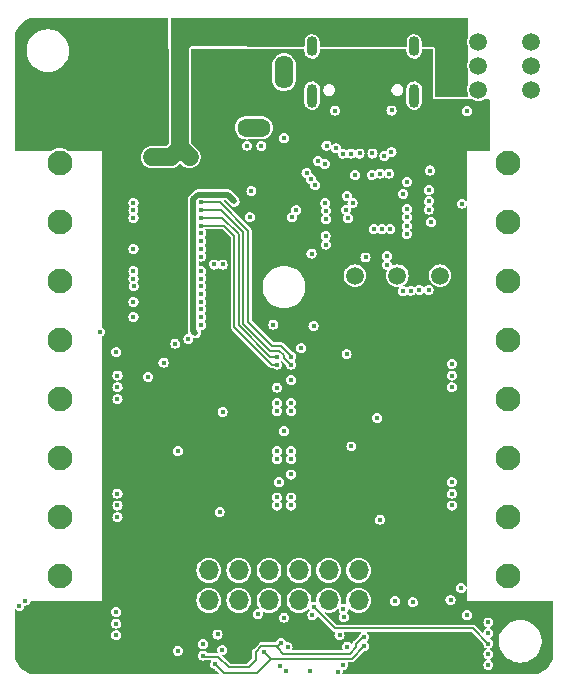
<source format=gbr>
%TF.GenerationSoftware,KiCad,Pcbnew,(7.0.0)*%
%TF.CreationDate,2023-08-07T02:07:43-04:00*%
%TF.ProjectId,NoU3,4e6f5533-2e6b-4696-9361-645f70636258,rev?*%
%TF.SameCoordinates,Original*%
%TF.FileFunction,Copper,L2,Inr*%
%TF.FilePolarity,Positive*%
%FSLAX46Y46*%
G04 Gerber Fmt 4.6, Leading zero omitted, Abs format (unit mm)*
G04 Created by KiCad (PCBNEW (7.0.0)) date 2023-08-07 02:07:43*
%MOMM*%
%LPD*%
G01*
G04 APERTURE LIST*
G04 Aperture macros list*
%AMRoundRect*
0 Rectangle with rounded corners*
0 $1 Rounding radius*
0 $2 $3 $4 $5 $6 $7 $8 $9 X,Y pos of 4 corners*
0 Add a 4 corners polygon primitive as box body*
4,1,4,$2,$3,$4,$5,$6,$7,$8,$9,$2,$3,0*
0 Add four circle primitives for the rounded corners*
1,1,$1+$1,$2,$3*
1,1,$1+$1,$4,$5*
1,1,$1+$1,$6,$7*
1,1,$1+$1,$8,$9*
0 Add four rect primitives between the rounded corners*
20,1,$1+$1,$2,$3,$4,$5,0*
20,1,$1+$1,$4,$5,$6,$7,0*
20,1,$1+$1,$6,$7,$8,$9,0*
20,1,$1+$1,$8,$9,$2,$3,0*%
G04 Aperture macros list end*
%TA.AperFunction,ComponentPad*%
%ADD10C,1.200000*%
%TD*%
%TA.AperFunction,ComponentPad*%
%ADD11C,2.100000*%
%TD*%
%TA.AperFunction,ComponentPad*%
%ADD12O,1.700000X1.700000*%
%TD*%
%TA.AperFunction,ComponentPad*%
%ADD13RoundRect,0.800000X0.000000X-0.600000X0.000000X-0.600000X0.000000X0.600000X0.000000X0.600000X0*%
%TD*%
%TA.AperFunction,ComponentPad*%
%ADD14RoundRect,0.800000X0.600000X0.000000X0.600000X0.000000X-0.600000X0.000000X-0.600000X0.000000X0*%
%TD*%
%TA.AperFunction,ComponentPad*%
%ADD15C,1.500000*%
%TD*%
%TA.AperFunction,ComponentPad*%
%ADD16O,0.900000X2.000000*%
%TD*%
%TA.AperFunction,ComponentPad*%
%ADD17O,0.900000X1.700000*%
%TD*%
%TA.AperFunction,ViaPad*%
%ADD18C,0.450000*%
%TD*%
%TA.AperFunction,Conductor*%
%ADD19C,1.500000*%
%TD*%
%TA.AperFunction,Conductor*%
%ADD20C,0.500000*%
%TD*%
%TA.AperFunction,Conductor*%
%ADD21C,0.203200*%
%TD*%
%TA.AperFunction,Conductor*%
%ADD22C,0.200000*%
%TD*%
G04 APERTURE END LIST*
D10*
%TO.N,VCC*%
%TO.C,C39*%
X-8000000Y14000000D03*
%TO.N,GND*%
X-6000000Y14000000D03*
%TD*%
D11*
%TO.N,/MotorDriver-4/Aout2*%
%TO.C,J11*%
X19000000Y-16500000D03*
%TO.N,/MotorDriver-4/Aout1*%
X19000000Y-21500000D03*
%TD*%
%TO.N,/MotorDriver-2/Bout1*%
%TO.C,J6*%
X-19000000Y-1500000D03*
%TO.N,/MotorDriver-2/Bout2*%
X-19000000Y3500000D03*
%TD*%
D12*
%TO.N,+5V*%
%TO.C,U19*%
X-1269999Y-20999999D03*
X1269999Y-20999999D03*
%TO.N,GND*%
X-1269999Y-18459999D03*
X1269999Y-18459999D03*
%TO.N,SRV3*%
X-1269999Y-23539999D03*
%TO.N,SRV4*%
X1269999Y-23539999D03*
%TD*%
D13*
%TO.N,Net-(J15-Pad1)*%
%TO.C,J15*%
X0Y21182500D03*
%TO.N,GND*%
X-6650000Y21182500D03*
D14*
%TO.N,N/C*%
X-2550000Y16482500D03*
%TD*%
D15*
%TO.N,GND*%
%TO.C,D4*%
X13200000Y1450000D03*
%TO.N,Net-(D4-A)*%
X13200000Y3950000D03*
%TD*%
D11*
%TO.N,/MotorDriver-2/Aout2*%
%TO.C,J5*%
X-19000000Y8500000D03*
%TO.N,/MotorDriver-2/Aout1*%
X-19000000Y13500000D03*
%TD*%
D16*
%TO.N,unconnected-(U17-SHIELD-PadS1)*%
%TO.C,U17*%
X11019999Y19194999D03*
D17*
X11019999Y23364999D03*
D16*
X2379999Y19194999D03*
D17*
X2379999Y23364999D03*
%TD*%
D11*
%TO.N,/MotorDriver-1/Aout2*%
%TO.C,J2*%
X19000000Y3500000D03*
%TO.N,/MotorDriver-1/Aout1*%
X19000000Y-1500000D03*
%TD*%
%TO.N,MD4_B1*%
%TO.C,J12*%
X19000000Y-6500000D03*
%TO.N,MD4_B2*%
X19000000Y-11500000D03*
%TD*%
%TO.N,/MotorDriver-1/Bout1*%
%TO.C,J3*%
X19000000Y13500000D03*
%TO.N,/MotorDriver-1/Bout2*%
X19000000Y8500000D03*
%TD*%
D12*
%TO.N,+5V*%
%TO.C,U18*%
X-6369999Y-20999999D03*
X-3829999Y-20999999D03*
%TO.N,GND*%
X-6369999Y-18459999D03*
X-3829999Y-18459999D03*
%TO.N,SRV1*%
X-6369999Y-23539999D03*
%TO.N,SRV2*%
X-3829999Y-23539999D03*
%TD*%
D11*
%TO.N,MD3_B1*%
%TO.C,J9*%
X-19000000Y-21500000D03*
%TO.N,MD3_B2*%
X-19000000Y-16500000D03*
%TD*%
D12*
%TO.N,+3V3*%
%TO.C,U7*%
X3779999Y-20999999D03*
X6319999Y-20999999D03*
%TO.N,GND*%
X3779999Y-18459999D03*
X6319999Y-18459999D03*
%TO.N,GPIO_MISC1*%
X3779999Y-23539999D03*
%TO.N,GPIO_MISC2*%
X6319999Y-23539999D03*
%TD*%
D15*
%TO.N,GND*%
%TO.C,D5*%
X6000000Y1450000D03*
%TO.N,Net-(D5-A)*%
X6000000Y3950000D03*
%TD*%
%TO.N,unconnected-(U8-Pad1)*%
%TO.C,U8*%
X16450000Y19700000D03*
%TO.N,Net-(Q1-D)*%
X16450000Y21700000D03*
%TO.N,Net-(J15-Pad1)*%
X16450000Y23700000D03*
%TO.N,unconnected-(U8-Pad4)*%
X20950000Y19700000D03*
%TO.N,unconnected-(U8-Pad5)*%
X20950000Y21700000D03*
%TO.N,unconnected-(U8-Pad6)*%
X20950000Y23700000D03*
%TD*%
D10*
%TO.N,VCC*%
%TO.C,C20*%
X-11150000Y14000000D03*
%TO.N,GND*%
X-13150000Y14000000D03*
%TD*%
D11*
%TO.N,/MotorDriver-3/Aout2*%
%TO.C,J8*%
X-19000000Y-11500000D03*
%TO.N,/MotorDriver-3/Aout1*%
X-19000000Y-6500000D03*
%TD*%
D15*
%TO.N,GND*%
%TO.C,D6*%
X9600000Y1450000D03*
%TO.N,Net-(D6-A)*%
X9600000Y3950000D03*
%TD*%
D18*
%TO.N,GND*%
X7900000Y9900000D03*
X-5200000Y-6350000D03*
X-3200000Y-28300000D03*
X5200000Y-12000000D03*
X-3600000Y-8200000D03*
X7900000Y11100000D03*
X3500332Y17932185D03*
X8200000Y-26900000D03*
X-12733506Y2404388D03*
X4700000Y-27200000D03*
X-4725000Y-26525000D03*
X15600000Y15000000D03*
X16600000Y15000000D03*
X14900000Y7100000D03*
X13600000Y16200000D03*
X9909479Y17922881D03*
X15600000Y16200000D03*
X-14200000Y-27500000D03*
X8500000Y16900000D03*
X3400000Y-10200000D03*
X15059037Y11392283D03*
X-3600000Y-10200000D03*
X14734037Y13454502D03*
X5200000Y-14400000D03*
X3800000Y-14400000D03*
X-5200000Y-12000000D03*
X3350000Y-2200000D03*
X14100000Y-22500000D03*
X-14100000Y-7500000D03*
X3800000Y-4000000D03*
X-3800000Y-14400000D03*
X14200000Y-2500000D03*
X17000000Y18500000D03*
X14200000Y-12500000D03*
X-14100000Y-17500000D03*
X7900000Y8600000D03*
X-7300000Y-17300000D03*
X12400000Y16200000D03*
X-12750000Y8200000D03*
X-5400000Y7000000D03*
X1838623Y9532520D03*
X3800000Y-12000000D03*
X12400000Y13800000D03*
X14700000Y16200000D03*
X12000000Y19800000D03*
X17300000Y-24600000D03*
X16600000Y16200000D03*
X300000Y-26800000D03*
X13600000Y15000000D03*
X-18200000Y-29100000D03*
X14700000Y15000000D03*
X5200000Y-6400000D03*
X-176894Y11049495D03*
X-4700000Y7000000D03*
X-3800000Y-12000000D03*
X-3394651Y-2140405D03*
X5200000Y-4000000D03*
X-8300000Y-26500000D03*
X-3800000Y-6400000D03*
X3400000Y-8200000D03*
X-3800000Y-4000000D03*
X3800000Y-6400000D03*
X11059037Y14250000D03*
X-200000Y10200000D03*
X-5200000Y-4000000D03*
X14400000Y-29000000D03*
X-5200000Y-14400000D03*
%TO.N,VCC*%
X1037035Y9484763D03*
X-2760596Y11107840D03*
X-425000Y-13525000D03*
X0Y-9200000D03*
X13805738Y20048653D03*
X-5200000Y4900000D03*
X5700000Y-10500000D03*
X-5452224Y-16057578D03*
X-600000Y-5525000D03*
X600000Y-12875000D03*
X1450000Y-2200000D03*
X-900000Y-187213D03*
X5300000Y-2700000D03*
X679500Y8887500D03*
X14300000Y19600000D03*
X14300000Y20500000D03*
X14777031Y20055648D03*
X-5200000Y-7600000D03*
X600000Y-4875000D03*
X-5900000Y4900000D03*
%TO.N,+3V3*%
X-12750000Y450000D03*
X-5225000Y-27725000D03*
X4543125Y-29567348D03*
X12359037Y12850000D03*
X3533877Y6591537D03*
X-1914292Y14953493D03*
X10900000Y-23700000D03*
X2500000Y-300000D03*
X-3127019Y14961524D03*
X4400000Y14731216D03*
X-14100000Y-4500000D03*
X-14200000Y-24500000D03*
X-2900000Y8900000D03*
X12459037Y8500000D03*
X-12750000Y4325000D03*
X2400000Y-24800000D03*
X15500000Y-24800000D03*
X-9000000Y-27800000D03*
X-5625000Y-26425000D03*
X-12750000Y6225000D03*
X4700000Y-26500000D03*
X-12750000Y10125000D03*
X-14100000Y-14500000D03*
X300000Y-27500000D03*
X14200000Y-5500000D03*
X3500000Y10100000D03*
X14200000Y-15500000D03*
%TO.N,+5V*%
X-4205785Y10249659D03*
X-8100000Y-1400000D03*
X-7600000Y-900000D03*
%TO.N,Net-(U2-XTAL_N)*%
X15059037Y10050000D03*
X12259037Y11200000D03*
%TO.N,SNS_VIN*%
X7487300Y14299808D03*
X15500000Y17900000D03*
%TO.N,E1A*%
X14200000Y-4500000D03*
X11469399Y2740879D03*
%TO.N,E1B*%
X14200000Y-3500000D03*
X12242133Y2757867D03*
%TO.N,E3A*%
X2878830Y13678830D03*
X-14100000Y-15500000D03*
%TO.N,E3B*%
X-14100000Y-16500000D03*
X3446337Y13406416D03*
%TO.N,E2A*%
X-14100000Y-5500000D03*
X5262763Y9540257D03*
%TO.N,E2B*%
X5307867Y10707867D03*
X-14100000Y-6500000D03*
%TO.N,/MotorDriver-1/BIN1*%
X-7000000Y10150000D03*
X600000Y-2900000D03*
%TO.N,/MotorDriver-1/BIN2*%
X-7000000Y9500000D03*
X600000Y-3575000D03*
%TO.N,/MotorDriver-1/AIN2*%
X-7000000Y7550000D03*
X600000Y-6800000D03*
%TO.N,/MotorDriver-2/BIN1*%
X-600000Y-7500000D03*
X-7000000Y5575000D03*
%TO.N,/MotorDriver-2/BIN2*%
X-600000Y-6825000D03*
X-7000000Y6250000D03*
%TO.N,/MotorDriver-2/AIN2*%
X-7000000Y8200000D03*
X-600000Y-3575000D03*
%TO.N,/MotorDriver-2/AIN1*%
X-600000Y-2900000D03*
X-7000000Y8850000D03*
%TO.N,/MotorDriver-3/BIN1*%
X-600000Y-15500000D03*
X-7025000Y-225000D03*
%TO.N,/MotorDriver-3/BIN2*%
X-600000Y-14825000D03*
X-7000000Y450000D03*
%TO.N,/MotorDriver-3/AIN2*%
X-7000000Y2400000D03*
X-600000Y-11575000D03*
%TO.N,/MotorDriver-3/AIN1*%
X-600000Y-10900000D03*
X-7000000Y3050000D03*
%TO.N,/MotorDriver-4/BIN1*%
X-7000000Y4350000D03*
X600000Y-10900000D03*
%TO.N,/MotorDriver-4/BIN2*%
X-7000000Y3700000D03*
X600000Y-11575000D03*
%TO.N,/MotorDriver-4/AIN2*%
X-7000000Y1750000D03*
X600000Y-14825000D03*
%TO.N,/MotorDriver-4/AIN1*%
X-7000000Y1100000D03*
X600000Y-15500000D03*
%TO.N,SRV1*%
X3559037Y9450000D03*
%TO.N,SRV2*%
X3559037Y8750000D03*
%TO.N,SRV3*%
X6030168Y12481020D03*
%TO.N,SRV4*%
X4981216Y14281216D03*
%TO.N,/VUSB*%
X4302472Y17930856D03*
X9104680Y17941489D03*
%TO.N,/MotorDriver-2/Aout2*%
X-10200000Y-3400000D03*
X-15600000Y-800000D03*
%TO.N,/MotorDriver-2/Bout1*%
X-14200000Y-2500000D03*
X-11500000Y-4600000D03*
%TO.N,M_SRCLK*%
X1906189Y12620300D03*
X-12752913Y9477268D03*
X-12747462Y3681366D03*
%TO.N,M_RCLK*%
X-12749424Y8852735D03*
X2293124Y12123757D03*
X-12730017Y3056833D03*
%TO.N,M_SER*%
X2642340Y11600000D03*
X-12750000Y1725000D03*
%TO.N,E_D+*%
X-7867Y15592133D03*
X5800000Y10100000D03*
%TO.N,E_D-*%
X3600000Y14970498D03*
X5400000Y8800000D03*
%TO.N,E5A*%
X-14200000Y-25500000D03*
X5689083Y14289083D03*
%TO.N,Net-(U2-CHIP_PU)*%
X-21893900Y-23554875D03*
X9100000Y14400000D03*
%TO.N,Net-(U2-GPIO0)*%
X-22400000Y-24000000D03*
X8900000Y12600000D03*
%TO.N,/MotorDriver-1/AIN1*%
X600000Y-7500000D03*
X-7000000Y6900000D03*
%TO.N,E4A*%
X15000000Y-22500000D03*
X10400000Y8900000D03*
%TO.N,E4B*%
X14100000Y-23500000D03*
X10400000Y9600000D03*
%TO.N,E5B*%
X6393900Y14300000D03*
X-14200000Y-26500000D03*
%TO.N,Net-(U2-U0TXD)*%
X12259037Y9550000D03*
%TO.N,Net-(U2-U0RXD)*%
X12259037Y10250000D03*
%TO.N,SF_SCL*%
X6800000Y-27400000D03*
X-1700000Y-27900000D03*
X10714444Y2682396D03*
X17300000Y-25400000D03*
X-5824087Y-28955872D03*
%TO.N,SF_SDA*%
X-6848348Y-28213134D03*
X-247608Y-27148703D03*
X10081770Y2639863D03*
X6772763Y-26628997D03*
X17300000Y-26300000D03*
%TO.N,SF_INT1*%
X9000000Y7895498D03*
X17300000Y-27200000D03*
X2500000Y-24100000D03*
%TO.N,SF_INT2*%
X8300000Y7895498D03*
X2188504Y-29549948D03*
X17300000Y-28100000D03*
%TO.N,GPIO_MISC2*%
X7600000Y7895498D03*
X-6872307Y-27254761D03*
X17300000Y-29000000D03*
X9400000Y-23600000D03*
%TO.N,E6A*%
X10395900Y8163121D03*
X14200000Y-14500000D03*
%TO.N,E6B*%
X14200000Y-13500000D03*
X10400000Y7500000D03*
%TO.N,Net-(JP1-B)*%
X5355523Y-27452273D03*
%TO.N,Net-(JP2-B)*%
X-2200000Y-24700000D03*
%TO.N,LED_MISC1*%
X8710917Y4889083D03*
X10097124Y10881389D03*
%TO.N,SNS_VER*%
X7426068Y12501910D03*
%TO.N,LED_MISC2*%
X8706100Y5600000D03*
X10400000Y11900000D03*
%TO.N,Net-(U23-ASDx)*%
X5061328Y-24947499D03*
%TO.N,Net-(U23-ASCx)*%
X5035594Y-24247355D03*
%TO.N,Net-(U23-INT2)*%
X5000000Y-29000000D03*
%TO.N,Net-(U26-INT2)*%
X0Y-25000000D03*
%TO.N,Net-(U26-SDx)*%
X-354376Y-29111608D03*
%TO.N,Net-(U26-SCx)*%
X200680Y-29550862D03*
%TO.N,nSleep*%
X8100000Y-16700000D03*
X7900000Y-8100000D03*
X-9200000Y-1800000D03*
X-9000000Y-10900000D03*
X3520574Y7320574D03*
X2331006Y5820306D03*
%TO.N,GPIO_MISC1*%
X6900000Y5500000D03*
%TO.N,Q_SCL*%
X8500000Y14100000D03*
%TO.N,Q_SDA*%
X8100000Y12600000D03*
%TD*%
D19*
%TO.N,VCC*%
X-9600000Y14000000D02*
X-8800000Y14800000D01*
X-11150000Y14000000D02*
X-9600000Y14000000D01*
X-8800000Y14800000D02*
X-8800000Y24200000D01*
X-8000000Y14000000D02*
X-8800000Y14800000D01*
D20*
%TO.N,+5V*%
X-6728690Y10805000D02*
X-7295000Y10805000D01*
X-4756126Y10800000D02*
X-6723690Y10800000D01*
X-7680000Y-720000D02*
X-7500000Y-900000D01*
X-7295000Y10805000D02*
X-7680000Y10420000D01*
X-6723690Y10800000D02*
X-6728690Y10805000D01*
X-7680000Y10420000D02*
X-7680000Y-720000D01*
X-4205785Y10249659D02*
X-4756126Y10800000D01*
D21*
%TO.N,/MotorDriver-1/BIN1*%
X-3055200Y6311630D02*
X-3050200Y6316630D01*
X-1000000Y-2000000D02*
X-3055200Y55200D01*
X600000Y-2900000D02*
X600000Y-2846158D01*
X600000Y-2846158D02*
X-246158Y-2000000D01*
X-3050200Y6316630D02*
X-3050200Y7769192D01*
X-3055200Y55200D02*
X-3055200Y6311630D01*
X-246158Y-2000000D02*
X-1000000Y-2000000D01*
X-3050200Y7769192D02*
X-5431008Y10150000D01*
X-5431008Y10150000D02*
X-7000000Y10150000D01*
D22*
%TO.N,/MotorDriver-1/BIN2*%
X-390822Y-2395000D02*
X0Y-2785822D01*
X-3436800Y6469694D02*
X-3436800Y-102864D01*
X-1144664Y-2395000D02*
X-390822Y-2395000D01*
X-7000000Y9500000D02*
X-5320672Y9500000D01*
X-5320672Y9500000D02*
X-3431800Y7611128D01*
X-3431800Y7611128D02*
X-3431800Y6474694D01*
X-3436800Y-102864D02*
X-1144664Y-2395000D01*
X0Y-2785822D02*
X0Y-3014178D01*
X-3431800Y6474694D02*
X-3436800Y6469694D01*
X0Y-3014178D02*
X560822Y-3575000D01*
X560822Y-3575000D02*
X600000Y-3575000D01*
%TO.N,/MotorDriver-2/AIN2*%
X-1043992Y-3575000D02*
X-600000Y-3575000D01*
X-4200000Y6785822D02*
X-4200000Y-418992D01*
X-4195000Y6790822D02*
X-4200000Y6785822D01*
X-4200000Y-418992D02*
X-1043992Y-3575000D01*
X-4195000Y7295000D02*
X-4195000Y6790822D01*
X-7000000Y8200000D02*
X-5100000Y8200000D01*
X-5100000Y8200000D02*
X-4195000Y7295000D01*
D21*
%TO.N,/MotorDriver-2/AIN1*%
X-1179328Y-2900000D02*
X-3818400Y-260928D01*
X-5210336Y8850000D02*
X-7000000Y8850000D01*
X-3813400Y6632758D02*
X-3813400Y7453064D01*
X-3818400Y6627758D02*
X-3813400Y6632758D01*
X-600000Y-2900000D02*
X-1179328Y-2900000D01*
X-3813400Y7453064D02*
X-5210336Y8850000D01*
X-3818400Y-260928D02*
X-3818400Y6627758D01*
%TO.N,SF_SCL*%
X-5824087Y-28955872D02*
X-5079959Y-29700000D01*
X-5079959Y-29700000D02*
X-2300000Y-29700000D01*
X-1100000Y-28500000D02*
X-500000Y-28500000D01*
X-500000Y-28500000D02*
X-469117Y-28469117D01*
X5730883Y-28469117D02*
X6800000Y-27400000D01*
X-469117Y-28469117D02*
X5730883Y-28469117D01*
X-1100000Y-28500000D02*
X-1700000Y-27900000D01*
X-2300000Y-29700000D02*
X-1100000Y-28500000D01*
%TO.N,SF_SDA*%
X-5600000Y-28300000D02*
X-4700000Y-29200000D01*
X-247608Y-27148703D02*
X-500000Y-27401095D01*
X-706600Y-27393400D02*
X-500000Y-27600000D01*
X6772763Y-26628997D02*
X6671003Y-26628997D01*
X6100000Y-27500000D02*
X5553166Y-28046834D01*
X-2400000Y-28600000D02*
X-2400000Y-27883559D01*
X-6761482Y-28300000D02*
X-5600000Y-28300000D01*
X6671003Y-26628997D02*
X6100000Y-27200000D01*
X-53166Y-28046834D02*
X-500000Y-27600000D01*
X6100000Y-27200000D02*
X6100000Y-27500000D01*
X-3000000Y-29200000D02*
X-2400000Y-28600000D01*
X5553166Y-28046834D02*
X-53166Y-28046834D01*
X-4700000Y-29200000D02*
X-3000000Y-29200000D01*
X-6848348Y-28213134D02*
X-6761482Y-28300000D01*
X-2400000Y-27883559D02*
X-1909841Y-27393400D01*
X-500000Y-27401095D02*
X-500000Y-27600000D01*
X-1909841Y-27393400D02*
X-706600Y-27393400D01*
%TO.N,SF_INT1*%
X16000000Y-25900000D02*
X17300000Y-27200000D01*
X2500000Y-24100000D02*
X4300000Y-25900000D01*
X4300000Y-25900000D02*
X16000000Y-25900000D01*
%TD*%
%TA.AperFunction,Conductor*%
%TO.N,GND*%
G36*
X-9814352Y25785148D02*
G01*
X-9800000Y25750500D01*
X-9800000Y23168207D01*
X-9790267Y23168187D01*
X-9781279Y23164448D01*
X-9782620Y23161223D01*
X-9764823Y23153825D01*
X-9750500Y23119206D01*
X-9750500Y15214006D01*
X-9764852Y15179358D01*
X-9979358Y14964852D01*
X-10014006Y14950500D01*
X-11198206Y14950500D01*
X-11342321Y14935845D01*
X-11526768Y14877974D01*
X-11695791Y14784159D01*
X-11842468Y14658240D01*
X-11960796Y14505373D01*
X-12045930Y14331816D01*
X-12094385Y14144674D01*
X-12104176Y13951610D01*
X-12074903Y13760526D01*
X-12007764Y13579247D01*
X-11905509Y13415193D01*
X-11772323Y13275081D01*
X-11613658Y13164647D01*
X-11436012Y13088413D01*
X-11433582Y13087913D01*
X-11433577Y13087912D01*
X-11254461Y13051104D01*
X-11246656Y13049500D01*
X-9612673Y13049500D01*
X-9611432Y13049484D01*
X-9529936Y13047418D01*
X-9529927Y13047418D01*
X-9527454Y13047356D01*
X-9469710Y13057705D01*
X-9466046Y13058219D01*
X-9410142Y13063904D01*
X-9410137Y13063905D01*
X-9407679Y13064155D01*
X-9405321Y13064894D01*
X-9405310Y13064897D01*
X-9375933Y13074114D01*
X-9369912Y13075592D01*
X-9339623Y13081021D01*
X-9339616Y13081022D01*
X-9337172Y13081461D01*
X-9334869Y13082380D01*
X-9334858Y13082384D01*
X-9282707Y13103216D01*
X-9279200Y13104465D01*
X-9225603Y13121281D01*
X-9225593Y13121284D01*
X-9223232Y13122026D01*
X-9194141Y13138172D01*
X-9188548Y13140828D01*
X-9159961Y13152247D01*
X-9159955Y13152249D01*
X-9157652Y13153170D01*
X-9155581Y13154534D01*
X-9155575Y13154538D01*
X-9108678Y13185446D01*
X-9105494Y13187375D01*
X-9056380Y13214635D01*
X-9056373Y13214639D01*
X-9054209Y13215841D01*
X-9052329Y13217454D01*
X-9052323Y13217459D01*
X-9028969Y13237508D01*
X-9024018Y13241241D01*
X-8998319Y13258179D01*
X-8998315Y13258181D01*
X-8996241Y13259549D01*
X-8994488Y13261301D01*
X-8994478Y13261310D01*
X-8954762Y13301025D01*
X-8952033Y13303554D01*
X-8909420Y13340137D01*
X-8909408Y13340148D01*
X-8907532Y13341760D01*
X-8906018Y13343715D01*
X-8906014Y13343720D01*
X-8887171Y13368063D01*
X-8883072Y13372716D01*
X-8834647Y13421141D01*
X-8799999Y13435493D01*
X-8765351Y13421141D01*
X-8638018Y13293808D01*
X-8637054Y13293022D01*
X-8637053Y13293021D01*
X-8540921Y13214635D01*
X-8525751Y13202266D01*
X-8472420Y13174408D01*
X-8356603Y13113910D01*
X-8356598Y13113908D01*
X-8354406Y13112763D01*
X-8352019Y13112080D01*
X-8170945Y13060267D01*
X-8170938Y13060265D01*
X-8168552Y13059583D01*
X-8166075Y13059394D01*
X-8166073Y13059394D01*
X-7978270Y13045093D01*
X-7978266Y13045093D01*
X-7975797Y13044905D01*
X-7973341Y13045217D01*
X-7973332Y13045218D01*
X-7786505Y13069013D01*
X-7786503Y13069013D01*
X-7784033Y13069328D01*
X-7781676Y13070133D01*
X-7781674Y13070134D01*
X-7603466Y13131046D01*
X-7603457Y13131050D01*
X-7601111Y13131852D01*
X-7598975Y13133109D01*
X-7598967Y13133113D01*
X-7436661Y13228657D01*
X-7436653Y13228662D01*
X-7434519Y13229919D01*
X-7432680Y13231579D01*
X-7432675Y13231584D01*
X-7292925Y13357844D01*
X-7292923Y13357845D01*
X-7291079Y13359512D01*
X-7289610Y13361511D01*
X-7289604Y13361519D01*
X-7178133Y13513322D01*
X-7178128Y13513329D01*
X-7176661Y13515328D01*
X-7175625Y13517581D01*
X-7175623Y13517586D01*
X-7101537Y13678830D01*
X2448026Y13678830D01*
X2469111Y13545704D01*
X2470857Y13542275D01*
X2470860Y13542269D01*
X2525266Y13435493D01*
X2530302Y13425610D01*
X2533025Y13422886D01*
X2533028Y13422883D01*
X2622883Y13333028D01*
X2622886Y13333025D01*
X2625610Y13330302D01*
X2629042Y13328552D01*
X2629044Y13328552D01*
X2742269Y13270860D01*
X2742275Y13270857D01*
X2745704Y13269111D01*
X2749508Y13268508D01*
X2749510Y13268508D01*
X2875023Y13248629D01*
X2878830Y13248026D01*
X2882637Y13248629D01*
X3001584Y13267468D01*
X3031494Y13262730D01*
X3052908Y13241317D01*
X3096058Y13156630D01*
X3096062Y13156624D01*
X3097809Y13153196D01*
X3100532Y13150472D01*
X3100535Y13150469D01*
X3190390Y13060614D01*
X3190393Y13060611D01*
X3193117Y13057888D01*
X3196549Y13056138D01*
X3196551Y13056138D01*
X3309776Y12998446D01*
X3309782Y12998443D01*
X3313211Y12996697D01*
X3317015Y12996094D01*
X3317017Y12996094D01*
X3442530Y12976215D01*
X3446337Y12975612D01*
X3450144Y12976215D01*
X3575656Y12996094D01*
X3579463Y12996697D01*
X3582893Y12998444D01*
X3582897Y12998446D01*
X3683063Y13049484D01*
X3699557Y13057888D01*
X3794865Y13153196D01*
X3849952Y13261310D01*
X3854306Y13269855D01*
X3854306Y13269856D01*
X3856056Y13273290D01*
X3877141Y13406416D01*
X3856056Y13539542D01*
X3794865Y13659636D01*
X3699557Y13754944D01*
X3579463Y13816135D01*
X3446337Y13837220D01*
X3323580Y13817777D01*
X3293671Y13822515D01*
X3272258Y13843929D01*
X3229109Y13928613D01*
X3229108Y13928615D01*
X3227358Y13932050D01*
X3132050Y14027358D01*
X3011956Y14088549D01*
X2878830Y14109634D01*
X2745704Y14088549D01*
X2625610Y14027358D01*
X2530302Y13932050D01*
X2528552Y13928615D01*
X2470860Y13815390D01*
X2470858Y13815386D01*
X2469111Y13811956D01*
X2448026Y13678830D01*
X-7101537Y13678830D01*
X-7096987Y13688732D01*
X-7096985Y13688737D01*
X-7095952Y13690986D01*
X-7095394Y13693389D01*
X-7095391Y13693399D01*
X-7052814Y13876874D01*
X-7052813Y13876881D01*
X-7052253Y13879295D01*
X-7052190Y13881772D01*
X-7052189Y13881782D01*
X-7047418Y14070063D01*
X-7047418Y14070072D01*
X-7047356Y14072546D01*
X-7047794Y14074991D01*
X-7081021Y14260382D01*
X-7081022Y14260387D01*
X-7081460Y14262828D01*
X-7108056Y14329408D01*
X-7152247Y14440038D01*
X-7152248Y14440040D01*
X-7153170Y14442348D01*
X-7158396Y14450277D01*
X-7258178Y14601679D01*
X-7258178Y14601680D01*
X-7259549Y14603759D01*
X-7835148Y15179358D01*
X-7849500Y15214006D01*
X-7849500Y16540537D01*
X-4150500Y16540537D01*
X-4150499Y16424464D01*
X-4139886Y16305082D01*
X-4083909Y16109451D01*
X-3989698Y15929093D01*
X-3861109Y15771391D01*
X-3703407Y15642802D01*
X-3647306Y15613497D01*
X-3525246Y15549738D01*
X-3525241Y15549736D01*
X-3523049Y15548591D01*
X-3327418Y15492614D01*
X-3325092Y15492407D01*
X-3325091Y15492407D01*
X-3209136Y15482097D01*
X-3209120Y15482096D01*
X-3208037Y15482000D01*
X-3206939Y15482000D01*
X-3183457Y15482000D01*
X-3150196Y15468982D01*
X-3134608Y15436844D01*
X-3144977Y15402664D01*
X-3175791Y15384603D01*
X-3260145Y15371243D01*
X-3380239Y15310052D01*
X-3475547Y15214744D01*
X-3536738Y15094650D01*
X-3557823Y14961524D01*
X-3536738Y14828398D01*
X-3475547Y14708304D01*
X-3380239Y14612996D01*
X-3376804Y14611246D01*
X-3263579Y14553554D01*
X-3263575Y14553552D01*
X-3260145Y14551805D01*
X-3256338Y14551202D01*
X-3193582Y14541262D01*
X-3127019Y14530720D01*
X-3123212Y14531323D01*
X-2997699Y14551202D01*
X-2997697Y14551202D01*
X-2993893Y14551805D01*
X-2990464Y14553551D01*
X-2990458Y14553554D01*
X-2877233Y14611246D01*
X-2877231Y14611246D01*
X-2873799Y14612996D01*
X-2871075Y14615719D01*
X-2871072Y14615722D01*
X-2781217Y14705577D01*
X-2781214Y14705580D01*
X-2778491Y14708304D01*
X-2776741Y14711738D01*
X-2719049Y14824963D01*
X-2719046Y14824969D01*
X-2717300Y14828398D01*
X-2715878Y14837372D01*
X-2697487Y14953493D01*
X-2345096Y14953493D01*
X-2324011Y14820367D01*
X-2262820Y14700273D01*
X-2167512Y14604965D01*
X-2137218Y14589529D01*
X-2050852Y14545523D01*
X-2050848Y14545521D01*
X-2047418Y14543774D01*
X-2043611Y14543171D01*
X-2025465Y14540297D01*
X-1914292Y14522689D01*
X-1910485Y14523292D01*
X-1784972Y14543171D01*
X-1784970Y14543171D01*
X-1781166Y14543774D01*
X-1777737Y14545520D01*
X-1777731Y14545523D01*
X-1664506Y14603215D01*
X-1664504Y14603215D01*
X-1661072Y14604965D01*
X-1658348Y14607688D01*
X-1658345Y14607691D01*
X-1568490Y14697546D01*
X-1568487Y14697549D01*
X-1565764Y14700273D01*
X-1563061Y14705577D01*
X-1506322Y14816932D01*
X-1506319Y14816938D01*
X-1504573Y14820367D01*
X-1483488Y14953493D01*
X-1486181Y14970498D01*
X3169196Y14970498D01*
X3190281Y14837372D01*
X3192027Y14833943D01*
X3192030Y14833937D01*
X3241093Y14737647D01*
X3251472Y14717278D01*
X3254195Y14714554D01*
X3254198Y14714551D01*
X3344053Y14624696D01*
X3344056Y14624693D01*
X3346780Y14621970D01*
X3350212Y14620220D01*
X3350214Y14620220D01*
X3463439Y14562528D01*
X3463445Y14562525D01*
X3466874Y14560779D01*
X3470678Y14560176D01*
X3470680Y14560176D01*
X3596193Y14540297D01*
X3600000Y14539694D01*
X3603807Y14540297D01*
X3616473Y14542303D01*
X3733126Y14560779D01*
X3736556Y14562526D01*
X3736560Y14562528D01*
X3832173Y14611246D01*
X3853220Y14621970D01*
X3900274Y14669024D01*
X3932357Y14683309D01*
X3965758Y14672457D01*
X3983319Y14642042D01*
X3987488Y14615722D01*
X3990281Y14598090D01*
X3992027Y14594661D01*
X3992030Y14594655D01*
X4048148Y14484519D01*
X4051472Y14477996D01*
X4054195Y14475272D01*
X4054198Y14475269D01*
X4144053Y14385414D01*
X4144056Y14385411D01*
X4146780Y14382688D01*
X4150212Y14380938D01*
X4150214Y14380938D01*
X4263439Y14323246D01*
X4263445Y14323243D01*
X4266874Y14321497D01*
X4270678Y14320894D01*
X4270680Y14320894D01*
X4396193Y14301015D01*
X4400000Y14300412D01*
X4403807Y14301015D01*
X4495368Y14315516D01*
X4531835Y14306761D01*
X4551430Y14274785D01*
X4568522Y14166874D01*
X4571497Y14148090D01*
X4573243Y14144661D01*
X4573246Y14144655D01*
X4630938Y14031430D01*
X4632688Y14027996D01*
X4635411Y14025272D01*
X4635414Y14025269D01*
X4725269Y13935414D01*
X4725272Y13935411D01*
X4727996Y13932688D01*
X4731428Y13930938D01*
X4731430Y13930938D01*
X4844655Y13873246D01*
X4844661Y13873243D01*
X4848090Y13871497D01*
X4851894Y13870894D01*
X4851896Y13870894D01*
X4977409Y13851015D01*
X4981216Y13850412D01*
X4985023Y13851015D01*
X5110535Y13870894D01*
X5114342Y13871497D01*
X5117772Y13873244D01*
X5117776Y13873246D01*
X5231001Y13930938D01*
X5234436Y13932688D01*
X5304435Y14002687D01*
X5339083Y14017039D01*
X5373731Y14002687D01*
X5433136Y13943281D01*
X5433139Y13943278D01*
X5435863Y13940555D01*
X5439295Y13938805D01*
X5439297Y13938805D01*
X5552522Y13881113D01*
X5552528Y13881110D01*
X5555957Y13879364D01*
X5559761Y13878761D01*
X5559763Y13878761D01*
X5685276Y13858882D01*
X5689083Y13858279D01*
X5692890Y13858882D01*
X5818402Y13878761D01*
X5822209Y13879364D01*
X5825639Y13881111D01*
X5825643Y13881113D01*
X5912009Y13925119D01*
X5942303Y13940555D01*
X6012302Y14010554D01*
X6046950Y14024906D01*
X6081598Y14010554D01*
X6137953Y13954198D01*
X6137956Y13954195D01*
X6140680Y13951472D01*
X6144112Y13949722D01*
X6144114Y13949722D01*
X6257339Y13892030D01*
X6257345Y13892027D01*
X6260774Y13890281D01*
X6264578Y13889678D01*
X6264580Y13889678D01*
X6390093Y13869799D01*
X6393900Y13869196D01*
X6397707Y13869799D01*
X6523219Y13889678D01*
X6527026Y13890281D01*
X6530456Y13892028D01*
X6530460Y13892030D01*
X6631044Y13943281D01*
X6647120Y13951472D01*
X6742428Y14046780D01*
X6803619Y14166874D01*
X6824674Y14299808D01*
X7056496Y14299808D01*
X7077581Y14166682D01*
X7079327Y14163253D01*
X7079330Y14163247D01*
X7136283Y14051472D01*
X7138772Y14046588D01*
X7141495Y14043864D01*
X7141498Y14043861D01*
X7231353Y13954006D01*
X7231356Y13954003D01*
X7234080Y13951280D01*
X7237512Y13949530D01*
X7237514Y13949530D01*
X7350739Y13891838D01*
X7350745Y13891835D01*
X7354174Y13890089D01*
X7357978Y13889486D01*
X7357980Y13889486D01*
X7483493Y13869607D01*
X7487300Y13869004D01*
X7491107Y13869607D01*
X7616619Y13889486D01*
X7620426Y13890089D01*
X7623856Y13891836D01*
X7623860Y13891838D01*
X7737085Y13949530D01*
X7740520Y13951280D01*
X7835828Y14046588D01*
X7863043Y14100000D01*
X8069196Y14100000D01*
X8069799Y14096193D01*
X8082582Y14015480D01*
X8090281Y13966874D01*
X8092027Y13963445D01*
X8092030Y13963439D01*
X8145613Y13858279D01*
X8151472Y13846780D01*
X8154195Y13844056D01*
X8154198Y13844053D01*
X8244053Y13754198D01*
X8244056Y13754195D01*
X8246780Y13751472D01*
X8250212Y13749722D01*
X8250214Y13749722D01*
X8363439Y13692030D01*
X8363445Y13692027D01*
X8366874Y13690281D01*
X8370678Y13689678D01*
X8370680Y13689678D01*
X8496193Y13669799D01*
X8500000Y13669196D01*
X8503807Y13669799D01*
X8629319Y13689678D01*
X8633126Y13690281D01*
X8636556Y13692028D01*
X8636560Y13692030D01*
X8749785Y13749722D01*
X8753220Y13751472D01*
X8848528Y13846780D01*
X8854695Y13858882D01*
X8909347Y13966144D01*
X8934253Y13989168D01*
X8966562Y13990439D01*
X8966874Y13990281D01*
X8970674Y13989679D01*
X8970681Y13989677D01*
X9096193Y13969799D01*
X9100000Y13969196D01*
X9103807Y13969799D01*
X9109370Y13970680D01*
X9226099Y13989168D01*
X9229319Y13989678D01*
X9233126Y13990281D01*
X9236556Y13992028D01*
X9236560Y13992030D01*
X9335686Y14042538D01*
X9353220Y14051472D01*
X9448528Y14146780D01*
X9506411Y14260382D01*
X9507969Y14263439D01*
X9507969Y14263440D01*
X9509719Y14266874D01*
X9530804Y14400000D01*
X9509719Y14533126D01*
X9448528Y14653220D01*
X9353220Y14748528D01*
X9233126Y14809719D01*
X9100000Y14830804D01*
X8966874Y14809719D01*
X8846780Y14748528D01*
X8751472Y14653220D01*
X8690652Y14533854D01*
X8665742Y14510829D01*
X8633433Y14509562D01*
X8633126Y14509719D01*
X8500000Y14530804D01*
X8366874Y14509719D01*
X8363440Y14507969D01*
X8363439Y14507969D01*
X8353948Y14503133D01*
X8246780Y14448528D01*
X8151472Y14353220D01*
X8149722Y14349785D01*
X8092030Y14236560D01*
X8092028Y14236556D01*
X8090281Y14233126D01*
X8069196Y14100000D01*
X7863043Y14100000D01*
X7885805Y14144674D01*
X7895269Y14163247D01*
X7895269Y14163248D01*
X7897019Y14166682D01*
X7918104Y14299808D01*
X7897019Y14432934D01*
X7835828Y14553028D01*
X7740520Y14648336D01*
X7620426Y14709527D01*
X7487300Y14730612D01*
X7354174Y14709527D01*
X7350740Y14707777D01*
X7350739Y14707777D01*
X7323880Y14694091D01*
X7234080Y14648336D01*
X7138772Y14553028D01*
X7127141Y14530201D01*
X7079330Y14436368D01*
X7079328Y14436364D01*
X7077581Y14432934D01*
X7056496Y14299808D01*
X6824674Y14299808D01*
X6824704Y14300000D01*
X6803619Y14433126D01*
X6742428Y14553220D01*
X6647120Y14648528D01*
X6527026Y14709719D01*
X6393900Y14730804D01*
X6260774Y14709719D01*
X6257340Y14707969D01*
X6257339Y14707969D01*
X6240530Y14699404D01*
X6140680Y14648528D01*
X6137953Y14645801D01*
X6070681Y14578529D01*
X6036033Y14564177D01*
X6001385Y14578529D01*
X5974393Y14605521D01*
X5942303Y14637611D01*
X5822209Y14698802D01*
X5689083Y14719887D01*
X5555957Y14698802D01*
X5552523Y14697052D01*
X5552522Y14697052D01*
X5525663Y14683366D01*
X5435863Y14637611D01*
X5433136Y14634884D01*
X5365864Y14567612D01*
X5331216Y14553260D01*
X5296568Y14567612D01*
X5269525Y14594655D01*
X5234436Y14629744D01*
X5114342Y14690935D01*
X4981216Y14712020D01*
X4885846Y14696915D01*
X4860622Y14699567D01*
X4840102Y14714475D01*
X4829785Y14737647D01*
X4827785Y14750277D01*
X4809719Y14864342D01*
X4748528Y14984436D01*
X4653220Y15079744D01*
X4533126Y15140935D01*
X4400000Y15162020D01*
X4266874Y15140935D01*
X4146780Y15079744D01*
X4144053Y15077017D01*
X4099725Y15032689D01*
X4067641Y15018404D01*
X4034240Y15029257D01*
X4016680Y15059672D01*
X4010596Y15098084D01*
X4009719Y15103624D01*
X3948528Y15223718D01*
X3853220Y15319026D01*
X3733126Y15380217D01*
X3600000Y15401302D01*
X3466874Y15380217D01*
X3463440Y15378467D01*
X3463439Y15378467D01*
X3445827Y15369493D01*
X3346780Y15319026D01*
X3251472Y15223718D01*
X3242808Y15206713D01*
X3192030Y15107058D01*
X3192028Y15107054D01*
X3190281Y15103624D01*
X3169196Y14970498D01*
X-1486181Y14970498D01*
X-1504573Y15086619D01*
X-1506320Y15090049D01*
X-1506322Y15090053D01*
X-1564014Y15203278D01*
X-1565764Y15206713D01*
X-1661072Y15302021D01*
X-1781166Y15363212D01*
X-1914292Y15384297D01*
X-2047418Y15363212D01*
X-2167512Y15302021D01*
X-2262820Y15206713D01*
X-2324011Y15086619D01*
X-2345096Y14953493D01*
X-2697487Y14953493D01*
X-2696818Y14957717D01*
X-2696215Y14961524D01*
X-2717300Y15094650D01*
X-2719047Y15098080D01*
X-2719049Y15098084D01*
X-2776741Y15211309D01*
X-2778491Y15214744D01*
X-2873799Y15310052D01*
X-2993893Y15371243D01*
X-3078245Y15384603D01*
X-3109061Y15402664D01*
X-3119429Y15436844D01*
X-3103841Y15468982D01*
X-3070580Y15482000D01*
X-1893045Y15482000D01*
X-1893022Y15482000D01*
X-1891964Y15482001D01*
X-1890898Y15482095D01*
X-1890892Y15482096D01*
X-1774900Y15492407D01*
X-1774890Y15492408D01*
X-1772582Y15492614D01*
X-1770345Y15493254D01*
X-1770340Y15493255D01*
X-1579337Y15547908D01*
X-1579334Y15547908D01*
X-1576951Y15548591D01*
X-1574762Y15549734D01*
X-1574753Y15549738D01*
X-1493593Y15592133D01*
X-438671Y15592133D01*
X-417586Y15459007D01*
X-356395Y15338913D01*
X-261087Y15243605D01*
X-257652Y15241855D01*
X-144427Y15184163D01*
X-144423Y15184161D01*
X-140993Y15182414D01*
X-7867Y15161329D01*
X-4060Y15161932D01*
X121452Y15181811D01*
X125259Y15182414D01*
X128689Y15184161D01*
X128693Y15184163D01*
X241918Y15241855D01*
X245353Y15243605D01*
X340661Y15338913D01*
X401852Y15459007D01*
X422937Y15592133D01*
X401852Y15725259D01*
X340661Y15845353D01*
X245353Y15940661D01*
X125259Y16001852D01*
X-7867Y16022937D01*
X-140993Y16001852D01*
X-261087Y15940661D01*
X-356395Y15845353D01*
X-417586Y15725259D01*
X-438671Y15592133D01*
X-1493593Y15592133D01*
X-1398796Y15641651D01*
X-1398794Y15641652D01*
X-1396593Y15642802D01*
X-1394671Y15644368D01*
X-1394665Y15644373D01*
X-1240813Y15769823D01*
X-1240808Y15769827D01*
X-1238891Y15771391D01*
X-1237327Y15773308D01*
X-1237323Y15773313D01*
X-1111873Y15927165D01*
X-1111868Y15927171D01*
X-1110302Y15929093D01*
X-1104259Y15940661D01*
X-1017238Y16107253D01*
X-1017234Y16107262D01*
X-1016091Y16109451D01*
X-960755Y16302840D01*
X-960114Y16305082D01*
X-959907Y16307408D01*
X-949597Y16423363D01*
X-949596Y16423380D01*
X-949500Y16424463D01*
X-949500Y16425560D01*
X-949500Y16539454D01*
X-949500Y16539476D01*
X-949501Y16540536D01*
X-949599Y16541636D01*
X-959907Y16657599D01*
X-959908Y16657607D01*
X-960114Y16659918D01*
X-1016091Y16855549D01*
X-1017236Y16857741D01*
X-1017238Y16857746D01*
X-1109151Y17033703D01*
X-1110302Y17035907D01*
X-1238891Y17193609D01*
X-1396593Y17322198D01*
X-1576951Y17416409D01*
X-1772582Y17472386D01*
X-1891963Y17483000D01*
X-3208036Y17482999D01*
X-3327418Y17472386D01*
X-3523049Y17416409D01*
X-3703407Y17322198D01*
X-3861109Y17193609D01*
X-3989698Y17035907D01*
X-4083909Y16855549D01*
X-4139886Y16659918D01*
X-4150500Y16540537D01*
X-7849500Y16540537D01*
X-7849500Y17930856D01*
X3871668Y17930856D01*
X3892753Y17797730D01*
X3894499Y17794301D01*
X3894502Y17794295D01*
X3952194Y17681070D01*
X3953944Y17677636D01*
X3956667Y17674912D01*
X3956670Y17674909D01*
X4046525Y17585054D01*
X4046528Y17585051D01*
X4049252Y17582328D01*
X4052684Y17580578D01*
X4052686Y17580578D01*
X4165911Y17522886D01*
X4165917Y17522883D01*
X4169346Y17521137D01*
X4173150Y17520534D01*
X4173152Y17520534D01*
X4298665Y17500655D01*
X4302472Y17500052D01*
X4306279Y17500655D01*
X4431791Y17520534D01*
X4435598Y17521137D01*
X4439028Y17522884D01*
X4439032Y17522886D01*
X4552257Y17580578D01*
X4555692Y17582328D01*
X4651000Y17677636D01*
X4712191Y17797730D01*
X4733276Y17930856D01*
X4731592Y17941489D01*
X8673876Y17941489D01*
X8694961Y17808363D01*
X8696707Y17804934D01*
X8696710Y17804928D01*
X8754402Y17691703D01*
X8756152Y17688269D01*
X8758875Y17685545D01*
X8758878Y17685542D01*
X8848733Y17595687D01*
X8848736Y17595684D01*
X8851460Y17592961D01*
X8854892Y17591211D01*
X8854894Y17591211D01*
X8968119Y17533519D01*
X8968125Y17533516D01*
X8971554Y17531770D01*
X8975358Y17531167D01*
X8975360Y17531167D01*
X9100873Y17511288D01*
X9104680Y17510685D01*
X9108487Y17511288D01*
X9233999Y17531167D01*
X9237806Y17531770D01*
X9241236Y17533517D01*
X9241240Y17533519D01*
X9333597Y17580578D01*
X9357900Y17592961D01*
X9453208Y17688269D01*
X9508981Y17797730D01*
X9512649Y17804928D01*
X9512649Y17804929D01*
X9514399Y17808363D01*
X9528913Y17900000D01*
X15069196Y17900000D01*
X15090281Y17766874D01*
X15092027Y17763445D01*
X15092030Y17763439D01*
X15149722Y17650214D01*
X15151472Y17646780D01*
X15154195Y17644056D01*
X15154198Y17644053D01*
X15244053Y17554198D01*
X15244056Y17554195D01*
X15246780Y17551472D01*
X15250212Y17549722D01*
X15250214Y17549722D01*
X15363439Y17492030D01*
X15363445Y17492027D01*
X15366874Y17490281D01*
X15370678Y17489678D01*
X15370680Y17489678D01*
X15413463Y17482902D01*
X15483912Y17471744D01*
X15496193Y17469799D01*
X15500000Y17469196D01*
X15503807Y17469799D01*
X15516088Y17471744D01*
X15633126Y17490281D01*
X15636556Y17492028D01*
X15636560Y17492030D01*
X15749785Y17549722D01*
X15753220Y17551472D01*
X15848528Y17646780D01*
X15909719Y17766874D01*
X15930804Y17900000D01*
X15909719Y18033126D01*
X15848528Y18153220D01*
X15753220Y18248528D01*
X15633126Y18309719D01*
X15500000Y18330804D01*
X15366874Y18309719D01*
X15246780Y18248528D01*
X15151472Y18153220D01*
X15149722Y18149785D01*
X15092030Y18036560D01*
X15092028Y18036556D01*
X15090281Y18033126D01*
X15089678Y18029319D01*
X15085184Y18000944D01*
X15069196Y17900000D01*
X9528913Y17900000D01*
X9535484Y17941489D01*
X9514399Y18074615D01*
X9453208Y18194709D01*
X9357900Y18290017D01*
X9237806Y18351208D01*
X9104680Y18372293D01*
X8971554Y18351208D01*
X8968120Y18349458D01*
X8968119Y18349458D01*
X8947251Y18338825D01*
X8851460Y18290017D01*
X8756152Y18194709D01*
X8754402Y18191274D01*
X8696710Y18078049D01*
X8696708Y18078045D01*
X8694961Y18074615D01*
X8673876Y17941489D01*
X4731592Y17941489D01*
X4712191Y18063982D01*
X4651000Y18184076D01*
X4555692Y18279384D01*
X4435598Y18340575D01*
X4302472Y18361660D01*
X4169346Y18340575D01*
X4049252Y18279384D01*
X3953944Y18184076D01*
X3952194Y18180641D01*
X3894502Y18067416D01*
X3894500Y18067412D01*
X3892753Y18063982D01*
X3892150Y18060175D01*
X3886012Y18021421D01*
X3871668Y17930856D01*
X-7849500Y17930856D01*
X-7849500Y18604075D01*
X1729500Y18604075D01*
X1729690Y18602567D01*
X1729691Y18602559D01*
X1744543Y18484996D01*
X1744929Y18481942D01*
X1746062Y18479079D01*
X1746063Y18479077D01*
X1804296Y18331996D01*
X1804299Y18331990D01*
X1805432Y18329129D01*
X1807241Y18326638D01*
X1807244Y18326634D01*
X1900225Y18198656D01*
X1900228Y18198652D01*
X1902037Y18196163D01*
X1904406Y18194202D01*
X1904411Y18194198D01*
X2026299Y18093364D01*
X2026302Y18093361D01*
X2028674Y18091400D01*
X2031457Y18090090D01*
X2031461Y18090088D01*
X2174602Y18022731D01*
X2174605Y18022729D01*
X2177387Y18021421D01*
X2180409Y18020844D01*
X2180411Y18020844D01*
X2335803Y17991201D01*
X2335806Y17991200D01*
X2338830Y17990624D01*
X2341901Y17990817D01*
X2341905Y17990817D01*
X2499785Y18000750D01*
X2499789Y18000750D01*
X2502860Y18000944D01*
X2505785Y18001894D01*
X2505788Y18001895D01*
X2656241Y18050780D01*
X2659171Y18051732D01*
X2797940Y18139798D01*
X2910448Y18259607D01*
X2989627Y18403632D01*
X3030500Y18562823D01*
X3030500Y18604075D01*
X10369500Y18604075D01*
X10369690Y18602567D01*
X10369691Y18602559D01*
X10384543Y18484996D01*
X10384929Y18481942D01*
X10386062Y18479079D01*
X10386063Y18479077D01*
X10444296Y18331996D01*
X10444299Y18331990D01*
X10445432Y18329129D01*
X10447241Y18326638D01*
X10447244Y18326634D01*
X10540225Y18198656D01*
X10540228Y18198652D01*
X10542037Y18196163D01*
X10544406Y18194202D01*
X10544411Y18194198D01*
X10666299Y18093364D01*
X10666302Y18093361D01*
X10668674Y18091400D01*
X10671457Y18090090D01*
X10671461Y18090088D01*
X10814602Y18022731D01*
X10814605Y18022729D01*
X10817387Y18021421D01*
X10820409Y18020844D01*
X10820411Y18020844D01*
X10975803Y17991201D01*
X10975806Y17991200D01*
X10978830Y17990624D01*
X10981901Y17990817D01*
X10981905Y17990817D01*
X11139785Y18000750D01*
X11139789Y18000750D01*
X11142860Y18000944D01*
X11145785Y18001894D01*
X11145788Y18001895D01*
X11296241Y18050780D01*
X11299171Y18051732D01*
X11437940Y18139798D01*
X11550448Y18259607D01*
X11629627Y18403632D01*
X11670500Y18562823D01*
X11670500Y19785925D01*
X11655071Y19908058D01*
X11594568Y20060871D01*
X11497963Y20193837D01*
X11371326Y20298600D01*
X11222613Y20368579D01*
X11061170Y20399376D01*
X10897140Y20389056D01*
X10740829Y20338268D01*
X10602060Y20250202D01*
X10599950Y20247955D01*
X10516142Y20158708D01*
X10489552Y20130393D01*
X10453877Y20065501D01*
X10430322Y20022654D01*
X10410373Y19986368D01*
X10409608Y19983388D01*
X10409607Y19983386D01*
X10380450Y19869823D01*
X10369500Y19827177D01*
X10369500Y18604075D01*
X3030500Y18604075D01*
X3030500Y19603039D01*
X3309500Y19603039D01*
X3310486Y19599679D01*
X3310487Y19599676D01*
X3349059Y19468309D01*
X3349061Y19468303D01*
X3350047Y19464947D01*
X3351939Y19462001D01*
X3351942Y19461997D01*
X3425959Y19346823D01*
X3425964Y19346816D01*
X3427857Y19343872D01*
X3430504Y19341578D01*
X3430507Y19341575D01*
X3533979Y19251916D01*
X3533985Y19251911D01*
X3536627Y19249623D01*
X3539809Y19248169D01*
X3539812Y19248168D01*
X3664353Y19191291D01*
X3664358Y19191289D01*
X3667543Y19189835D01*
X3671009Y19189336D01*
X3671015Y19189335D01*
X3772465Y19174749D01*
X3772473Y19174748D01*
X3774201Y19174500D01*
X3844048Y19174500D01*
X3845799Y19174500D01*
X3847527Y19174748D01*
X3847534Y19174749D01*
X3948984Y19189335D01*
X3948988Y19189336D01*
X3952457Y19189835D01*
X3955643Y19191290D01*
X3955646Y19191291D01*
X4080187Y19248168D01*
X4083373Y19249623D01*
X4086017Y19251914D01*
X4086020Y19251916D01*
X4189492Y19341575D01*
X4192143Y19343872D01*
X4194038Y19346820D01*
X4194040Y19346823D01*
X4268057Y19461997D01*
X4269953Y19464947D01*
X4310500Y19603039D01*
X9089500Y19603039D01*
X9090486Y19599679D01*
X9090487Y19599676D01*
X9129059Y19468309D01*
X9129061Y19468303D01*
X9130047Y19464947D01*
X9131939Y19462001D01*
X9131942Y19461997D01*
X9205959Y19346823D01*
X9205964Y19346816D01*
X9207857Y19343872D01*
X9210504Y19341578D01*
X9210507Y19341575D01*
X9313979Y19251916D01*
X9313985Y19251911D01*
X9316627Y19249623D01*
X9319809Y19248169D01*
X9319812Y19248168D01*
X9444353Y19191291D01*
X9444358Y19191289D01*
X9447543Y19189835D01*
X9451009Y19189336D01*
X9451015Y19189335D01*
X9552465Y19174749D01*
X9552473Y19174748D01*
X9554201Y19174500D01*
X9624048Y19174500D01*
X9625799Y19174500D01*
X9627527Y19174748D01*
X9627534Y19174749D01*
X9728984Y19189335D01*
X9728988Y19189336D01*
X9732457Y19189835D01*
X9735643Y19191290D01*
X9735646Y19191291D01*
X9860187Y19248168D01*
X9863373Y19249623D01*
X9866017Y19251914D01*
X9866020Y19251916D01*
X9969492Y19341575D01*
X9972143Y19343872D01*
X9974038Y19346820D01*
X9974040Y19346823D01*
X10048057Y19461997D01*
X10049953Y19464947D01*
X10090500Y19603039D01*
X10090500Y19746961D01*
X10049953Y19885053D01*
X9972143Y20006128D01*
X9863373Y20100377D01*
X9732457Y20160165D01*
X9625799Y20175500D01*
X9554201Y20175500D01*
X9447543Y20160165D01*
X9316627Y20100377D01*
X9313981Y20098084D01*
X9313979Y20098083D01*
X9256934Y20048653D01*
X9207857Y20006128D01*
X9205962Y20003179D01*
X9205959Y20003176D01*
X9149631Y19915527D01*
X9130047Y19885053D01*
X9129060Y19881693D01*
X9129059Y19881690D01*
X9100491Y19784394D01*
X9089500Y19746961D01*
X9089500Y19603039D01*
X4310500Y19603039D01*
X4310500Y19746961D01*
X4269953Y19885053D01*
X4192143Y20006128D01*
X4083373Y20100377D01*
X3952457Y20160165D01*
X3845799Y20175500D01*
X3774201Y20175500D01*
X3667543Y20160165D01*
X3536627Y20100377D01*
X3533981Y20098084D01*
X3533979Y20098083D01*
X3476934Y20048653D01*
X3427857Y20006128D01*
X3425962Y20003179D01*
X3425959Y20003176D01*
X3369631Y19915527D01*
X3350047Y19885053D01*
X3349060Y19881693D01*
X3349059Y19881690D01*
X3320491Y19784394D01*
X3309500Y19746961D01*
X3309500Y19603039D01*
X3030500Y19603039D01*
X3030500Y19785925D01*
X3015071Y19908058D01*
X2954568Y20060871D01*
X2857963Y20193837D01*
X2731326Y20298600D01*
X2582613Y20368579D01*
X2421170Y20399376D01*
X2257140Y20389056D01*
X2100829Y20338268D01*
X1962060Y20250202D01*
X1959950Y20247955D01*
X1876142Y20158708D01*
X1849552Y20130393D01*
X1813877Y20065501D01*
X1790322Y20022654D01*
X1770373Y19986368D01*
X1769608Y19983388D01*
X1769607Y19983386D01*
X1740450Y19869823D01*
X1729500Y19827177D01*
X1729500Y18604075D01*
X-7849500Y18604075D01*
X-7849500Y21840537D01*
X-1000500Y21840537D01*
X-1000499Y20524464D01*
X-989886Y20405082D01*
X-933909Y20209451D01*
X-839698Y20029093D01*
X-838126Y20027165D01*
X-807060Y19989066D01*
X-711109Y19871391D01*
X-553407Y19742802D01*
X-497306Y19713497D01*
X-375246Y19649738D01*
X-375241Y19649736D01*
X-373049Y19648591D01*
X-370662Y19647908D01*
X-265611Y19617849D01*
X-177418Y19592614D01*
X-175092Y19592407D01*
X-175091Y19592407D01*
X-59136Y19582097D01*
X-59120Y19582096D01*
X-58037Y19582000D01*
X-56939Y19582000D01*
X56954Y19582000D01*
X56976Y19582000D01*
X58036Y19582001D01*
X59102Y19582095D01*
X59107Y19582096D01*
X175099Y19592407D01*
X175107Y19592408D01*
X177418Y19592614D01*
X179656Y19593254D01*
X179659Y19593255D01*
X370662Y19647908D01*
X373049Y19648591D01*
X375241Y19649736D01*
X375246Y19649738D01*
X497306Y19713497D01*
X553407Y19742802D01*
X711109Y19871391D01*
X807060Y19989066D01*
X838126Y20027165D01*
X839698Y20029093D01*
X933909Y20209451D01*
X989886Y20405082D01*
X1000500Y20524463D01*
X1000499Y21840536D01*
X989886Y21959918D01*
X933909Y22155549D01*
X839698Y22335907D01*
X711109Y22493609D01*
X553407Y22622198D01*
X373049Y22716409D01*
X177418Y22772386D01*
X58037Y22783000D01*
X-58036Y22782999D01*
X-177418Y22772386D01*
X-373049Y22716409D01*
X-553407Y22622198D01*
X-711109Y22493609D01*
X-839698Y22335907D01*
X-933909Y22155549D01*
X-989886Y21959918D01*
X-1000500Y21840537D01*
X-7849500Y21840537D01*
X-7849500Y23115140D01*
X-7842919Y23139669D01*
X-7824942Y23157608D01*
X-7800400Y23164140D01*
X1680600Y23144857D01*
X1715183Y23130470D01*
X1729500Y23095857D01*
X1729500Y22924075D01*
X1729690Y22922567D01*
X1729691Y22922559D01*
X1736954Y22865071D01*
X1744929Y22801942D01*
X1746062Y22799079D01*
X1746063Y22799077D01*
X1804296Y22651996D01*
X1804299Y22651990D01*
X1805432Y22649129D01*
X1807241Y22646638D01*
X1807244Y22646634D01*
X1900225Y22518656D01*
X1900228Y22518652D01*
X1902037Y22516163D01*
X1904406Y22514202D01*
X1904411Y22514198D01*
X2026299Y22413364D01*
X2026302Y22413361D01*
X2028674Y22411400D01*
X2031457Y22410090D01*
X2031461Y22410088D01*
X2174602Y22342731D01*
X2174605Y22342729D01*
X2177387Y22341421D01*
X2180409Y22340844D01*
X2180411Y22340844D01*
X2335803Y22311201D01*
X2335806Y22311200D01*
X2338830Y22310624D01*
X2341901Y22310817D01*
X2341905Y22310817D01*
X2499785Y22320750D01*
X2499789Y22320750D01*
X2502860Y22320944D01*
X2505785Y22321894D01*
X2505788Y22321895D01*
X2656241Y22370780D01*
X2659171Y22371732D01*
X2797940Y22459798D01*
X2910448Y22579607D01*
X2989627Y22723632D01*
X3030500Y22882823D01*
X3030500Y23093012D01*
X3037081Y23117541D01*
X3055058Y23135480D01*
X3079599Y23142011D01*
X4818743Y23138474D01*
X10320600Y23127284D01*
X10355183Y23112897D01*
X10369500Y23078284D01*
X10369500Y22924075D01*
X10369690Y22922567D01*
X10369691Y22922559D01*
X10376954Y22865071D01*
X10384929Y22801942D01*
X10386062Y22799079D01*
X10386063Y22799077D01*
X10444296Y22651996D01*
X10444299Y22651990D01*
X10445432Y22649129D01*
X10447241Y22646638D01*
X10447244Y22646634D01*
X10540225Y22518656D01*
X10540228Y22518652D01*
X10542037Y22516163D01*
X10544406Y22514202D01*
X10544411Y22514198D01*
X10666299Y22413364D01*
X10666302Y22413361D01*
X10668674Y22411400D01*
X10671457Y22410090D01*
X10671461Y22410088D01*
X10814602Y22342731D01*
X10814605Y22342729D01*
X10817387Y22341421D01*
X10820409Y22340844D01*
X10820411Y22340844D01*
X10975803Y22311201D01*
X10975806Y22311200D01*
X10978830Y22310624D01*
X10981901Y22310817D01*
X10981905Y22310817D01*
X11139785Y22320750D01*
X11139789Y22320750D01*
X11142860Y22320944D01*
X11145785Y22321894D01*
X11145788Y22321895D01*
X11296241Y22370780D01*
X11299171Y22371732D01*
X11437940Y22459798D01*
X11550448Y22579607D01*
X11629627Y22723632D01*
X11670500Y22882823D01*
X11670500Y23075439D01*
X11677081Y23099968D01*
X11695058Y23117907D01*
X11719600Y23124439D01*
X12550953Y23122748D01*
X12585536Y23108362D01*
X12599853Y23073750D01*
X12599999Y18909747D01*
X12599999Y18909745D01*
X12600000Y18900000D01*
X12609745Y18899999D01*
X12609747Y18899999D01*
X15918358Y18899847D01*
X15941454Y18894061D01*
X16082369Y18818742D01*
X16082373Y18818740D01*
X16084499Y18817604D01*
X16086802Y18816905D01*
X16086808Y18816903D01*
X16261368Y18763950D01*
X16261377Y18763948D01*
X16263669Y18763253D01*
X16266056Y18763017D01*
X16266061Y18763017D01*
X16447604Y18745137D01*
X16450000Y18744901D01*
X16452396Y18745137D01*
X16633938Y18763017D01*
X16633941Y18763017D01*
X16636331Y18763253D01*
X16638624Y18763948D01*
X16638631Y18763950D01*
X16813191Y18816903D01*
X16813193Y18816903D01*
X16815501Y18817604D01*
X16877575Y18850783D01*
X16958454Y18894013D01*
X16981554Y18899799D01*
X17351002Y18899783D01*
X17385649Y18885430D01*
X17400000Y18850783D01*
X17400000Y14549000D01*
X17385648Y14514352D01*
X17351000Y14500000D01*
X15500000Y14500000D01*
X15500000Y14490253D01*
X15500000Y10325774D01*
X15490642Y10296973D01*
X15466142Y10279172D01*
X15435859Y10279172D01*
X15411358Y10296972D01*
X15409318Y10299778D01*
X15407565Y10303220D01*
X15312257Y10398528D01*
X15192163Y10459719D01*
X15059037Y10480804D01*
X14925911Y10459719D01*
X14922477Y10457969D01*
X14922476Y10457969D01*
X14907380Y10450277D01*
X14805817Y10398528D01*
X14710509Y10303220D01*
X14706381Y10295118D01*
X14651067Y10186560D01*
X14651065Y10186556D01*
X14649318Y10183126D01*
X14628233Y10050000D01*
X14628836Y10046193D01*
X14644304Y9948528D01*
X14649318Y9916874D01*
X14651064Y9913445D01*
X14651067Y9913439D01*
X14708759Y9800214D01*
X14710509Y9796780D01*
X14713232Y9794056D01*
X14713235Y9794053D01*
X14803090Y9704198D01*
X14803093Y9704195D01*
X14805817Y9701472D01*
X14809249Y9699722D01*
X14809251Y9699722D01*
X14922476Y9642030D01*
X14922482Y9642027D01*
X14925911Y9640281D01*
X14929715Y9639678D01*
X14929717Y9639678D01*
X15055230Y9619799D01*
X15059037Y9619196D01*
X15062844Y9619799D01*
X15084261Y9623191D01*
X15192163Y9640281D01*
X15195593Y9642028D01*
X15195597Y9642030D01*
X15308822Y9699722D01*
X15312257Y9701472D01*
X15407565Y9796780D01*
X15409317Y9800220D01*
X15411358Y9803028D01*
X15435859Y9820828D01*
X15466142Y9820828D01*
X15490642Y9803027D01*
X15500000Y9774226D01*
X15500000Y-22339961D01*
X15489481Y-22370297D01*
X15462439Y-22387607D01*
X15430486Y-22384460D01*
X15407341Y-22362207D01*
X15396006Y-22339961D01*
X15348528Y-22246780D01*
X15253220Y-22151472D01*
X15222926Y-22136036D01*
X15136560Y-22092030D01*
X15136556Y-22092028D01*
X15133126Y-22090281D01*
X15000000Y-22069196D01*
X14996193Y-22069799D01*
X14870680Y-22089678D01*
X14870678Y-22089678D01*
X14866874Y-22090281D01*
X14863445Y-22092027D01*
X14863439Y-22092030D01*
X14750214Y-22149722D01*
X14750212Y-22149722D01*
X14746780Y-22151472D01*
X14744056Y-22154195D01*
X14744053Y-22154198D01*
X14654198Y-22244053D01*
X14654195Y-22244056D01*
X14651472Y-22246780D01*
X14649722Y-22250212D01*
X14649722Y-22250214D01*
X14592030Y-22363439D01*
X14592027Y-22363445D01*
X14590281Y-22366874D01*
X14589678Y-22370678D01*
X14589678Y-22370680D01*
X14586997Y-22387607D01*
X14569196Y-22500000D01*
X14590281Y-22633126D01*
X14592028Y-22636556D01*
X14592030Y-22636560D01*
X14636036Y-22722926D01*
X14651472Y-22753220D01*
X14746780Y-22848528D01*
X14866874Y-22909719D01*
X15000000Y-22930804D01*
X15133126Y-22909719D01*
X15253220Y-22848528D01*
X15348528Y-22753220D01*
X15407341Y-22637792D01*
X15430486Y-22615540D01*
X15462439Y-22612393D01*
X15489481Y-22629703D01*
X15500000Y-22660039D01*
X15500000Y-23600000D01*
X22750500Y-23600000D01*
X22785148Y-23614352D01*
X22799500Y-23649000D01*
X22799500Y-27960113D01*
X22799499Y-27960121D01*
X22799499Y-27998396D01*
X22799394Y-28001601D01*
X22784313Y-28231680D01*
X22783477Y-28238031D01*
X22738809Y-28462594D01*
X22737153Y-28468777D01*
X22663551Y-28685599D01*
X22661098Y-28691520D01*
X22559832Y-28896869D01*
X22556627Y-28902420D01*
X22429422Y-29092795D01*
X22425520Y-29097880D01*
X22274555Y-29270023D01*
X22270023Y-29274555D01*
X22097880Y-29425520D01*
X22092795Y-29429422D01*
X21902420Y-29556627D01*
X21896869Y-29559832D01*
X21691520Y-29661098D01*
X21685599Y-29663551D01*
X21468777Y-29737153D01*
X21462594Y-29738809D01*
X21238031Y-29783477D01*
X21231680Y-29784313D01*
X21001601Y-29799394D01*
X20998396Y-29799499D01*
X20960117Y-29799499D01*
X20960115Y-29799499D01*
X20960113Y-29799500D01*
X4982348Y-29799500D01*
X4951511Y-29788580D01*
X4934419Y-29760688D01*
X4938689Y-29728255D01*
X4939467Y-29726727D01*
X4952844Y-29700474D01*
X4973929Y-29567348D01*
X4961135Y-29486569D01*
X4963787Y-29461345D01*
X4978695Y-29440825D01*
X5001865Y-29430508D01*
X5133126Y-29409719D01*
X5253220Y-29348528D01*
X5348528Y-29253220D01*
X5409719Y-29133126D01*
X5430804Y-29000000D01*
X5409719Y-28866874D01*
X5407969Y-28863439D01*
X5407968Y-28863436D01*
X5397281Y-28842462D01*
X5393011Y-28810029D01*
X5410103Y-28782137D01*
X5440940Y-28771217D01*
X5674671Y-28771217D01*
X5681441Y-28771687D01*
X5684119Y-28772060D01*
X5688423Y-28773503D01*
X5736745Y-28771268D01*
X5739008Y-28771217D01*
X5756612Y-28771217D01*
X5758876Y-28771217D01*
X5762434Y-28770551D01*
X5769170Y-28769769D01*
X5801247Y-28768287D01*
X5815645Y-28761929D01*
X5826438Y-28758587D01*
X5841904Y-28755696D01*
X5869201Y-28738794D01*
X5875181Y-28735641D01*
X5904568Y-28722666D01*
X5915696Y-28711537D01*
X5924550Y-28704524D01*
X5937932Y-28696239D01*
X5957279Y-28670617D01*
X5961728Y-28665504D01*
X6784500Y-27842732D01*
X6811479Y-27828985D01*
X6933126Y-27809719D01*
X7053220Y-27748528D01*
X7148528Y-27653220D01*
X7209719Y-27533126D01*
X7230804Y-27400000D01*
X7209719Y-27266874D01*
X7148528Y-27146780D01*
X7053220Y-27051472D01*
X7049789Y-27049724D01*
X7049788Y-27049723D01*
X7048605Y-27049120D01*
X7046279Y-27047935D01*
X7024867Y-27026523D01*
X7020129Y-26996612D01*
X7033876Y-26969631D01*
X7121291Y-26882217D01*
X7182482Y-26762123D01*
X7203567Y-26628997D01*
X7182482Y-26495871D01*
X7121291Y-26375777D01*
X7031262Y-26285748D01*
X7016910Y-26251100D01*
X7031262Y-26216452D01*
X7065910Y-26202100D01*
X15854570Y-26202100D01*
X15889218Y-26216452D01*
X16857265Y-27184499D01*
X16871014Y-27211482D01*
X16887359Y-27314678D01*
X16890281Y-27333126D01*
X16892028Y-27336556D01*
X16892030Y-27336560D01*
X16926295Y-27403807D01*
X16951472Y-27453220D01*
X17046780Y-27548528D01*
X17125110Y-27588439D01*
X17160244Y-27606341D01*
X17183743Y-27632440D01*
X17183743Y-27667560D01*
X17160244Y-27693659D01*
X17050214Y-27749722D01*
X17050212Y-27749722D01*
X17046780Y-27751472D01*
X17044056Y-27754195D01*
X17044053Y-27754198D01*
X16954198Y-27844053D01*
X16954195Y-27844056D01*
X16951472Y-27846780D01*
X16949722Y-27850212D01*
X16949722Y-27850214D01*
X16892030Y-27963439D01*
X16892027Y-27963445D01*
X16890281Y-27966874D01*
X16889678Y-27970678D01*
X16889678Y-27970680D01*
X16884781Y-28001601D01*
X16869196Y-28100000D01*
X16890281Y-28233126D01*
X16892028Y-28236556D01*
X16892030Y-28236560D01*
X16928415Y-28307969D01*
X16951472Y-28353220D01*
X17046780Y-28448528D01*
X17050214Y-28450278D01*
X17050216Y-28450279D01*
X17098471Y-28474866D01*
X17160243Y-28506340D01*
X17183743Y-28532439D01*
X17183744Y-28567559D01*
X17160244Y-28593658D01*
X17050214Y-28649721D01*
X17050208Y-28649725D01*
X17046780Y-28651472D01*
X17044056Y-28654195D01*
X17044053Y-28654198D01*
X16954198Y-28744053D01*
X16954195Y-28744056D01*
X16951472Y-28746780D01*
X16949722Y-28750212D01*
X16949722Y-28750214D01*
X16892030Y-28863439D01*
X16892027Y-28863445D01*
X16890281Y-28866874D01*
X16889678Y-28870678D01*
X16889678Y-28870680D01*
X16876788Y-28952065D01*
X16869196Y-29000000D01*
X16890281Y-29133126D01*
X16892028Y-29136556D01*
X16892030Y-29136560D01*
X16926933Y-29205060D01*
X16951472Y-29253220D01*
X17046780Y-29348528D01*
X17120690Y-29386187D01*
X17145063Y-29398606D01*
X17166874Y-29409719D01*
X17300000Y-29430804D01*
X17433126Y-29409719D01*
X17553220Y-29348528D01*
X17648528Y-29253220D01*
X17709719Y-29133126D01*
X17730804Y-29000000D01*
X17709719Y-28866874D01*
X17703244Y-28854167D01*
X17680755Y-28810029D01*
X17648528Y-28746780D01*
X17553220Y-28651472D01*
X17493616Y-28621102D01*
X17439755Y-28593658D01*
X17416255Y-28567559D01*
X17416256Y-28532439D01*
X17439752Y-28506342D01*
X17553220Y-28448528D01*
X17648528Y-28353220D01*
X17709719Y-28233126D01*
X17730804Y-28100000D01*
X17709719Y-27966874D01*
X17707922Y-27963348D01*
X17694273Y-27936560D01*
X17648528Y-27846780D01*
X17553220Y-27751472D01*
X17549786Y-27749722D01*
X17549783Y-27749720D01*
X17439756Y-27693659D01*
X17416256Y-27667560D01*
X17416256Y-27632440D01*
X17439756Y-27606341D01*
X17549783Y-27550279D01*
X17549781Y-27550279D01*
X17553220Y-27548528D01*
X17648528Y-27453220D01*
X17709719Y-27333126D01*
X17730804Y-27200000D01*
X17720498Y-27134929D01*
X18199500Y-27134929D01*
X18199771Y-27136730D01*
X18199772Y-27136737D01*
X18239446Y-27399960D01*
X18239448Y-27399971D01*
X18239720Y-27401772D01*
X18240258Y-27403518D01*
X18240260Y-27403524D01*
X18283608Y-27544053D01*
X18319262Y-27659641D01*
X18320060Y-27661298D01*
X18320062Y-27661303D01*
X18419281Y-27867332D01*
X18436349Y-27902774D01*
X18437382Y-27904289D01*
X18587335Y-28124231D01*
X18587338Y-28124235D01*
X18588365Y-28125741D01*
X18589607Y-28127079D01*
X18589609Y-28127082D01*
X18635282Y-28176306D01*
X18771915Y-28323561D01*
X18773351Y-28324706D01*
X18773353Y-28324708D01*
X18804799Y-28349785D01*
X18982898Y-28491815D01*
X18984480Y-28492728D01*
X18984481Y-28492729D01*
X19008056Y-28506340D01*
X19216602Y-28626743D01*
X19467805Y-28725334D01*
X19730897Y-28785383D01*
X19932624Y-28800500D01*
X20066453Y-28800500D01*
X20067376Y-28800500D01*
X20269103Y-28785383D01*
X20532195Y-28725334D01*
X20783398Y-28626743D01*
X21017102Y-28491815D01*
X21228085Y-28323561D01*
X21411635Y-28125741D01*
X21563651Y-27902775D01*
X21680738Y-27659641D01*
X21760280Y-27401772D01*
X21800500Y-27134929D01*
X21800500Y-26865071D01*
X21760280Y-26598228D01*
X21680738Y-26340359D01*
X21563651Y-26097226D01*
X21411635Y-25874259D01*
X21228085Y-25676439D01*
X21226649Y-25675294D01*
X21226646Y-25675291D01*
X21018529Y-25509323D01*
X21017102Y-25508185D01*
X21015522Y-25507273D01*
X21015518Y-25507270D01*
X20784985Y-25374173D01*
X20784982Y-25374171D01*
X20783398Y-25373257D01*
X20781701Y-25372591D01*
X20781695Y-25372588D01*
X20533896Y-25275333D01*
X20533888Y-25275330D01*
X20532195Y-25274666D01*
X20530413Y-25274259D01*
X20530409Y-25274258D01*
X20337381Y-25230201D01*
X20269103Y-25214617D01*
X20267279Y-25214480D01*
X20267277Y-25214480D01*
X20068296Y-25199568D01*
X20068271Y-25199567D01*
X20067376Y-25199500D01*
X19932624Y-25199500D01*
X19931729Y-25199567D01*
X19931703Y-25199568D01*
X19732722Y-25214480D01*
X19732718Y-25214480D01*
X19730897Y-25214617D01*
X19729110Y-25215024D01*
X19729109Y-25215025D01*
X19469590Y-25274258D01*
X19469582Y-25274260D01*
X19467805Y-25274666D01*
X19466114Y-25275329D01*
X19466103Y-25275333D01*
X19218304Y-25372588D01*
X19218292Y-25372593D01*
X19216602Y-25373257D01*
X19215022Y-25374168D01*
X19215014Y-25374173D01*
X18984481Y-25507270D01*
X18984470Y-25507276D01*
X18982898Y-25508185D01*
X18981476Y-25509318D01*
X18981470Y-25509323D01*
X18773353Y-25675291D01*
X18773343Y-25675299D01*
X18771915Y-25676439D01*
X18770664Y-25677786D01*
X18770662Y-25677789D01*
X18589609Y-25872917D01*
X18589601Y-25872926D01*
X18588365Y-25874259D01*
X18587343Y-25875757D01*
X18587335Y-25875768D01*
X18437382Y-26095709D01*
X18437378Y-26095714D01*
X18436349Y-26097225D01*
X18435553Y-26098877D01*
X18435550Y-26098883D01*
X18320062Y-26338696D01*
X18320058Y-26338705D01*
X18319262Y-26340359D01*
X18318719Y-26342117D01*
X18318719Y-26342119D01*
X18240260Y-26596475D01*
X18240257Y-26596484D01*
X18239720Y-26598228D01*
X18239449Y-26600025D01*
X18239446Y-26600039D01*
X18199772Y-26863262D01*
X18199771Y-26863270D01*
X18199500Y-26865071D01*
X18199500Y-27134929D01*
X17720498Y-27134929D01*
X17709719Y-27066874D01*
X17698218Y-27044303D01*
X17685521Y-27019383D01*
X17648528Y-26946780D01*
X17553220Y-26851472D01*
X17516906Y-26832969D01*
X17439755Y-26793658D01*
X17416255Y-26767559D01*
X17416256Y-26732439D01*
X17439752Y-26706342D01*
X17553220Y-26648528D01*
X17648528Y-26553220D01*
X17709719Y-26433126D01*
X17730804Y-26300000D01*
X17709719Y-26166874D01*
X17648528Y-26046780D01*
X17553220Y-25951472D01*
X17549786Y-25949722D01*
X17549783Y-25949720D01*
X17439756Y-25893659D01*
X17416256Y-25867560D01*
X17416256Y-25832440D01*
X17439756Y-25806341D01*
X17549783Y-25750279D01*
X17549781Y-25750279D01*
X17553220Y-25748528D01*
X17648528Y-25653220D01*
X17709719Y-25533126D01*
X17730804Y-25400000D01*
X17709719Y-25266874D01*
X17648528Y-25146780D01*
X17553220Y-25051472D01*
X17522926Y-25036036D01*
X17436560Y-24992030D01*
X17436556Y-24992028D01*
X17433126Y-24990281D01*
X17300000Y-24969196D01*
X17296193Y-24969799D01*
X17170680Y-24989678D01*
X17170678Y-24989678D01*
X17166874Y-24990281D01*
X17163445Y-24992027D01*
X17163439Y-24992030D01*
X17050214Y-25049722D01*
X17050212Y-25049722D01*
X17046780Y-25051472D01*
X17044056Y-25054195D01*
X17044053Y-25054198D01*
X16954198Y-25144053D01*
X16954195Y-25144056D01*
X16951472Y-25146780D01*
X16949722Y-25150212D01*
X16949722Y-25150214D01*
X16892030Y-25263439D01*
X16892027Y-25263445D01*
X16890281Y-25266874D01*
X16889678Y-25270678D01*
X16889678Y-25270680D01*
X16877780Y-25345801D01*
X16869196Y-25400000D01*
X16890281Y-25533126D01*
X16892028Y-25536556D01*
X16892030Y-25536560D01*
X16923285Y-25597900D01*
X16951472Y-25653220D01*
X17046780Y-25748528D01*
X17050214Y-25750278D01*
X17050216Y-25750279D01*
X17099314Y-25775295D01*
X17160243Y-25806340D01*
X17183743Y-25832439D01*
X17183744Y-25867559D01*
X17160244Y-25893658D01*
X17050214Y-25949721D01*
X17050208Y-25949725D01*
X17046780Y-25951472D01*
X17044056Y-25954195D01*
X17044053Y-25954198D01*
X16954198Y-26044053D01*
X16954195Y-26044056D01*
X16951472Y-26046780D01*
X16949722Y-26050212D01*
X16949722Y-26050214D01*
X16892030Y-26163439D01*
X16892027Y-26163445D01*
X16890281Y-26166874D01*
X16889678Y-26170676D01*
X16889678Y-26170679D01*
X16878502Y-26241241D01*
X16860942Y-26271655D01*
X16827540Y-26282508D01*
X16795457Y-26268223D01*
X16253365Y-25726131D01*
X16248911Y-25721013D01*
X16247280Y-25718853D01*
X16245257Y-25714790D01*
X16241902Y-25711731D01*
X16241901Y-25711730D01*
X16209514Y-25682206D01*
X16207877Y-25680643D01*
X16195424Y-25668190D01*
X16193823Y-25666589D01*
X16191962Y-25665314D01*
X16191951Y-25665305D01*
X16190833Y-25664540D01*
X16185514Y-25660328D01*
X16161790Y-25638700D01*
X16147107Y-25633012D01*
X16137120Y-25627747D01*
X16127884Y-25621420D01*
X16127883Y-25621419D01*
X16124138Y-25618854D01*
X16119719Y-25617814D01*
X16119718Y-25617814D01*
X16092885Y-25611502D01*
X16086407Y-25609496D01*
X16077650Y-25606104D01*
X16056472Y-25597900D01*
X16051928Y-25597900D01*
X16040731Y-25597900D01*
X16029512Y-25596598D01*
X16018617Y-25594035D01*
X16018615Y-25594034D01*
X16014194Y-25592995D01*
X16009697Y-25593622D01*
X16009694Y-25593622D01*
X15982400Y-25597430D01*
X15975630Y-25597900D01*
X4445430Y-25597900D01*
X4410782Y-25583548D01*
X3466166Y-24638932D01*
X3452183Y-24610282D01*
X3458785Y-24579093D01*
X3483179Y-24558567D01*
X3515037Y-24557394D01*
X3574066Y-24575300D01*
X3780000Y-24595583D01*
X3985934Y-24575300D01*
X4183954Y-24515232D01*
X4366450Y-24417685D01*
X4526410Y-24286410D01*
X4528080Y-24284374D01*
X4528151Y-24284335D01*
X4529640Y-24282847D01*
X4530075Y-24283282D01*
X4560198Y-24266792D01*
X4595536Y-24276381D01*
X4614361Y-24307786D01*
X4625272Y-24376675D01*
X4625875Y-24380481D01*
X4627622Y-24383911D01*
X4627624Y-24383915D01*
X4661406Y-24450214D01*
X4687066Y-24500575D01*
X4689792Y-24503301D01*
X4762136Y-24575645D01*
X4776488Y-24610293D01*
X4762137Y-24644941D01*
X4715523Y-24691555D01*
X4715520Y-24691558D01*
X4712800Y-24694279D01*
X4711050Y-24697711D01*
X4711050Y-24697713D01*
X4653358Y-24810938D01*
X4653355Y-24810944D01*
X4651609Y-24814373D01*
X4630524Y-24947499D01*
X4651609Y-25080625D01*
X4653356Y-25084055D01*
X4653358Y-25084059D01*
X4686207Y-25148528D01*
X4712800Y-25200719D01*
X4808108Y-25296027D01*
X4897908Y-25341782D01*
X4914579Y-25350277D01*
X4928202Y-25357218D01*
X5061328Y-25378303D01*
X5194454Y-25357218D01*
X5314548Y-25296027D01*
X5409856Y-25200719D01*
X5471047Y-25080625D01*
X5492132Y-24947499D01*
X5471047Y-24814373D01*
X5465663Y-24803807D01*
X5463723Y-24800000D01*
X15069196Y-24800000D01*
X15090281Y-24933126D01*
X15092028Y-24936556D01*
X15092030Y-24936560D01*
X15119403Y-24990281D01*
X15151472Y-25053220D01*
X15246780Y-25148528D01*
X15336580Y-25194283D01*
X15354560Y-25203445D01*
X15366874Y-25209719D01*
X15500000Y-25230804D01*
X15633126Y-25209719D01*
X15753220Y-25148528D01*
X15848528Y-25053220D01*
X15909719Y-24933126D01*
X15930804Y-24800000D01*
X15909719Y-24666874D01*
X15848528Y-24546780D01*
X15753220Y-24451472D01*
X15712657Y-24430804D01*
X15636560Y-24392030D01*
X15636556Y-24392028D01*
X15633126Y-24390281D01*
X15592932Y-24383915D01*
X15547221Y-24376675D01*
X15500000Y-24369196D01*
X15496193Y-24369799D01*
X15370680Y-24389678D01*
X15370678Y-24389678D01*
X15366874Y-24390281D01*
X15363445Y-24392027D01*
X15363439Y-24392030D01*
X15250214Y-24449722D01*
X15250212Y-24449722D01*
X15246780Y-24451472D01*
X15244056Y-24454195D01*
X15244053Y-24454198D01*
X15154198Y-24544053D01*
X15154195Y-24544056D01*
X15151472Y-24546780D01*
X15149722Y-24550212D01*
X15149722Y-24550214D01*
X15092030Y-24663439D01*
X15092027Y-24663445D01*
X15090281Y-24666874D01*
X15089678Y-24670678D01*
X15089678Y-24670680D01*
X15085034Y-24700000D01*
X15069196Y-24800000D01*
X5463723Y-24800000D01*
X5438356Y-24750214D01*
X5409856Y-24694279D01*
X5334784Y-24619207D01*
X5322102Y-24597241D01*
X5322102Y-24571876D01*
X5334780Y-24549915D01*
X5384122Y-24500575D01*
X5445313Y-24380481D01*
X5461487Y-24278356D01*
X5480310Y-24246954D01*
X5515643Y-24237363D01*
X5547761Y-24254937D01*
X5573590Y-24286410D01*
X5575446Y-24287933D01*
X5731690Y-24416159D01*
X5731692Y-24416160D01*
X5733550Y-24417685D01*
X5916046Y-24515232D01*
X6114066Y-24575300D01*
X6320000Y-24595583D01*
X6525934Y-24575300D01*
X6723954Y-24515232D01*
X6906450Y-24417685D01*
X7066410Y-24286410D01*
X7197685Y-24126450D01*
X7295232Y-23943954D01*
X7355300Y-23745934D01*
X7369673Y-23600000D01*
X8969196Y-23600000D01*
X8990281Y-23733126D01*
X8992028Y-23736556D01*
X8992030Y-23736560D01*
X8998769Y-23749785D01*
X9051472Y-23853220D01*
X9146780Y-23948528D01*
X9219693Y-23985679D01*
X9247053Y-23999620D01*
X9266874Y-24009719D01*
X9400000Y-24030804D01*
X9533126Y-24009719D01*
X9653220Y-23948528D01*
X9748528Y-23853220D01*
X9809719Y-23733126D01*
X9814966Y-23700000D01*
X10469196Y-23700000D01*
X10490281Y-23833126D01*
X10492028Y-23836556D01*
X10492030Y-23836560D01*
X10511663Y-23875091D01*
X10551472Y-23953220D01*
X10646780Y-24048528D01*
X10766874Y-24109719D01*
X10900000Y-24130804D01*
X11033126Y-24109719D01*
X11153220Y-24048528D01*
X11248528Y-23953220D01*
X11309719Y-23833126D01*
X11330804Y-23700000D01*
X11309719Y-23566874D01*
X11275645Y-23500000D01*
X13669196Y-23500000D01*
X13669799Y-23503807D01*
X13687307Y-23614352D01*
X13690281Y-23633126D01*
X13692028Y-23636556D01*
X13692030Y-23636560D01*
X13716302Y-23684195D01*
X13751472Y-23753220D01*
X13846780Y-23848528D01*
X13898913Y-23875091D01*
X13957910Y-23905152D01*
X13966874Y-23909719D01*
X14100000Y-23930804D01*
X14233126Y-23909719D01*
X14353220Y-23848528D01*
X14448528Y-23753220D01*
X14509719Y-23633126D01*
X14530804Y-23500000D01*
X14509719Y-23366874D01*
X14448528Y-23246780D01*
X14353220Y-23151472D01*
X14318784Y-23133926D01*
X14236560Y-23092030D01*
X14236556Y-23092028D01*
X14233126Y-23090281D01*
X14100000Y-23069196D01*
X14096193Y-23069799D01*
X13970680Y-23089678D01*
X13970678Y-23089678D01*
X13966874Y-23090281D01*
X13963445Y-23092027D01*
X13963439Y-23092030D01*
X13850214Y-23149722D01*
X13850212Y-23149722D01*
X13846780Y-23151472D01*
X13844056Y-23154195D01*
X13844053Y-23154198D01*
X13754198Y-23244053D01*
X13754195Y-23244056D01*
X13751472Y-23246780D01*
X13749722Y-23250212D01*
X13749722Y-23250214D01*
X13692030Y-23363439D01*
X13692027Y-23363445D01*
X13690281Y-23366874D01*
X13669196Y-23500000D01*
X11275645Y-23500000D01*
X11248528Y-23446780D01*
X11153220Y-23351472D01*
X11114543Y-23331765D01*
X11036560Y-23292030D01*
X11036556Y-23292028D01*
X11033126Y-23290281D01*
X10900000Y-23269196D01*
X10896193Y-23269799D01*
X10770680Y-23289678D01*
X10770678Y-23289678D01*
X10766874Y-23290281D01*
X10763445Y-23292027D01*
X10763439Y-23292030D01*
X10650214Y-23349722D01*
X10650212Y-23349722D01*
X10646780Y-23351472D01*
X10644056Y-23354195D01*
X10644053Y-23354198D01*
X10554198Y-23444053D01*
X10554195Y-23444056D01*
X10551472Y-23446780D01*
X10549722Y-23450212D01*
X10549722Y-23450214D01*
X10492030Y-23563439D01*
X10492027Y-23563445D01*
X10490281Y-23566874D01*
X10489678Y-23570678D01*
X10489678Y-23570680D01*
X10485034Y-23600000D01*
X10469196Y-23700000D01*
X9814966Y-23700000D01*
X9830804Y-23600000D01*
X9809719Y-23466874D01*
X9748528Y-23346780D01*
X9653220Y-23251472D01*
X9622926Y-23236036D01*
X9536560Y-23192030D01*
X9536556Y-23192028D01*
X9533126Y-23190281D01*
X9400000Y-23169196D01*
X9396193Y-23169799D01*
X9270680Y-23189678D01*
X9270678Y-23189678D01*
X9266874Y-23190281D01*
X9263445Y-23192027D01*
X9263439Y-23192030D01*
X9150214Y-23249722D01*
X9150212Y-23249722D01*
X9146780Y-23251472D01*
X9144056Y-23254195D01*
X9144053Y-23254198D01*
X9054198Y-23344053D01*
X9054195Y-23344056D01*
X9051472Y-23346780D01*
X9049722Y-23350212D01*
X9049722Y-23350214D01*
X8992030Y-23463439D01*
X8992027Y-23463445D01*
X8990281Y-23466874D01*
X8989678Y-23470678D01*
X8989678Y-23470680D01*
X8974987Y-23563439D01*
X8969196Y-23600000D01*
X7369673Y-23600000D01*
X7375583Y-23540000D01*
X7355300Y-23334066D01*
X7295232Y-23136046D01*
X7197685Y-22953550D01*
X7066410Y-22793590D01*
X7064553Y-22792066D01*
X6908309Y-22663840D01*
X6908304Y-22663837D01*
X6906450Y-22662315D01*
X6723954Y-22564768D01*
X6721653Y-22564070D01*
X6528234Y-22505397D01*
X6528227Y-22505395D01*
X6525934Y-22504700D01*
X6523544Y-22504464D01*
X6523541Y-22504464D01*
X6322396Y-22484653D01*
X6320000Y-22484417D01*
X6317604Y-22484653D01*
X6116458Y-22504464D01*
X6116453Y-22504464D01*
X6114066Y-22504700D01*
X6111774Y-22505395D01*
X6111765Y-22505397D01*
X5918346Y-22564070D01*
X5918343Y-22564071D01*
X5916046Y-22564768D01*
X5913927Y-22565900D01*
X5913926Y-22565901D01*
X5735671Y-22661181D01*
X5735668Y-22661182D01*
X5733550Y-22662315D01*
X5731699Y-22663833D01*
X5731690Y-22663840D01*
X5575446Y-22792066D01*
X5575441Y-22792070D01*
X5573590Y-22793590D01*
X5572070Y-22795441D01*
X5572066Y-22795446D01*
X5443840Y-22951690D01*
X5443833Y-22951699D01*
X5442315Y-22953550D01*
X5344768Y-23136046D01*
X5344071Y-23138343D01*
X5344070Y-23138346D01*
X5285397Y-23331765D01*
X5285395Y-23331774D01*
X5284700Y-23334066D01*
X5284464Y-23336453D01*
X5284464Y-23336458D01*
X5268732Y-23496193D01*
X5264417Y-23540000D01*
X5264653Y-23542396D01*
X5283776Y-23736560D01*
X5284700Y-23745934D01*
X5285395Y-23748227D01*
X5285397Y-23748234D01*
X5305398Y-23814167D01*
X5301872Y-23851206D01*
X5273345Y-23875091D01*
X5236263Y-23872050D01*
X5172157Y-23839386D01*
X5172150Y-23839383D01*
X5168720Y-23837636D01*
X5161926Y-23836560D01*
X5039401Y-23817154D01*
X5035594Y-23816551D01*
X5031787Y-23817154D01*
X4906274Y-23837033D01*
X4906272Y-23837033D01*
X4902468Y-23837636D01*
X4899039Y-23839382D01*
X4899030Y-23839386D01*
X4869004Y-23854686D01*
X4831922Y-23857727D01*
X4803395Y-23833842D01*
X4799869Y-23796803D01*
X4814602Y-23748234D01*
X4815300Y-23745934D01*
X4835583Y-23540000D01*
X4815300Y-23334066D01*
X4755232Y-23136046D01*
X4657685Y-22953550D01*
X4526410Y-22793590D01*
X4524553Y-22792066D01*
X4368309Y-22663840D01*
X4368304Y-22663837D01*
X4366450Y-22662315D01*
X4183954Y-22564768D01*
X4181653Y-22564070D01*
X3988234Y-22505397D01*
X3988227Y-22505395D01*
X3985934Y-22504700D01*
X3983544Y-22504464D01*
X3983541Y-22504464D01*
X3782396Y-22484653D01*
X3780000Y-22484417D01*
X3777604Y-22484653D01*
X3576458Y-22504464D01*
X3576453Y-22504464D01*
X3574066Y-22504700D01*
X3571774Y-22505395D01*
X3571765Y-22505397D01*
X3378346Y-22564070D01*
X3378343Y-22564071D01*
X3376046Y-22564768D01*
X3373927Y-22565900D01*
X3373926Y-22565901D01*
X3195671Y-22661181D01*
X3195668Y-22661182D01*
X3193550Y-22662315D01*
X3191699Y-22663833D01*
X3191690Y-22663840D01*
X3035446Y-22792066D01*
X3035441Y-22792070D01*
X3033590Y-22793590D01*
X3032070Y-22795441D01*
X3032066Y-22795446D01*
X2903840Y-22951690D01*
X2903833Y-22951699D01*
X2902315Y-22953550D01*
X2804768Y-23136046D01*
X2804071Y-23138343D01*
X2804070Y-23138346D01*
X2745397Y-23331765D01*
X2745395Y-23331774D01*
X2744700Y-23334066D01*
X2744464Y-23336453D01*
X2744464Y-23336458D01*
X2728732Y-23496193D01*
X2724417Y-23540000D01*
X2724653Y-23542396D01*
X2736046Y-23658078D01*
X2727297Y-23691161D01*
X2699033Y-23710451D01*
X2665038Y-23706541D01*
X2633126Y-23690281D01*
X2629321Y-23689678D01*
X2629317Y-23689677D01*
X2503807Y-23669799D01*
X2500000Y-23669196D01*
X2496193Y-23669799D01*
X2372538Y-23689383D01*
X2343489Y-23685073D01*
X2322121Y-23664928D01*
X2316109Y-23636183D01*
X2318260Y-23614352D01*
X2325583Y-23540000D01*
X2305300Y-23334066D01*
X2245232Y-23136046D01*
X2147685Y-22953550D01*
X2016410Y-22793590D01*
X2014553Y-22792066D01*
X1858309Y-22663840D01*
X1858304Y-22663837D01*
X1856450Y-22662315D01*
X1673954Y-22564768D01*
X1671653Y-22564070D01*
X1478234Y-22505397D01*
X1478227Y-22505395D01*
X1475934Y-22504700D01*
X1473544Y-22504464D01*
X1473541Y-22504464D01*
X1272396Y-22484653D01*
X1270000Y-22484417D01*
X1267604Y-22484653D01*
X1066458Y-22504464D01*
X1066453Y-22504464D01*
X1064066Y-22504700D01*
X1061774Y-22505395D01*
X1061765Y-22505397D01*
X868346Y-22564070D01*
X868343Y-22564071D01*
X866046Y-22564768D01*
X863927Y-22565900D01*
X863926Y-22565901D01*
X685671Y-22661181D01*
X685668Y-22661182D01*
X683550Y-22662315D01*
X681699Y-22663833D01*
X681690Y-22663840D01*
X525446Y-22792066D01*
X525441Y-22792070D01*
X523590Y-22793590D01*
X522070Y-22795441D01*
X522066Y-22795446D01*
X393840Y-22951690D01*
X393833Y-22951699D01*
X392315Y-22953550D01*
X294768Y-23136046D01*
X294071Y-23138343D01*
X294070Y-23138346D01*
X235397Y-23331765D01*
X235395Y-23331774D01*
X234700Y-23334066D01*
X234464Y-23336453D01*
X234464Y-23336458D01*
X218732Y-23496193D01*
X214417Y-23540000D01*
X214653Y-23542396D01*
X233776Y-23736560D01*
X234700Y-23745934D01*
X235395Y-23748227D01*
X235397Y-23748234D01*
X272956Y-23872050D01*
X294768Y-23943954D01*
X392315Y-24126450D01*
X393837Y-24128304D01*
X393840Y-24128309D01*
X493533Y-24249785D01*
X523590Y-24286410D01*
X525446Y-24287933D01*
X681690Y-24416159D01*
X681692Y-24416160D01*
X683550Y-24417685D01*
X866046Y-24515232D01*
X1064066Y-24575300D01*
X1270000Y-24595583D01*
X1475934Y-24575300D01*
X1673954Y-24515232D01*
X1856450Y-24417685D01*
X2016410Y-24286410D01*
X2031209Y-24268376D01*
X2058273Y-24251670D01*
X2089892Y-24255098D01*
X2112745Y-24277215D01*
X2151472Y-24353220D01*
X2154197Y-24355945D01*
X2154198Y-24355946D01*
X2167287Y-24369035D01*
X2181036Y-24396017D01*
X2176299Y-24425928D01*
X2154886Y-24447341D01*
X2152664Y-24448473D01*
X2150212Y-24449723D01*
X2150210Y-24449723D01*
X2146780Y-24451472D01*
X2144056Y-24454195D01*
X2144053Y-24454198D01*
X2054198Y-24544053D01*
X2054195Y-24544056D01*
X2051472Y-24546780D01*
X2049722Y-24550212D01*
X2049722Y-24550214D01*
X1992030Y-24663439D01*
X1992027Y-24663445D01*
X1990281Y-24666874D01*
X1989678Y-24670678D01*
X1989678Y-24670680D01*
X1985034Y-24700000D01*
X1969196Y-24800000D01*
X1990281Y-24933126D01*
X1992028Y-24936556D01*
X1992030Y-24936560D01*
X2019403Y-24990281D01*
X2051472Y-25053220D01*
X2146780Y-25148528D01*
X2236580Y-25194283D01*
X2254560Y-25203445D01*
X2266874Y-25209719D01*
X2400000Y-25230804D01*
X2533126Y-25209719D01*
X2653220Y-25148528D01*
X2748528Y-25053220D01*
X2809719Y-24933126D01*
X2810210Y-24933376D01*
X2828031Y-24910153D01*
X2859840Y-24902516D01*
X2889366Y-24916600D01*
X4046633Y-26073867D01*
X4051088Y-26078986D01*
X4052719Y-26081146D01*
X4054743Y-26085210D01*
X4058095Y-26088266D01*
X4058097Y-26088268D01*
X4090496Y-26117803D01*
X4092132Y-26119366D01*
X4106177Y-26133411D01*
X4109164Y-26135457D01*
X4114474Y-26139661D01*
X4138210Y-26161300D01*
X4152889Y-26166987D01*
X4162875Y-26172250D01*
X4175861Y-26181145D01*
X4207105Y-26188493D01*
X4213586Y-26190499D01*
X4243528Y-26202100D01*
X4259269Y-26202100D01*
X4270487Y-26203401D01*
X4285806Y-26207005D01*
X4290309Y-26206376D01*
X4294292Y-26206561D01*
X4324024Y-26218396D01*
X4340110Y-26246060D01*
X4335689Y-26277754D01*
X4292031Y-26363436D01*
X4292027Y-26363445D01*
X4290281Y-26366874D01*
X4269196Y-26500000D01*
X4290281Y-26633126D01*
X4292028Y-26636556D01*
X4292030Y-26636560D01*
X4327585Y-26706339D01*
X4351472Y-26753220D01*
X4446780Y-26848528D01*
X4533582Y-26892756D01*
X4556597Y-26904483D01*
X4566874Y-26909719D01*
X4700000Y-26930804D01*
X4833126Y-26909719D01*
X4953220Y-26848528D01*
X5048528Y-26753220D01*
X5109719Y-26633126D01*
X5130804Y-26500000D01*
X5109719Y-26366874D01*
X5062063Y-26273345D01*
X5057794Y-26240912D01*
X5074886Y-26213020D01*
X5105723Y-26202100D01*
X6479616Y-26202100D01*
X6514264Y-26216452D01*
X6528616Y-26251100D01*
X6514264Y-26285748D01*
X6426961Y-26373050D01*
X6426958Y-26373053D01*
X6424235Y-26375777D01*
X6422485Y-26379209D01*
X6422485Y-26379211D01*
X6364795Y-26492433D01*
X6364794Y-26492436D01*
X6363044Y-26495871D01*
X6362441Y-26499677D01*
X6361248Y-26503349D01*
X6359750Y-26502862D01*
X6349178Y-26523586D01*
X5926130Y-26946634D01*
X5921013Y-26951087D01*
X5918848Y-26952721D01*
X5914790Y-26954743D01*
X5911737Y-26958091D01*
X5911734Y-26958094D01*
X5882195Y-26990496D01*
X5880635Y-26992130D01*
X5866589Y-27006177D01*
X5865319Y-27008030D01*
X5865307Y-27008045D01*
X5864531Y-27009179D01*
X5860328Y-27014483D01*
X5841760Y-27034852D01*
X5841757Y-27034855D01*
X5838700Y-27038210D01*
X5837060Y-27042442D01*
X5837060Y-27042443D01*
X5833013Y-27052890D01*
X5827748Y-27062878D01*
X5822404Y-27070680D01*
X5818854Y-27075862D01*
X5817814Y-27080282D01*
X5817814Y-27080283D01*
X5811504Y-27107107D01*
X5809498Y-27113585D01*
X5799539Y-27139293D01*
X5799537Y-27139300D01*
X5797900Y-27143528D01*
X5797900Y-27148068D01*
X5797900Y-27159269D01*
X5796598Y-27170485D01*
X5794138Y-27180944D01*
X5793190Y-27184976D01*
X5772304Y-27214769D01*
X5736635Y-27221948D01*
X5705850Y-27202556D01*
X5705802Y-27202490D01*
X5704051Y-27199053D01*
X5608743Y-27103745D01*
X5565130Y-27081523D01*
X5492083Y-27044303D01*
X5492079Y-27044301D01*
X5488649Y-27042554D01*
X5477511Y-27040790D01*
X5359330Y-27022072D01*
X5355523Y-27021469D01*
X5351716Y-27022072D01*
X5226203Y-27041951D01*
X5226201Y-27041951D01*
X5222397Y-27042554D01*
X5218968Y-27044300D01*
X5218962Y-27044303D01*
X5105737Y-27101995D01*
X5105735Y-27101995D01*
X5102303Y-27103745D01*
X5099579Y-27106468D01*
X5099576Y-27106471D01*
X5009721Y-27196326D01*
X5009718Y-27196329D01*
X5006995Y-27199053D01*
X5005245Y-27202485D01*
X5005245Y-27202487D01*
X4947553Y-27315712D01*
X4947550Y-27315718D01*
X4945804Y-27319147D01*
X4945201Y-27322951D01*
X4945201Y-27322953D01*
X4932440Y-27403524D01*
X4924719Y-27452273D01*
X4945804Y-27585399D01*
X4947551Y-27588829D01*
X4947553Y-27588833D01*
X4970122Y-27633126D01*
X4985567Y-27663439D01*
X4990688Y-27673488D01*
X4994958Y-27705922D01*
X4977866Y-27733814D01*
X4947029Y-27744734D01*
X732812Y-27744734D01*
X701975Y-27733814D01*
X684883Y-27705922D01*
X689152Y-27673489D01*
X709719Y-27633126D01*
X730804Y-27500000D01*
X709719Y-27366874D01*
X648528Y-27246780D01*
X553220Y-27151472D01*
X517159Y-27133098D01*
X436560Y-27092030D01*
X436556Y-27092028D01*
X433126Y-27090281D01*
X425126Y-27089014D01*
X333116Y-27074441D01*
X300000Y-27069196D01*
X222166Y-27081523D01*
X196940Y-27078871D01*
X176420Y-27063962D01*
X166104Y-27040790D01*
X165695Y-27038210D01*
X162111Y-27015577D01*
X157321Y-27006177D01*
X146675Y-26985283D01*
X100920Y-26895483D01*
X5612Y-26800175D01*
X-15195Y-26789572D01*
X-111047Y-26740733D01*
X-111053Y-26740730D01*
X-114482Y-26738984D01*
X-118286Y-26738381D01*
X-118288Y-26738381D01*
X-243801Y-26718502D01*
X-247608Y-26717899D01*
X-380734Y-26738984D01*
X-384164Y-26740731D01*
X-384168Y-26740733D01*
X-451963Y-26775277D01*
X-500828Y-26800175D01*
X-596136Y-26895483D01*
X-641891Y-26985283D01*
X-652537Y-27006177D01*
X-657327Y-27015577D01*
X-661320Y-27040790D01*
X-662326Y-27047140D01*
X-676396Y-27074441D01*
X-703952Y-27088005D01*
X-720264Y-27090281D01*
X-724200Y-27090830D01*
X-730970Y-27091300D01*
X-1853631Y-27091300D01*
X-1860401Y-27090830D01*
X-1863076Y-27090456D01*
X-1867381Y-27089014D01*
X-1871911Y-27089223D01*
X-1871915Y-27089223D01*
X-1915703Y-27091248D01*
X-1917966Y-27091300D01*
X-1937834Y-27091300D01*
X-1940048Y-27091713D01*
X-1940060Y-27091715D01*
X-1941394Y-27091965D01*
X-1948133Y-27092747D01*
X-1975670Y-27094020D01*
X-1975671Y-27094020D01*
X-1980205Y-27094230D01*
X-1994610Y-27100589D01*
X-2005390Y-27103928D01*
X-2016397Y-27105986D01*
X-2020862Y-27106821D01*
X-2048157Y-27123720D01*
X-2054154Y-27126881D01*
X-2068233Y-27133098D01*
X-2083526Y-27139851D01*
X-2086738Y-27143063D01*
X-2094652Y-27150977D01*
X-2103504Y-27157989D01*
X-2113030Y-27163887D01*
X-2113033Y-27163889D01*
X-2116890Y-27166278D01*
X-2131010Y-27184976D01*
X-2136237Y-27191898D01*
X-2140692Y-27197017D01*
X-2573867Y-27630192D01*
X-2578986Y-27634647D01*
X-2581146Y-27636278D01*
X-2585210Y-27638302D01*
X-2588266Y-27641654D01*
X-2588268Y-27641656D01*
X-2617803Y-27674055D01*
X-2619367Y-27675692D01*
X-2633411Y-27689736D01*
X-2635457Y-27692723D01*
X-2639661Y-27698033D01*
X-2661300Y-27721769D01*
X-2662940Y-27726003D01*
X-2666985Y-27736445D01*
X-2672252Y-27746438D01*
X-2681146Y-27759421D01*
X-2688498Y-27790681D01*
X-2690496Y-27797135D01*
X-2702100Y-27827087D01*
X-2702100Y-27831630D01*
X-2702100Y-27842828D01*
X-2703401Y-27854046D01*
X-2707005Y-27869365D01*
X-2706377Y-27873864D01*
X-2702570Y-27901159D01*
X-2702100Y-27907929D01*
X-2702100Y-28454570D01*
X-2716452Y-28489218D01*
X-3110782Y-28883548D01*
X-3145430Y-28897900D01*
X-4554570Y-28897900D01*
X-4573322Y-28894170D01*
X-4589218Y-28883548D01*
X-5236386Y-28236378D01*
X-5250671Y-28204294D01*
X-5239818Y-28170893D01*
X-5209404Y-28153333D01*
X-5091874Y-28134719D01*
X-5076885Y-28127082D01*
X-5031206Y-28103807D01*
X-4971780Y-28073528D01*
X-4876472Y-27978220D01*
X-4838924Y-27904528D01*
X-4817030Y-27861560D01*
X-4817028Y-27861556D01*
X-4815281Y-27858126D01*
X-4794196Y-27725000D01*
X-4803946Y-27663439D01*
X-4814678Y-27595680D01*
X-4814678Y-27595678D01*
X-4815281Y-27591874D01*
X-4817027Y-27588445D01*
X-4817030Y-27588439D01*
X-4874722Y-27475214D01*
X-4874722Y-27475212D01*
X-4876472Y-27471780D01*
X-4879195Y-27469056D01*
X-4879198Y-27469053D01*
X-4969053Y-27379198D01*
X-4969056Y-27379195D01*
X-4971780Y-27376472D01*
X-4975212Y-27374722D01*
X-4975214Y-27374722D01*
X-5088439Y-27317030D01*
X-5088445Y-27317027D01*
X-5091874Y-27315281D01*
X-5095678Y-27314678D01*
X-5095680Y-27314678D01*
X-5221193Y-27294799D01*
X-5225000Y-27294196D01*
X-5358126Y-27315281D01*
X-5361556Y-27317028D01*
X-5361560Y-27317030D01*
X-5447926Y-27361036D01*
X-5478220Y-27376472D01*
X-5573528Y-27471780D01*
X-5634719Y-27591874D01*
X-5655804Y-27725000D01*
X-5634719Y-27858126D01*
X-5611969Y-27902775D01*
X-5599802Y-27926654D01*
X-5595532Y-27959088D01*
X-5612624Y-27986980D01*
X-5643461Y-27997900D01*
X-6450438Y-27997900D01*
X-6476040Y-27990679D01*
X-6494097Y-27971146D01*
X-6498070Y-27963348D01*
X-6498070Y-27963346D01*
X-6499820Y-27959914D01*
X-6502543Y-27957190D01*
X-6502546Y-27957187D01*
X-6592401Y-27867332D01*
X-6592404Y-27867329D01*
X-6595128Y-27864606D01*
X-6598560Y-27862856D01*
X-6598562Y-27862856D01*
X-6711787Y-27805164D01*
X-6711793Y-27805161D01*
X-6715222Y-27803415D01*
X-6719026Y-27802812D01*
X-6719028Y-27802812D01*
X-6844541Y-27782933D01*
X-6848348Y-27782330D01*
X-6852155Y-27782933D01*
X-6959912Y-27800000D01*
X-6981474Y-27803415D01*
X-6984904Y-27805162D01*
X-6984908Y-27805164D01*
X-7066583Y-27846780D01*
X-7101568Y-27864606D01*
X-7196876Y-27959914D01*
X-7228811Y-28022590D01*
X-7255656Y-28075277D01*
X-7258067Y-28080008D01*
X-7279152Y-28213134D01*
X-7258067Y-28346260D01*
X-7196876Y-28466354D01*
X-7101568Y-28561662D01*
X-6981474Y-28622853D01*
X-6848348Y-28643938D01*
X-6715222Y-28622853D01*
X-6711788Y-28621103D01*
X-6711784Y-28621102D01*
X-6684973Y-28607441D01*
X-6662728Y-28602100D01*
X-6190359Y-28602100D01*
X-6155711Y-28616452D01*
X-6141359Y-28651100D01*
X-6155711Y-28685748D01*
X-6172615Y-28702652D01*
X-6218115Y-28791951D01*
X-6228850Y-28813020D01*
X-6233806Y-28822746D01*
X-6254891Y-28955872D01*
X-6233806Y-29088998D01*
X-6172615Y-29209092D01*
X-6077307Y-29304400D01*
X-5957213Y-29365591D01*
X-5835566Y-29384857D01*
X-5808587Y-29398604D01*
X-5720622Y-29486570D01*
X-5491341Y-29715852D01*
X-5476989Y-29750500D01*
X-5491341Y-29785148D01*
X-5525989Y-29799500D01*
X-20960113Y-29799500D01*
X-20960115Y-29799499D01*
X-20960117Y-29799499D01*
X-20960121Y-29799499D01*
X-20998396Y-29799499D01*
X-21001601Y-29799394D01*
X-21231680Y-29784313D01*
X-21238031Y-29783477D01*
X-21462594Y-29738809D01*
X-21468777Y-29737153D01*
X-21685599Y-29663551D01*
X-21691520Y-29661098D01*
X-21896869Y-29559832D01*
X-21902420Y-29556627D01*
X-22092795Y-29429422D01*
X-22097880Y-29425520D01*
X-22270023Y-29274555D01*
X-22274555Y-29270023D01*
X-22425520Y-29097880D01*
X-22429422Y-29092795D01*
X-22556627Y-28902420D01*
X-22559832Y-28896869D01*
X-22661098Y-28691520D01*
X-22663551Y-28685599D01*
X-22737153Y-28468777D01*
X-22738809Y-28462594D01*
X-22783477Y-28238031D01*
X-22784313Y-28231680D01*
X-22799394Y-28001601D01*
X-22799499Y-27998396D01*
X-22799499Y-27960121D01*
X-22799500Y-27960113D01*
X-22799500Y-27800000D01*
X-9430804Y-27800000D01*
X-9409719Y-27933126D01*
X-9348528Y-28053220D01*
X-9253220Y-28148528D01*
X-9133126Y-28209719D01*
X-9000000Y-28230804D01*
X-8866874Y-28209719D01*
X-8746780Y-28148528D01*
X-8651472Y-28053220D01*
X-8625171Y-28001601D01*
X-8592030Y-27936560D01*
X-8592028Y-27936556D01*
X-8590281Y-27933126D01*
X-8569196Y-27800000D01*
X-8577159Y-27749722D01*
X-8589678Y-27670680D01*
X-8589678Y-27670678D01*
X-8590281Y-27666874D01*
X-8592027Y-27663445D01*
X-8592030Y-27663439D01*
X-8649722Y-27550214D01*
X-8649722Y-27550212D01*
X-8651472Y-27546780D01*
X-8654195Y-27544056D01*
X-8654198Y-27544053D01*
X-8744053Y-27454198D01*
X-8744056Y-27454195D01*
X-8746780Y-27451472D01*
X-8750212Y-27449722D01*
X-8750214Y-27449722D01*
X-8863439Y-27392030D01*
X-8863445Y-27392027D01*
X-8866874Y-27390281D01*
X-8870678Y-27389678D01*
X-8870680Y-27389678D01*
X-8996193Y-27369799D01*
X-9000000Y-27369196D01*
X-9133126Y-27390281D01*
X-9136556Y-27392028D01*
X-9136560Y-27392030D01*
X-9222926Y-27436036D01*
X-9253220Y-27451472D01*
X-9348528Y-27546780D01*
X-9393527Y-27635095D01*
X-9406880Y-27661303D01*
X-9409719Y-27666874D01*
X-9430804Y-27800000D01*
X-22799500Y-27800000D01*
X-22799500Y-27254761D01*
X-7303111Y-27254761D01*
X-7282026Y-27387887D01*
X-7220835Y-27507981D01*
X-7125527Y-27603289D01*
X-7005433Y-27664480D01*
X-6872307Y-27685565D01*
X-6739181Y-27664480D01*
X-6732945Y-27661303D01*
X-6708887Y-27649044D01*
X-6619087Y-27603289D01*
X-6523779Y-27507981D01*
X-6494986Y-27451472D01*
X-6464337Y-27391321D01*
X-6464335Y-27391317D01*
X-6462588Y-27387887D01*
X-6441503Y-27254761D01*
X-6457304Y-27154999D01*
X-6461985Y-27125441D01*
X-6461985Y-27125439D01*
X-6462588Y-27121635D01*
X-6464334Y-27118206D01*
X-6464337Y-27118200D01*
X-6522029Y-27004975D01*
X-6522029Y-27004973D01*
X-6523779Y-27001541D01*
X-6526502Y-26998817D01*
X-6526505Y-26998814D01*
X-6616360Y-26908959D01*
X-6616363Y-26908956D01*
X-6619087Y-26906233D01*
X-6622519Y-26904483D01*
X-6622521Y-26904483D01*
X-6735746Y-26846791D01*
X-6735752Y-26846788D01*
X-6739181Y-26845042D01*
X-6742985Y-26844439D01*
X-6742987Y-26844439D01*
X-6868500Y-26824560D01*
X-6872307Y-26823957D01*
X-7005433Y-26845042D01*
X-7008863Y-26846789D01*
X-7008867Y-26846791D01*
X-7078393Y-26882217D01*
X-7125527Y-26906233D01*
X-7220835Y-27001541D01*
X-7252640Y-27063962D01*
X-7277924Y-27113585D01*
X-7282026Y-27121635D01*
X-7303111Y-27254761D01*
X-22799500Y-27254761D01*
X-22799500Y-26500000D01*
X-14630804Y-26500000D01*
X-14609719Y-26633126D01*
X-14548528Y-26753220D01*
X-14453220Y-26848528D01*
X-14333126Y-26909719D01*
X-14200000Y-26930804D01*
X-14066874Y-26909719D01*
X-14056597Y-26904483D01*
X-14033582Y-26892756D01*
X-13946780Y-26848528D01*
X-13851472Y-26753220D01*
X-13827585Y-26706339D01*
X-13792030Y-26636560D01*
X-13792028Y-26636556D01*
X-13790281Y-26633126D01*
X-13769196Y-26500000D01*
X-13781075Y-26425000D01*
X-6055804Y-26425000D01*
X-6034719Y-26558126D01*
X-5973528Y-26678220D01*
X-5878220Y-26773528D01*
X-5758126Y-26834719D01*
X-5625000Y-26855804D01*
X-5491874Y-26834719D01*
X-5371780Y-26773528D01*
X-5276472Y-26678220D01*
X-5251556Y-26629319D01*
X-5217030Y-26561560D01*
X-5217028Y-26561556D01*
X-5215281Y-26558126D01*
X-5194196Y-26425000D01*
X-5215281Y-26291874D01*
X-5217027Y-26288445D01*
X-5217030Y-26288439D01*
X-5274722Y-26175214D01*
X-5274722Y-26175212D01*
X-5276472Y-26171780D01*
X-5279195Y-26169056D01*
X-5279198Y-26169053D01*
X-5369053Y-26079198D01*
X-5369056Y-26079195D01*
X-5371780Y-26076472D01*
X-5375212Y-26074722D01*
X-5375214Y-26074722D01*
X-5488439Y-26017030D01*
X-5488445Y-26017027D01*
X-5491874Y-26015281D01*
X-5495678Y-26014678D01*
X-5495680Y-26014678D01*
X-5621193Y-25994799D01*
X-5625000Y-25994196D01*
X-5758126Y-26015281D01*
X-5761556Y-26017028D01*
X-5761560Y-26017030D01*
X-5826686Y-26050214D01*
X-5878220Y-26076472D01*
X-5973528Y-26171780D01*
X-6011742Y-26246780D01*
X-6027524Y-26277754D01*
X-6034719Y-26291874D01*
X-6055804Y-26425000D01*
X-13781075Y-26425000D01*
X-13790281Y-26366874D01*
X-13792027Y-26363445D01*
X-13792030Y-26363439D01*
X-13849722Y-26250214D01*
X-13849722Y-26250212D01*
X-13851472Y-26246780D01*
X-13854195Y-26244056D01*
X-13854198Y-26244053D01*
X-13944053Y-26154198D01*
X-13944056Y-26154195D01*
X-13946780Y-26151472D01*
X-13950212Y-26149722D01*
X-13950214Y-26149722D01*
X-14063439Y-26092030D01*
X-14063445Y-26092027D01*
X-14066874Y-26090281D01*
X-14070678Y-26089678D01*
X-14070680Y-26089678D01*
X-14196193Y-26069799D01*
X-14200000Y-26069196D01*
X-14203807Y-26069799D01*
X-14320416Y-26088268D01*
X-14333126Y-26090281D01*
X-14336556Y-26092028D01*
X-14336560Y-26092030D01*
X-14421781Y-26135453D01*
X-14453220Y-26151472D01*
X-14548528Y-26246780D01*
X-14609719Y-26366874D01*
X-14630804Y-26500000D01*
X-22799500Y-26500000D01*
X-22799500Y-25500000D01*
X-14630804Y-25500000D01*
X-14609719Y-25633126D01*
X-14548528Y-25753220D01*
X-14453220Y-25848528D01*
X-14333126Y-25909719D01*
X-14200000Y-25930804D01*
X-14066874Y-25909719D01*
X-13946780Y-25848528D01*
X-13851472Y-25753220D01*
X-13830332Y-25711730D01*
X-13792030Y-25636560D01*
X-13792028Y-25636556D01*
X-13790281Y-25633126D01*
X-13769196Y-25500000D01*
X-13772717Y-25477764D01*
X-13789678Y-25370680D01*
X-13789678Y-25370678D01*
X-13790281Y-25366874D01*
X-13792027Y-25363445D01*
X-13792030Y-25363439D01*
X-13849722Y-25250214D01*
X-13849722Y-25250212D01*
X-13851472Y-25246780D01*
X-13854195Y-25244056D01*
X-13854198Y-25244053D01*
X-13944053Y-25154198D01*
X-13944056Y-25154195D01*
X-13946780Y-25151472D01*
X-13950212Y-25149722D01*
X-13950214Y-25149722D01*
X-14063439Y-25092030D01*
X-14063445Y-25092027D01*
X-14066874Y-25090281D01*
X-14070678Y-25089678D01*
X-14070680Y-25089678D01*
X-14196193Y-25069799D01*
X-14200000Y-25069196D01*
X-14333126Y-25090281D01*
X-14336556Y-25092028D01*
X-14336560Y-25092030D01*
X-14412657Y-25130804D01*
X-14453220Y-25151472D01*
X-14548528Y-25246780D01*
X-14594283Y-25336580D01*
X-14603907Y-25355468D01*
X-14609719Y-25366874D01*
X-14630804Y-25500000D01*
X-22799500Y-25500000D01*
X-22799500Y-24500000D01*
X-14630804Y-24500000D01*
X-14609719Y-24633126D01*
X-14548528Y-24753220D01*
X-14453220Y-24848528D01*
X-14333126Y-24909719D01*
X-14200000Y-24930804D01*
X-14066874Y-24909719D01*
X-13946780Y-24848528D01*
X-13851472Y-24753220D01*
X-13824355Y-24700000D01*
X-2630804Y-24700000D01*
X-2609719Y-24833126D01*
X-2548528Y-24953220D01*
X-2453220Y-25048528D01*
X-2333126Y-25109719D01*
X-2200000Y-25130804D01*
X-2066874Y-25109719D01*
X-1946780Y-25048528D01*
X-1898252Y-25000000D01*
X-430804Y-25000000D01*
X-409719Y-25133126D01*
X-348528Y-25253220D01*
X-253220Y-25348528D01*
X-133126Y-25409719D01*
X0Y-25430804D01*
X133126Y-25409719D01*
X253220Y-25348528D01*
X348528Y-25253220D01*
X409719Y-25133126D01*
X430804Y-25000000D01*
X409719Y-24866874D01*
X401262Y-24850277D01*
X394273Y-24836560D01*
X348528Y-24746780D01*
X253220Y-24651472D01*
X217214Y-24633126D01*
X136560Y-24592030D01*
X136556Y-24592028D01*
X133126Y-24590281D01*
X0Y-24569196D01*
X-133126Y-24590281D01*
X-136556Y-24592028D01*
X-136560Y-24592030D01*
X-217214Y-24633126D01*
X-253220Y-24651472D01*
X-348528Y-24746780D01*
X-394273Y-24836560D01*
X-401262Y-24850277D01*
X-409719Y-24866874D01*
X-430804Y-25000000D01*
X-1898252Y-25000000D01*
X-1851472Y-24953220D01*
X-1825637Y-24902516D01*
X-1792030Y-24836560D01*
X-1792028Y-24836556D01*
X-1790281Y-24833126D01*
X-1769196Y-24700000D01*
X-1790281Y-24566874D01*
X-1799159Y-24549449D01*
X-1803857Y-24519301D01*
X-1789805Y-24492218D01*
X-1762450Y-24478701D01*
X-1732401Y-24483990D01*
X-1673954Y-24515232D01*
X-1475934Y-24575300D01*
X-1270000Y-24595583D01*
X-1064066Y-24575300D01*
X-866046Y-24515232D01*
X-683550Y-24417685D01*
X-681692Y-24416160D01*
X-681690Y-24416159D01*
X-525446Y-24287933D01*
X-523590Y-24286410D01*
X-493533Y-24249785D01*
X-393840Y-24128309D01*
X-393837Y-24128304D01*
X-392315Y-24126450D01*
X-294768Y-23943954D01*
X-272956Y-23872050D01*
X-235397Y-23748234D01*
X-235395Y-23748227D01*
X-234700Y-23745934D01*
X-233776Y-23736560D01*
X-214653Y-23542396D01*
X-214417Y-23540000D01*
X-218732Y-23496193D01*
X-234464Y-23336458D01*
X-234464Y-23336453D01*
X-234700Y-23334066D01*
X-235395Y-23331774D01*
X-235397Y-23331765D01*
X-294070Y-23138346D01*
X-294071Y-23138343D01*
X-294768Y-23136046D01*
X-392315Y-22953550D01*
X-393833Y-22951699D01*
X-393840Y-22951690D01*
X-522066Y-22795446D01*
X-522070Y-22795441D01*
X-523590Y-22793590D01*
X-525441Y-22792070D01*
X-525446Y-22792066D01*
X-681690Y-22663840D01*
X-681699Y-22663833D01*
X-683550Y-22662315D01*
X-685668Y-22661182D01*
X-685671Y-22661181D01*
X-863926Y-22565901D01*
X-863927Y-22565900D01*
X-866046Y-22564768D01*
X-868343Y-22564071D01*
X-868346Y-22564070D01*
X-1061765Y-22505397D01*
X-1061774Y-22505395D01*
X-1064066Y-22504700D01*
X-1066453Y-22504464D01*
X-1066458Y-22504464D01*
X-1267604Y-22484653D01*
X-1270000Y-22484417D01*
X-1272396Y-22484653D01*
X-1473541Y-22504464D01*
X-1473544Y-22504464D01*
X-1475934Y-22504700D01*
X-1478227Y-22505395D01*
X-1478234Y-22505397D01*
X-1671653Y-22564070D01*
X-1673954Y-22564768D01*
X-1856450Y-22662315D01*
X-1858304Y-22663837D01*
X-1858309Y-22663840D01*
X-2014553Y-22792066D01*
X-2016410Y-22793590D01*
X-2147685Y-22953550D01*
X-2245232Y-23136046D01*
X-2305300Y-23334066D01*
X-2325583Y-23540000D01*
X-2305300Y-23745934D01*
X-2245232Y-23943954D01*
X-2147685Y-24126450D01*
X-2139388Y-24136560D01*
X-2086998Y-24200398D01*
X-2076046Y-24227399D01*
X-2082360Y-24255844D01*
X-2103707Y-24275675D01*
X-2132540Y-24279880D01*
X-2196193Y-24269799D01*
X-2200000Y-24269196D01*
X-2203807Y-24269799D01*
X-2308685Y-24286410D01*
X-2333126Y-24290281D01*
X-2336556Y-24292028D01*
X-2336560Y-24292030D01*
X-2422926Y-24336036D01*
X-2453220Y-24351472D01*
X-2548528Y-24446780D01*
X-2582828Y-24514098D01*
X-2605486Y-24558567D01*
X-2609719Y-24566874D01*
X-2630804Y-24700000D01*
X-13824355Y-24700000D01*
X-13820052Y-24691555D01*
X-13792030Y-24636560D01*
X-13792028Y-24636556D01*
X-13790281Y-24633126D01*
X-13769196Y-24500000D01*
X-13778057Y-24444053D01*
X-13789678Y-24370680D01*
X-13789678Y-24370678D01*
X-13790281Y-24366874D01*
X-13792027Y-24363445D01*
X-13792030Y-24363439D01*
X-13849722Y-24250214D01*
X-13849722Y-24250212D01*
X-13851472Y-24246780D01*
X-13854195Y-24244056D01*
X-13854198Y-24244053D01*
X-13944053Y-24154198D01*
X-13944056Y-24154195D01*
X-13946780Y-24151472D01*
X-13950212Y-24149722D01*
X-13950214Y-24149722D01*
X-14063439Y-24092030D01*
X-14063445Y-24092027D01*
X-14066874Y-24090281D01*
X-14070678Y-24089678D01*
X-14070680Y-24089678D01*
X-14196193Y-24069799D01*
X-14200000Y-24069196D01*
X-14333126Y-24090281D01*
X-14336556Y-24092028D01*
X-14336560Y-24092030D01*
X-14412657Y-24130804D01*
X-14453220Y-24151472D01*
X-14548528Y-24246780D01*
X-14570693Y-24290281D01*
X-14601262Y-24350277D01*
X-14609719Y-24366874D01*
X-14630804Y-24500000D01*
X-22799500Y-24500000D01*
X-22799500Y-24320544D01*
X-22785148Y-24285896D01*
X-22750500Y-24271544D01*
X-22715852Y-24285895D01*
X-22653220Y-24348528D01*
X-22533126Y-24409719D01*
X-22400000Y-24430804D01*
X-22266874Y-24409719D01*
X-22146780Y-24348528D01*
X-22051472Y-24253220D01*
X-22024558Y-24200398D01*
X-21992030Y-24136560D01*
X-21992028Y-24136556D01*
X-21990281Y-24133126D01*
X-21989223Y-24126450D01*
X-21972806Y-24022792D01*
X-21962489Y-23999620D01*
X-21941968Y-23984711D01*
X-21916742Y-23982061D01*
X-21897711Y-23985076D01*
X-21897707Y-23985076D01*
X-21893900Y-23985679D01*
X-21760774Y-23964594D01*
X-21640680Y-23903403D01*
X-21545372Y-23808095D01*
X-21517412Y-23753220D01*
X-21485930Y-23691435D01*
X-21485928Y-23691431D01*
X-21484181Y-23688001D01*
X-21476789Y-23641334D01*
X-21460216Y-23611740D01*
X-21428393Y-23600000D01*
X-15409747Y-23600000D01*
X-15400000Y-23600000D01*
X-15400000Y-23540000D01*
X-7425583Y-23540000D01*
X-7405300Y-23745934D01*
X-7345232Y-23943954D01*
X-7247685Y-24126450D01*
X-7116410Y-24286410D01*
X-6956450Y-24417685D01*
X-6773954Y-24515232D01*
X-6575934Y-24575300D01*
X-6370000Y-24595583D01*
X-6164066Y-24575300D01*
X-5966046Y-24515232D01*
X-5783550Y-24417685D01*
X-5781692Y-24416160D01*
X-5781690Y-24416159D01*
X-5625446Y-24287933D01*
X-5623590Y-24286410D01*
X-5593533Y-24249785D01*
X-5493840Y-24128309D01*
X-5493837Y-24128304D01*
X-5492315Y-24126450D01*
X-5394768Y-23943954D01*
X-5372956Y-23872050D01*
X-5335397Y-23748234D01*
X-5335395Y-23748227D01*
X-5334700Y-23745934D01*
X-5333776Y-23736560D01*
X-5314653Y-23542396D01*
X-5314417Y-23540000D01*
X-4885583Y-23540000D01*
X-4865300Y-23745934D01*
X-4805232Y-23943954D01*
X-4707685Y-24126450D01*
X-4576410Y-24286410D01*
X-4416450Y-24417685D01*
X-4233954Y-24515232D01*
X-4035934Y-24575300D01*
X-3830000Y-24595583D01*
X-3624066Y-24575300D01*
X-3426046Y-24515232D01*
X-3243550Y-24417685D01*
X-3241692Y-24416160D01*
X-3241690Y-24416159D01*
X-3085446Y-24287933D01*
X-3083590Y-24286410D01*
X-3053533Y-24249785D01*
X-2953840Y-24128309D01*
X-2953837Y-24128304D01*
X-2952315Y-24126450D01*
X-2854768Y-23943954D01*
X-2832956Y-23872050D01*
X-2795397Y-23748234D01*
X-2795395Y-23748227D01*
X-2794700Y-23745934D01*
X-2793776Y-23736560D01*
X-2774653Y-23542396D01*
X-2774417Y-23540000D01*
X-2778732Y-23496193D01*
X-2794464Y-23336458D01*
X-2794464Y-23336453D01*
X-2794700Y-23334066D01*
X-2795395Y-23331774D01*
X-2795397Y-23331765D01*
X-2854070Y-23138346D01*
X-2854071Y-23138343D01*
X-2854768Y-23136046D01*
X-2952315Y-22953550D01*
X-2953833Y-22951699D01*
X-2953840Y-22951690D01*
X-3082066Y-22795446D01*
X-3082070Y-22795441D01*
X-3083590Y-22793590D01*
X-3085441Y-22792070D01*
X-3085446Y-22792066D01*
X-3241690Y-22663840D01*
X-3241699Y-22663833D01*
X-3243550Y-22662315D01*
X-3245668Y-22661182D01*
X-3245671Y-22661181D01*
X-3423926Y-22565901D01*
X-3423927Y-22565900D01*
X-3426046Y-22564768D01*
X-3428343Y-22564071D01*
X-3428346Y-22564070D01*
X-3621765Y-22505397D01*
X-3621774Y-22505395D01*
X-3624066Y-22504700D01*
X-3626453Y-22504464D01*
X-3626458Y-22504464D01*
X-3827604Y-22484653D01*
X-3830000Y-22484417D01*
X-3832396Y-22484653D01*
X-4033541Y-22504464D01*
X-4033544Y-22504464D01*
X-4035934Y-22504700D01*
X-4038227Y-22505395D01*
X-4038234Y-22505397D01*
X-4231653Y-22564070D01*
X-4233954Y-22564768D01*
X-4416450Y-22662315D01*
X-4418304Y-22663837D01*
X-4418309Y-22663840D01*
X-4574553Y-22792066D01*
X-4576410Y-22793590D01*
X-4707685Y-22953550D01*
X-4805232Y-23136046D01*
X-4865300Y-23334066D01*
X-4885583Y-23540000D01*
X-5314417Y-23540000D01*
X-5318732Y-23496193D01*
X-5334464Y-23336458D01*
X-5334464Y-23336453D01*
X-5334700Y-23334066D01*
X-5335395Y-23331774D01*
X-5335397Y-23331765D01*
X-5394070Y-23138346D01*
X-5394071Y-23138343D01*
X-5394768Y-23136046D01*
X-5492315Y-22953550D01*
X-5493833Y-22951699D01*
X-5493840Y-22951690D01*
X-5622066Y-22795446D01*
X-5622070Y-22795441D01*
X-5623590Y-22793590D01*
X-5625441Y-22792070D01*
X-5625446Y-22792066D01*
X-5781690Y-22663840D01*
X-5781699Y-22663833D01*
X-5783550Y-22662315D01*
X-5785668Y-22661182D01*
X-5785671Y-22661181D01*
X-5963926Y-22565901D01*
X-5963927Y-22565900D01*
X-5966046Y-22564768D01*
X-5968343Y-22564071D01*
X-5968346Y-22564070D01*
X-6161765Y-22505397D01*
X-6161774Y-22505395D01*
X-6164066Y-22504700D01*
X-6166453Y-22504464D01*
X-6166458Y-22504464D01*
X-6367604Y-22484653D01*
X-6370000Y-22484417D01*
X-6372396Y-22484653D01*
X-6573541Y-22504464D01*
X-6573544Y-22504464D01*
X-6575934Y-22504700D01*
X-6578227Y-22505395D01*
X-6578234Y-22505397D01*
X-6771653Y-22564070D01*
X-6773954Y-22564768D01*
X-6956450Y-22662315D01*
X-6958304Y-22663837D01*
X-6958309Y-22663840D01*
X-7114553Y-22792066D01*
X-7116410Y-22793590D01*
X-7247685Y-22953550D01*
X-7345232Y-23136046D01*
X-7405300Y-23334066D01*
X-7425583Y-23540000D01*
X-15400000Y-23540000D01*
X-15400000Y-21000000D01*
X-7425583Y-21000000D01*
X-7405300Y-21205934D01*
X-7345232Y-21403954D01*
X-7247685Y-21586450D01*
X-7116410Y-21746410D01*
X-6956450Y-21877685D01*
X-6773954Y-21975232D01*
X-6575934Y-22035300D01*
X-6370000Y-22055583D01*
X-6164066Y-22035300D01*
X-5966046Y-21975232D01*
X-5783550Y-21877685D01*
X-5781692Y-21876160D01*
X-5781690Y-21876159D01*
X-5625446Y-21747933D01*
X-5623590Y-21746410D01*
X-5622066Y-21744553D01*
X-5493840Y-21588309D01*
X-5493837Y-21588304D01*
X-5492315Y-21586450D01*
X-5394768Y-21403954D01*
X-5394070Y-21401653D01*
X-5335397Y-21208234D01*
X-5335395Y-21208227D01*
X-5334700Y-21205934D01*
X-5314417Y-21000000D01*
X-4885583Y-21000000D01*
X-4865300Y-21205934D01*
X-4805232Y-21403954D01*
X-4707685Y-21586450D01*
X-4576410Y-21746410D01*
X-4416450Y-21877685D01*
X-4233954Y-21975232D01*
X-4035934Y-22035300D01*
X-3830000Y-22055583D01*
X-3624066Y-22035300D01*
X-3426046Y-21975232D01*
X-3243550Y-21877685D01*
X-3241692Y-21876160D01*
X-3241690Y-21876159D01*
X-3085446Y-21747933D01*
X-3083590Y-21746410D01*
X-3082066Y-21744553D01*
X-2953840Y-21588309D01*
X-2953837Y-21588304D01*
X-2952315Y-21586450D01*
X-2854768Y-21403954D01*
X-2854070Y-21401653D01*
X-2795397Y-21208234D01*
X-2795395Y-21208227D01*
X-2794700Y-21205934D01*
X-2774417Y-21000000D01*
X-2325583Y-21000000D01*
X-2305300Y-21205934D01*
X-2245232Y-21403954D01*
X-2147685Y-21586450D01*
X-2016410Y-21746410D01*
X-1856450Y-21877685D01*
X-1673954Y-21975232D01*
X-1475934Y-22035300D01*
X-1270000Y-22055583D01*
X-1064066Y-22035300D01*
X-866046Y-21975232D01*
X-683550Y-21877685D01*
X-681692Y-21876160D01*
X-681690Y-21876159D01*
X-525446Y-21747933D01*
X-523590Y-21746410D01*
X-522066Y-21744553D01*
X-393840Y-21588309D01*
X-393837Y-21588304D01*
X-392315Y-21586450D01*
X-294768Y-21403954D01*
X-294070Y-21401653D01*
X-235397Y-21208234D01*
X-235395Y-21208227D01*
X-234700Y-21205934D01*
X-214417Y-21000000D01*
X214417Y-21000000D01*
X234700Y-21205934D01*
X235395Y-21208227D01*
X235397Y-21208234D01*
X294070Y-21401653D01*
X294768Y-21403954D01*
X392315Y-21586450D01*
X393837Y-21588304D01*
X393840Y-21588309D01*
X522066Y-21744553D01*
X523590Y-21746410D01*
X525446Y-21747933D01*
X681690Y-21876159D01*
X681692Y-21876160D01*
X683550Y-21877685D01*
X866046Y-21975232D01*
X1064066Y-22035300D01*
X1270000Y-22055583D01*
X1475934Y-22035300D01*
X1673954Y-21975232D01*
X1856450Y-21877685D01*
X2016410Y-21746410D01*
X2147685Y-21586450D01*
X2245232Y-21403954D01*
X2305300Y-21205934D01*
X2325583Y-21000000D01*
X2724417Y-21000000D01*
X2744700Y-21205934D01*
X2745395Y-21208227D01*
X2745397Y-21208234D01*
X2804070Y-21401653D01*
X2804768Y-21403954D01*
X2902315Y-21586450D01*
X2903837Y-21588304D01*
X2903840Y-21588309D01*
X3032066Y-21744553D01*
X3033590Y-21746410D01*
X3035446Y-21747933D01*
X3191690Y-21876159D01*
X3191692Y-21876160D01*
X3193550Y-21877685D01*
X3376046Y-21975232D01*
X3574066Y-22035300D01*
X3780000Y-22055583D01*
X3985934Y-22035300D01*
X4183954Y-21975232D01*
X4366450Y-21877685D01*
X4526410Y-21746410D01*
X4657685Y-21586450D01*
X4755232Y-21403954D01*
X4815300Y-21205934D01*
X4835583Y-21000000D01*
X5264417Y-21000000D01*
X5284700Y-21205934D01*
X5285395Y-21208227D01*
X5285397Y-21208234D01*
X5344070Y-21401653D01*
X5344768Y-21403954D01*
X5442315Y-21586450D01*
X5443837Y-21588304D01*
X5443840Y-21588309D01*
X5572066Y-21744553D01*
X5573590Y-21746410D01*
X5575446Y-21747933D01*
X5731690Y-21876159D01*
X5731692Y-21876160D01*
X5733550Y-21877685D01*
X5916046Y-21975232D01*
X6114066Y-22035300D01*
X6320000Y-22055583D01*
X6525934Y-22035300D01*
X6723954Y-21975232D01*
X6906450Y-21877685D01*
X7066410Y-21746410D01*
X7197685Y-21586450D01*
X7295232Y-21403954D01*
X7355300Y-21205934D01*
X7375583Y-21000000D01*
X7355300Y-20794066D01*
X7295232Y-20596046D01*
X7197685Y-20413550D01*
X7066410Y-20253590D01*
X7064553Y-20252066D01*
X6908309Y-20123840D01*
X6908304Y-20123837D01*
X6906450Y-20122315D01*
X6723954Y-20024768D01*
X6721653Y-20024070D01*
X6528234Y-19965397D01*
X6528227Y-19965395D01*
X6525934Y-19964700D01*
X6523544Y-19964464D01*
X6523541Y-19964464D01*
X6322396Y-19944653D01*
X6320000Y-19944417D01*
X6317604Y-19944653D01*
X6116458Y-19964464D01*
X6116453Y-19964464D01*
X6114066Y-19964700D01*
X6111774Y-19965395D01*
X6111765Y-19965397D01*
X5918346Y-20024070D01*
X5918343Y-20024071D01*
X5916046Y-20024768D01*
X5913927Y-20025900D01*
X5913926Y-20025901D01*
X5735671Y-20121181D01*
X5735668Y-20121182D01*
X5733550Y-20122315D01*
X5731699Y-20123833D01*
X5731690Y-20123840D01*
X5575446Y-20252066D01*
X5575441Y-20252070D01*
X5573590Y-20253590D01*
X5572070Y-20255441D01*
X5572066Y-20255446D01*
X5443840Y-20411690D01*
X5443833Y-20411699D01*
X5442315Y-20413550D01*
X5344768Y-20596046D01*
X5344071Y-20598343D01*
X5344070Y-20598346D01*
X5285397Y-20791765D01*
X5285395Y-20791774D01*
X5284700Y-20794066D01*
X5264417Y-21000000D01*
X4835583Y-21000000D01*
X4815300Y-20794066D01*
X4755232Y-20596046D01*
X4657685Y-20413550D01*
X4526410Y-20253590D01*
X4524553Y-20252066D01*
X4368309Y-20123840D01*
X4368304Y-20123837D01*
X4366450Y-20122315D01*
X4183954Y-20024768D01*
X4181653Y-20024070D01*
X3988234Y-19965397D01*
X3988227Y-19965395D01*
X3985934Y-19964700D01*
X3983544Y-19964464D01*
X3983541Y-19964464D01*
X3782396Y-19944653D01*
X3780000Y-19944417D01*
X3777604Y-19944653D01*
X3576458Y-19964464D01*
X3576453Y-19964464D01*
X3574066Y-19964700D01*
X3571774Y-19965395D01*
X3571765Y-19965397D01*
X3378346Y-20024070D01*
X3378343Y-20024071D01*
X3376046Y-20024768D01*
X3373927Y-20025900D01*
X3373926Y-20025901D01*
X3195671Y-20121181D01*
X3195668Y-20121182D01*
X3193550Y-20122315D01*
X3191699Y-20123833D01*
X3191690Y-20123840D01*
X3035446Y-20252066D01*
X3035441Y-20252070D01*
X3033590Y-20253590D01*
X3032070Y-20255441D01*
X3032066Y-20255446D01*
X2903840Y-20411690D01*
X2903833Y-20411699D01*
X2902315Y-20413550D01*
X2804768Y-20596046D01*
X2804071Y-20598343D01*
X2804070Y-20598346D01*
X2745397Y-20791765D01*
X2745395Y-20791774D01*
X2744700Y-20794066D01*
X2724417Y-21000000D01*
X2325583Y-21000000D01*
X2305300Y-20794066D01*
X2245232Y-20596046D01*
X2147685Y-20413550D01*
X2016410Y-20253590D01*
X2014553Y-20252066D01*
X1858309Y-20123840D01*
X1858304Y-20123837D01*
X1856450Y-20122315D01*
X1673954Y-20024768D01*
X1671653Y-20024070D01*
X1478234Y-19965397D01*
X1478227Y-19965395D01*
X1475934Y-19964700D01*
X1473544Y-19964464D01*
X1473541Y-19964464D01*
X1272396Y-19944653D01*
X1270000Y-19944417D01*
X1267604Y-19944653D01*
X1066458Y-19964464D01*
X1066453Y-19964464D01*
X1064066Y-19964700D01*
X1061774Y-19965395D01*
X1061765Y-19965397D01*
X868346Y-20024070D01*
X868343Y-20024071D01*
X866046Y-20024768D01*
X863927Y-20025900D01*
X863926Y-20025901D01*
X685671Y-20121181D01*
X685668Y-20121182D01*
X683550Y-20122315D01*
X681699Y-20123833D01*
X681690Y-20123840D01*
X525446Y-20252066D01*
X525441Y-20252070D01*
X523590Y-20253590D01*
X522070Y-20255441D01*
X522066Y-20255446D01*
X393840Y-20411690D01*
X393833Y-20411699D01*
X392315Y-20413550D01*
X294768Y-20596046D01*
X294071Y-20598343D01*
X294070Y-20598346D01*
X235397Y-20791765D01*
X235395Y-20791774D01*
X234700Y-20794066D01*
X214417Y-21000000D01*
X-214417Y-21000000D01*
X-234700Y-20794066D01*
X-235395Y-20791774D01*
X-235397Y-20791765D01*
X-294070Y-20598346D01*
X-294071Y-20598343D01*
X-294768Y-20596046D01*
X-392315Y-20413550D01*
X-393833Y-20411699D01*
X-393840Y-20411690D01*
X-522066Y-20255446D01*
X-522070Y-20255441D01*
X-523590Y-20253590D01*
X-525441Y-20252070D01*
X-525446Y-20252066D01*
X-681690Y-20123840D01*
X-681699Y-20123833D01*
X-683550Y-20122315D01*
X-685668Y-20121182D01*
X-685671Y-20121181D01*
X-863926Y-20025901D01*
X-863927Y-20025900D01*
X-866046Y-20024768D01*
X-868343Y-20024071D01*
X-868346Y-20024070D01*
X-1061765Y-19965397D01*
X-1061774Y-19965395D01*
X-1064066Y-19964700D01*
X-1066453Y-19964464D01*
X-1066458Y-19964464D01*
X-1267604Y-19944653D01*
X-1270000Y-19944417D01*
X-1272396Y-19944653D01*
X-1473541Y-19964464D01*
X-1473544Y-19964464D01*
X-1475934Y-19964700D01*
X-1478227Y-19965395D01*
X-1478234Y-19965397D01*
X-1671653Y-20024070D01*
X-1673954Y-20024768D01*
X-1856450Y-20122315D01*
X-1858304Y-20123837D01*
X-1858309Y-20123840D01*
X-2014553Y-20252066D01*
X-2016410Y-20253590D01*
X-2147685Y-20413550D01*
X-2245232Y-20596046D01*
X-2305300Y-20794066D01*
X-2325583Y-21000000D01*
X-2774417Y-21000000D01*
X-2794700Y-20794066D01*
X-2795395Y-20791774D01*
X-2795397Y-20791765D01*
X-2854070Y-20598346D01*
X-2854071Y-20598343D01*
X-2854768Y-20596046D01*
X-2952315Y-20413550D01*
X-2953833Y-20411699D01*
X-2953840Y-20411690D01*
X-3082066Y-20255446D01*
X-3082070Y-20255441D01*
X-3083590Y-20253590D01*
X-3085441Y-20252070D01*
X-3085446Y-20252066D01*
X-3241690Y-20123840D01*
X-3241699Y-20123833D01*
X-3243550Y-20122315D01*
X-3245668Y-20121182D01*
X-3245671Y-20121181D01*
X-3423926Y-20025901D01*
X-3423927Y-20025900D01*
X-3426046Y-20024768D01*
X-3428343Y-20024071D01*
X-3428346Y-20024070D01*
X-3621765Y-19965397D01*
X-3621774Y-19965395D01*
X-3624066Y-19964700D01*
X-3626453Y-19964464D01*
X-3626458Y-19964464D01*
X-3827604Y-19944653D01*
X-3830000Y-19944417D01*
X-3832396Y-19944653D01*
X-4033541Y-19964464D01*
X-4033544Y-19964464D01*
X-4035934Y-19964700D01*
X-4038227Y-19965395D01*
X-4038234Y-19965397D01*
X-4231653Y-20024070D01*
X-4233954Y-20024768D01*
X-4416450Y-20122315D01*
X-4418304Y-20123837D01*
X-4418309Y-20123840D01*
X-4574553Y-20252066D01*
X-4576410Y-20253590D01*
X-4707685Y-20413550D01*
X-4805232Y-20596046D01*
X-4865300Y-20794066D01*
X-4885583Y-21000000D01*
X-5314417Y-21000000D01*
X-5334700Y-20794066D01*
X-5335395Y-20791774D01*
X-5335397Y-20791765D01*
X-5394070Y-20598346D01*
X-5394071Y-20598343D01*
X-5394768Y-20596046D01*
X-5492315Y-20413550D01*
X-5493833Y-20411699D01*
X-5493840Y-20411690D01*
X-5622066Y-20255446D01*
X-5622070Y-20255441D01*
X-5623590Y-20253590D01*
X-5625441Y-20252070D01*
X-5625446Y-20252066D01*
X-5781690Y-20123840D01*
X-5781699Y-20123833D01*
X-5783550Y-20122315D01*
X-5785668Y-20121182D01*
X-5785671Y-20121181D01*
X-5963926Y-20025901D01*
X-5963927Y-20025900D01*
X-5966046Y-20024768D01*
X-5968343Y-20024071D01*
X-5968346Y-20024070D01*
X-6161765Y-19965397D01*
X-6161774Y-19965395D01*
X-6164066Y-19964700D01*
X-6166453Y-19964464D01*
X-6166458Y-19964464D01*
X-6367604Y-19944653D01*
X-6370000Y-19944417D01*
X-6372396Y-19944653D01*
X-6573541Y-19964464D01*
X-6573544Y-19964464D01*
X-6575934Y-19964700D01*
X-6578227Y-19965395D01*
X-6578234Y-19965397D01*
X-6771653Y-20024070D01*
X-6773954Y-20024768D01*
X-6956450Y-20122315D01*
X-6958304Y-20123837D01*
X-6958309Y-20123840D01*
X-7114553Y-20252066D01*
X-7116410Y-20253590D01*
X-7247685Y-20413550D01*
X-7345232Y-20596046D01*
X-7405300Y-20794066D01*
X-7425583Y-21000000D01*
X-15400000Y-21000000D01*
X-15400000Y-16500000D01*
X-14530804Y-16500000D01*
X-14509719Y-16633126D01*
X-14448528Y-16753220D01*
X-14353220Y-16848528D01*
X-14233126Y-16909719D01*
X-14100000Y-16930804D01*
X-13966874Y-16909719D01*
X-13846780Y-16848528D01*
X-13751472Y-16753220D01*
X-13724355Y-16700000D01*
X7669196Y-16700000D01*
X7690281Y-16833126D01*
X7692028Y-16836556D01*
X7692030Y-16836560D01*
X7728415Y-16907969D01*
X7751472Y-16953220D01*
X7846780Y-17048528D01*
X7966874Y-17109719D01*
X8100000Y-17130804D01*
X8233126Y-17109719D01*
X8353220Y-17048528D01*
X8448528Y-16953220D01*
X8509719Y-16833126D01*
X8530804Y-16700000D01*
X8509719Y-16566874D01*
X8448528Y-16446780D01*
X8353220Y-16351472D01*
X8322926Y-16336036D01*
X8236560Y-16292030D01*
X8236556Y-16292028D01*
X8233126Y-16290281D01*
X8100000Y-16269196D01*
X8096193Y-16269799D01*
X7970680Y-16289678D01*
X7970678Y-16289678D01*
X7966874Y-16290281D01*
X7963445Y-16292027D01*
X7963439Y-16292030D01*
X7850214Y-16349722D01*
X7850212Y-16349722D01*
X7846780Y-16351472D01*
X7844056Y-16354195D01*
X7844053Y-16354198D01*
X7754198Y-16444053D01*
X7754195Y-16444056D01*
X7751472Y-16446780D01*
X7749722Y-16450212D01*
X7749722Y-16450214D01*
X7692030Y-16563439D01*
X7692027Y-16563445D01*
X7690281Y-16566874D01*
X7669196Y-16700000D01*
X-13724355Y-16700000D01*
X-13722415Y-16696193D01*
X-13692030Y-16636560D01*
X-13692028Y-16636556D01*
X-13690281Y-16633126D01*
X-13669196Y-16500000D01*
X-13690281Y-16366874D01*
X-13692027Y-16363445D01*
X-13692030Y-16363439D01*
X-13749722Y-16250214D01*
X-13749722Y-16250212D01*
X-13751472Y-16246780D01*
X-13754195Y-16244056D01*
X-13754198Y-16244053D01*
X-13844053Y-16154198D01*
X-13844056Y-16154195D01*
X-13846780Y-16151472D01*
X-13850212Y-16149722D01*
X-13850214Y-16149722D01*
X-13963439Y-16092030D01*
X-13963445Y-16092027D01*
X-13966874Y-16090281D01*
X-13970678Y-16089678D01*
X-13970680Y-16089678D01*
X-14096193Y-16069799D01*
X-14100000Y-16069196D01*
X-14233126Y-16090281D01*
X-14236556Y-16092028D01*
X-14236560Y-16092030D01*
X-14322926Y-16136036D01*
X-14353220Y-16151472D01*
X-14448528Y-16246780D01*
X-14509719Y-16366874D01*
X-14530804Y-16500000D01*
X-15400000Y-16500000D01*
X-15400000Y-16057578D01*
X-5883028Y-16057578D01*
X-5861943Y-16190704D01*
X-5800752Y-16310798D01*
X-5705444Y-16406106D01*
X-5585350Y-16467297D01*
X-5452224Y-16488382D01*
X-5319098Y-16467297D01*
X-5199004Y-16406106D01*
X-5103696Y-16310798D01*
X-5071077Y-16246780D01*
X-5044254Y-16194138D01*
X-5044252Y-16194134D01*
X-5042505Y-16190704D01*
X-5021420Y-16057578D01*
X-5042505Y-15924452D01*
X-5044251Y-15921023D01*
X-5044254Y-15921017D01*
X-5101946Y-15807792D01*
X-5101946Y-15807790D01*
X-5103696Y-15804358D01*
X-5106419Y-15801634D01*
X-5106422Y-15801631D01*
X-5196277Y-15711776D01*
X-5196280Y-15711773D01*
X-5199004Y-15709050D01*
X-5202436Y-15707300D01*
X-5202438Y-15707300D01*
X-5315663Y-15649608D01*
X-5315669Y-15649605D01*
X-5319098Y-15647859D01*
X-5322902Y-15647256D01*
X-5322904Y-15647256D01*
X-5429988Y-15630295D01*
X-5452224Y-15626774D01*
X-5585350Y-15647859D01*
X-5588780Y-15649606D01*
X-5588784Y-15649608D01*
X-5675150Y-15693614D01*
X-5705444Y-15709050D01*
X-5800752Y-15804358D01*
X-5824149Y-15850277D01*
X-5853544Y-15907969D01*
X-5861943Y-15924452D01*
X-5883028Y-16057578D01*
X-15400000Y-16057578D01*
X-15400000Y-15500000D01*
X-14530804Y-15500000D01*
X-14509719Y-15633126D01*
X-14448528Y-15753220D01*
X-14353220Y-15848528D01*
X-14233126Y-15909719D01*
X-14100000Y-15930804D01*
X-13966874Y-15909719D01*
X-13846780Y-15848528D01*
X-13751472Y-15753220D01*
X-13728966Y-15709050D01*
X-13692030Y-15636560D01*
X-13692028Y-15636556D01*
X-13690281Y-15633126D01*
X-13669196Y-15500000D01*
X-1030804Y-15500000D01*
X-1009719Y-15633126D01*
X-948528Y-15753220D01*
X-853220Y-15848528D01*
X-733126Y-15909719D01*
X-600000Y-15930804D01*
X-466874Y-15909719D01*
X-346780Y-15848528D01*
X-251472Y-15753220D01*
X-228966Y-15709050D01*
X-192030Y-15636560D01*
X-192028Y-15636556D01*
X-190281Y-15633126D01*
X-169196Y-15500000D01*
X169196Y-15500000D01*
X190281Y-15633126D01*
X192028Y-15636556D01*
X192030Y-15636560D01*
X228966Y-15709050D01*
X251472Y-15753220D01*
X346780Y-15848528D01*
X466874Y-15909719D01*
X600000Y-15930804D01*
X733126Y-15909719D01*
X853220Y-15848528D01*
X948528Y-15753220D01*
X1009719Y-15633126D01*
X1030804Y-15500000D01*
X13769196Y-15500000D01*
X13790281Y-15633126D01*
X13792028Y-15636556D01*
X13792030Y-15636560D01*
X13828966Y-15709050D01*
X13851472Y-15753220D01*
X13946780Y-15848528D01*
X14066874Y-15909719D01*
X14200000Y-15930804D01*
X14333126Y-15909719D01*
X14453220Y-15848528D01*
X14548528Y-15753220D01*
X14609719Y-15633126D01*
X14630804Y-15500000D01*
X14609719Y-15366874D01*
X14548528Y-15246780D01*
X14453220Y-15151472D01*
X14406863Y-15127852D01*
X14336560Y-15092030D01*
X14336556Y-15092028D01*
X14333126Y-15090281D01*
X14200000Y-15069196D01*
X14196193Y-15069799D01*
X14070680Y-15089678D01*
X14070678Y-15089678D01*
X14066874Y-15090281D01*
X14063445Y-15092027D01*
X14063439Y-15092030D01*
X13950214Y-15149722D01*
X13950212Y-15149722D01*
X13946780Y-15151472D01*
X13944056Y-15154195D01*
X13944053Y-15154198D01*
X13854198Y-15244053D01*
X13854195Y-15244056D01*
X13851472Y-15246780D01*
X13849722Y-15250212D01*
X13849722Y-15250214D01*
X13792030Y-15363439D01*
X13792027Y-15363445D01*
X13790281Y-15366874D01*
X13769196Y-15500000D01*
X1030804Y-15500000D01*
X1009719Y-15366874D01*
X948528Y-15246780D01*
X898895Y-15197147D01*
X884544Y-15162500D01*
X898896Y-15127852D01*
X898896Y-15127851D01*
X948528Y-15078220D01*
X1009719Y-14958126D01*
X1030804Y-14825000D01*
X1009719Y-14691874D01*
X948528Y-14571780D01*
X876748Y-14500000D01*
X13769196Y-14500000D01*
X13790281Y-14633126D01*
X13792028Y-14636556D01*
X13792030Y-14636560D01*
X13822154Y-14695680D01*
X13851472Y-14753220D01*
X13946780Y-14848528D01*
X14066874Y-14909719D01*
X14200000Y-14930804D01*
X14333126Y-14909719D01*
X14453220Y-14848528D01*
X14548528Y-14753220D01*
X14609719Y-14633126D01*
X14630804Y-14500000D01*
X14609719Y-14366874D01*
X14548528Y-14246780D01*
X14453220Y-14151472D01*
X14422926Y-14136036D01*
X14336560Y-14092030D01*
X14336556Y-14092028D01*
X14333126Y-14090281D01*
X14200000Y-14069196D01*
X14196193Y-14069799D01*
X14070680Y-14089678D01*
X14070678Y-14089678D01*
X14066874Y-14090281D01*
X14063445Y-14092027D01*
X14063439Y-14092030D01*
X13950214Y-14149722D01*
X13950212Y-14149722D01*
X13946780Y-14151472D01*
X13944056Y-14154195D01*
X13944053Y-14154198D01*
X13854198Y-14244053D01*
X13854195Y-14244056D01*
X13851472Y-14246780D01*
X13849722Y-14250212D01*
X13849722Y-14250214D01*
X13792030Y-14363439D01*
X13792027Y-14363445D01*
X13790281Y-14366874D01*
X13789678Y-14370678D01*
X13789678Y-14370680D01*
X13785858Y-14394799D01*
X13769196Y-14500000D01*
X876748Y-14500000D01*
X853220Y-14476472D01*
X822926Y-14461036D01*
X736560Y-14417030D01*
X736556Y-14417028D01*
X733126Y-14415281D01*
X600000Y-14394196D01*
X596193Y-14394799D01*
X470680Y-14414678D01*
X470678Y-14414678D01*
X466874Y-14415281D01*
X463445Y-14417027D01*
X463439Y-14417030D01*
X350214Y-14474722D01*
X350212Y-14474722D01*
X346780Y-14476472D01*
X344056Y-14479195D01*
X344053Y-14479198D01*
X254198Y-14569053D01*
X254195Y-14569056D01*
X251472Y-14571780D01*
X249722Y-14575212D01*
X249722Y-14575214D01*
X192030Y-14688439D01*
X192027Y-14688445D01*
X190281Y-14691874D01*
X169196Y-14825000D01*
X190281Y-14958126D01*
X192028Y-14961556D01*
X192030Y-14961560D01*
X236036Y-15047926D01*
X251472Y-15078220D01*
X254198Y-15080946D01*
X301104Y-15127852D01*
X315456Y-15162500D01*
X301104Y-15197148D01*
X254198Y-15244053D01*
X254195Y-15244056D01*
X251472Y-15246780D01*
X249722Y-15250212D01*
X249722Y-15250214D01*
X192030Y-15363439D01*
X192027Y-15363445D01*
X190281Y-15366874D01*
X169196Y-15500000D01*
X-169196Y-15500000D01*
X-190281Y-15366874D01*
X-192027Y-15363445D01*
X-192030Y-15363439D01*
X-249722Y-15250214D01*
X-249722Y-15250212D01*
X-251472Y-15246780D01*
X-254195Y-15244056D01*
X-254198Y-15244053D01*
X-301104Y-15197148D01*
X-315456Y-15162500D01*
X-301104Y-15127852D01*
X-254198Y-15080946D01*
X-251472Y-15078220D01*
X-236036Y-15047926D01*
X-192030Y-14961560D01*
X-192028Y-14961556D01*
X-190281Y-14958126D01*
X-169196Y-14825000D01*
X-190281Y-14691874D01*
X-192027Y-14688445D01*
X-192030Y-14688439D01*
X-249722Y-14575214D01*
X-249722Y-14575212D01*
X-251472Y-14571780D01*
X-254195Y-14569056D01*
X-254198Y-14569053D01*
X-344053Y-14479198D01*
X-344056Y-14479195D01*
X-346780Y-14476472D01*
X-350212Y-14474722D01*
X-350214Y-14474722D01*
X-463439Y-14417030D01*
X-463445Y-14417027D01*
X-466874Y-14415281D01*
X-470678Y-14414678D01*
X-470680Y-14414678D01*
X-596193Y-14394799D01*
X-600000Y-14394196D01*
X-733126Y-14415281D01*
X-736556Y-14417028D01*
X-736560Y-14417030D01*
X-822926Y-14461036D01*
X-853220Y-14476472D01*
X-948528Y-14571780D01*
X-1009719Y-14691874D01*
X-1030804Y-14825000D01*
X-1009719Y-14958126D01*
X-948528Y-15078220D01*
X-898896Y-15127851D01*
X-898896Y-15127852D01*
X-884544Y-15162500D01*
X-898895Y-15197147D01*
X-948528Y-15246780D01*
X-1009719Y-15366874D01*
X-1030804Y-15500000D01*
X-13669196Y-15500000D01*
X-13690281Y-15366874D01*
X-13692027Y-15363445D01*
X-13692030Y-15363439D01*
X-13749722Y-15250214D01*
X-13749722Y-15250212D01*
X-13751472Y-15246780D01*
X-13754195Y-15244056D01*
X-13754198Y-15244053D01*
X-13844053Y-15154198D01*
X-13844056Y-15154195D01*
X-13846780Y-15151472D01*
X-13850212Y-15149722D01*
X-13850214Y-15149722D01*
X-13963439Y-15092030D01*
X-13963445Y-15092027D01*
X-13966874Y-15090281D01*
X-13970678Y-15089678D01*
X-13970680Y-15089678D01*
X-14096193Y-15069799D01*
X-14100000Y-15069196D01*
X-14233126Y-15090281D01*
X-14236556Y-15092028D01*
X-14236560Y-15092030D01*
X-14306863Y-15127852D01*
X-14353220Y-15151472D01*
X-14448528Y-15246780D01*
X-14509719Y-15366874D01*
X-14530804Y-15500000D01*
X-15400000Y-15500000D01*
X-15400000Y-14500000D01*
X-14530804Y-14500000D01*
X-14509719Y-14633126D01*
X-14448528Y-14753220D01*
X-14353220Y-14848528D01*
X-14233126Y-14909719D01*
X-14100000Y-14930804D01*
X-13966874Y-14909719D01*
X-13846780Y-14848528D01*
X-13751472Y-14753220D01*
X-13722154Y-14695680D01*
X-13692030Y-14636560D01*
X-13692028Y-14636556D01*
X-13690281Y-14633126D01*
X-13669196Y-14500000D01*
X-13685858Y-14394799D01*
X-13689678Y-14370680D01*
X-13689678Y-14370678D01*
X-13690281Y-14366874D01*
X-13692027Y-14363445D01*
X-13692030Y-14363439D01*
X-13749722Y-14250214D01*
X-13749722Y-14250212D01*
X-13751472Y-14246780D01*
X-13754195Y-14244056D01*
X-13754198Y-14244053D01*
X-13844053Y-14154198D01*
X-13844056Y-14154195D01*
X-13846780Y-14151472D01*
X-13850212Y-14149722D01*
X-13850214Y-14149722D01*
X-13963439Y-14092030D01*
X-13963445Y-14092027D01*
X-13966874Y-14090281D01*
X-13970678Y-14089678D01*
X-13970680Y-14089678D01*
X-14096193Y-14069799D01*
X-14100000Y-14069196D01*
X-14233126Y-14090281D01*
X-14236556Y-14092028D01*
X-14236560Y-14092030D01*
X-14322926Y-14136036D01*
X-14353220Y-14151472D01*
X-14448528Y-14246780D01*
X-14509719Y-14366874D01*
X-14530804Y-14500000D01*
X-15400000Y-14500000D01*
X-15400000Y-13525000D01*
X-855804Y-13525000D01*
X-834719Y-13658126D01*
X-773528Y-13778220D01*
X-678220Y-13873528D01*
X-558126Y-13934719D01*
X-425000Y-13955804D01*
X-291874Y-13934719D01*
X-171780Y-13873528D01*
X-76472Y-13778220D01*
X-61036Y-13747926D01*
X-17030Y-13661560D01*
X-17028Y-13661556D01*
X-15281Y-13658126D01*
X5804Y-13525000D01*
X1844Y-13500000D01*
X13769196Y-13500000D01*
X13790281Y-13633126D01*
X13792028Y-13636556D01*
X13792030Y-13636560D01*
X13836036Y-13722926D01*
X13851472Y-13753220D01*
X13946780Y-13848528D01*
X14066874Y-13909719D01*
X14200000Y-13930804D01*
X14333126Y-13909719D01*
X14453220Y-13848528D01*
X14548528Y-13753220D01*
X14609719Y-13633126D01*
X14630804Y-13500000D01*
X14609719Y-13366874D01*
X14548528Y-13246780D01*
X14453220Y-13151472D01*
X14422926Y-13136036D01*
X14336560Y-13092030D01*
X14336556Y-13092028D01*
X14333126Y-13090281D01*
X14200000Y-13069196D01*
X14196193Y-13069799D01*
X14070680Y-13089678D01*
X14070678Y-13089678D01*
X14066874Y-13090281D01*
X14063445Y-13092027D01*
X14063439Y-13092030D01*
X13950214Y-13149722D01*
X13950212Y-13149722D01*
X13946780Y-13151472D01*
X13944056Y-13154195D01*
X13944053Y-13154198D01*
X13854198Y-13244053D01*
X13854195Y-13244056D01*
X13851472Y-13246780D01*
X13849722Y-13250212D01*
X13849722Y-13250214D01*
X13792030Y-13363439D01*
X13792027Y-13363445D01*
X13790281Y-13366874D01*
X13789678Y-13370678D01*
X13789678Y-13370680D01*
X13772717Y-13477764D01*
X13769196Y-13500000D01*
X1844Y-13500000D01*
X-15281Y-13391874D01*
X-17027Y-13388445D01*
X-17030Y-13388439D01*
X-74722Y-13275214D01*
X-74722Y-13275212D01*
X-76472Y-13271780D01*
X-79195Y-13269056D01*
X-79198Y-13269053D01*
X-169053Y-13179198D01*
X-169056Y-13179195D01*
X-171780Y-13176472D01*
X-175212Y-13174722D01*
X-175214Y-13174722D01*
X-288439Y-13117030D01*
X-288445Y-13117027D01*
X-291874Y-13115281D01*
X-295678Y-13114678D01*
X-295680Y-13114678D01*
X-421193Y-13094799D01*
X-425000Y-13094196D01*
X-558126Y-13115281D01*
X-561556Y-13117028D01*
X-561560Y-13117030D01*
X-629155Y-13151472D01*
X-678220Y-13176472D01*
X-773528Y-13271780D01*
X-834719Y-13391874D01*
X-855804Y-13525000D01*
X-15400000Y-13525000D01*
X-15400000Y-12875000D01*
X169196Y-12875000D01*
X190281Y-13008126D01*
X192028Y-13011556D01*
X192030Y-13011560D01*
X221398Y-13069196D01*
X251472Y-13128220D01*
X346780Y-13223528D01*
X466874Y-13284719D01*
X600000Y-13305804D01*
X733126Y-13284719D01*
X853220Y-13223528D01*
X948528Y-13128220D01*
X1009719Y-13008126D01*
X1030804Y-12875000D01*
X1009719Y-12741874D01*
X948528Y-12621780D01*
X853220Y-12526472D01*
X822926Y-12511036D01*
X736560Y-12467030D01*
X736556Y-12467028D01*
X733126Y-12465281D01*
X600000Y-12444196D01*
X596193Y-12444799D01*
X470680Y-12464678D01*
X470678Y-12464678D01*
X466874Y-12465281D01*
X463445Y-12467027D01*
X463439Y-12467030D01*
X350214Y-12524722D01*
X350212Y-12524722D01*
X346780Y-12526472D01*
X344056Y-12529195D01*
X344053Y-12529198D01*
X254198Y-12619053D01*
X254195Y-12619056D01*
X251472Y-12621780D01*
X249722Y-12625212D01*
X249722Y-12625214D01*
X192030Y-12738439D01*
X192027Y-12738445D01*
X190281Y-12741874D01*
X169196Y-12875000D01*
X-15400000Y-12875000D01*
X-15400000Y-11575000D01*
X-1030804Y-11575000D01*
X-1009719Y-11708126D01*
X-948528Y-11828220D01*
X-853220Y-11923528D01*
X-733126Y-11984719D01*
X-600000Y-12005804D01*
X-466874Y-11984719D01*
X-346780Y-11923528D01*
X-251472Y-11828220D01*
X-236036Y-11797926D01*
X-192030Y-11711560D01*
X-192028Y-11711556D01*
X-190281Y-11708126D01*
X-169196Y-11575000D01*
X169196Y-11575000D01*
X190281Y-11708126D01*
X192028Y-11711556D01*
X192030Y-11711560D01*
X236036Y-11797926D01*
X251472Y-11828220D01*
X346780Y-11923528D01*
X466874Y-11984719D01*
X600000Y-12005804D01*
X733126Y-11984719D01*
X853220Y-11923528D01*
X948528Y-11828220D01*
X1009719Y-11708126D01*
X1030804Y-11575000D01*
X1009719Y-11441874D01*
X948528Y-11321780D01*
X898896Y-11272148D01*
X884544Y-11237500D01*
X898896Y-11202852D01*
X898895Y-11202852D01*
X948528Y-11153220D01*
X1009719Y-11033126D01*
X1030804Y-10900000D01*
X1009719Y-10766874D01*
X948528Y-10646780D01*
X853220Y-10551472D01*
X822926Y-10536036D01*
X752202Y-10500000D01*
X5269196Y-10500000D01*
X5290281Y-10633126D01*
X5292028Y-10636556D01*
X5292030Y-10636560D01*
X5336036Y-10722926D01*
X5351472Y-10753220D01*
X5446780Y-10848528D01*
X5566874Y-10909719D01*
X5700000Y-10930804D01*
X5833126Y-10909719D01*
X5953220Y-10848528D01*
X6048528Y-10753220D01*
X6109719Y-10633126D01*
X6130804Y-10500000D01*
X6109719Y-10366874D01*
X6048528Y-10246780D01*
X5953220Y-10151472D01*
X5922926Y-10136036D01*
X5836560Y-10092030D01*
X5836556Y-10092028D01*
X5833126Y-10090281D01*
X5700000Y-10069196D01*
X5696193Y-10069799D01*
X5570680Y-10089678D01*
X5570678Y-10089678D01*
X5566874Y-10090281D01*
X5563445Y-10092027D01*
X5563439Y-10092030D01*
X5450214Y-10149722D01*
X5450212Y-10149722D01*
X5446780Y-10151472D01*
X5444056Y-10154195D01*
X5444053Y-10154198D01*
X5354198Y-10244053D01*
X5354195Y-10244056D01*
X5351472Y-10246780D01*
X5349722Y-10250212D01*
X5349722Y-10250214D01*
X5292030Y-10363439D01*
X5292027Y-10363445D01*
X5290281Y-10366874D01*
X5269196Y-10500000D01*
X752202Y-10500000D01*
X736560Y-10492030D01*
X736556Y-10492028D01*
X733126Y-10490281D01*
X600000Y-10469196D01*
X596193Y-10469799D01*
X470680Y-10489678D01*
X470678Y-10489678D01*
X466874Y-10490281D01*
X463445Y-10492027D01*
X463439Y-10492030D01*
X350214Y-10549722D01*
X350212Y-10549722D01*
X346780Y-10551472D01*
X344056Y-10554195D01*
X344053Y-10554198D01*
X254198Y-10644053D01*
X254195Y-10644056D01*
X251472Y-10646780D01*
X249722Y-10650212D01*
X249722Y-10650214D01*
X192030Y-10763439D01*
X192027Y-10763445D01*
X190281Y-10766874D01*
X169196Y-10900000D01*
X190281Y-11033126D01*
X192028Y-11036556D01*
X192030Y-11036560D01*
X236036Y-11122926D01*
X251472Y-11153220D01*
X254198Y-11155946D01*
X301104Y-11202852D01*
X315456Y-11237500D01*
X301104Y-11272148D01*
X254198Y-11319053D01*
X254195Y-11319056D01*
X251472Y-11321780D01*
X249722Y-11325212D01*
X249722Y-11325214D01*
X192030Y-11438439D01*
X192027Y-11438445D01*
X190281Y-11441874D01*
X169196Y-11575000D01*
X-169196Y-11575000D01*
X-190281Y-11441874D01*
X-192027Y-11438445D01*
X-192030Y-11438439D01*
X-249722Y-11325214D01*
X-249722Y-11325212D01*
X-251472Y-11321780D01*
X-254195Y-11319056D01*
X-254198Y-11319053D01*
X-301104Y-11272148D01*
X-315456Y-11237500D01*
X-301104Y-11202852D01*
X-254198Y-11155946D01*
X-251472Y-11153220D01*
X-236036Y-11122926D01*
X-192030Y-11036560D01*
X-192028Y-11036556D01*
X-190281Y-11033126D01*
X-169196Y-10900000D01*
X-190281Y-10766874D01*
X-192027Y-10763445D01*
X-192030Y-10763439D01*
X-249722Y-10650214D01*
X-249722Y-10650212D01*
X-251472Y-10646780D01*
X-254195Y-10644056D01*
X-254198Y-10644053D01*
X-344053Y-10554198D01*
X-344056Y-10554195D01*
X-346780Y-10551472D01*
X-350212Y-10549722D01*
X-350214Y-10549722D01*
X-463439Y-10492030D01*
X-463445Y-10492027D01*
X-466874Y-10490281D01*
X-470678Y-10489678D01*
X-470680Y-10489678D01*
X-596193Y-10469799D01*
X-600000Y-10469196D01*
X-733126Y-10490281D01*
X-736556Y-10492028D01*
X-736560Y-10492030D01*
X-822926Y-10536036D01*
X-853220Y-10551472D01*
X-948528Y-10646780D01*
X-1009719Y-10766874D01*
X-1030804Y-10900000D01*
X-1009719Y-11033126D01*
X-948528Y-11153220D01*
X-898895Y-11202852D01*
X-898896Y-11202852D01*
X-884544Y-11237500D01*
X-898896Y-11272148D01*
X-948528Y-11321780D01*
X-1009719Y-11441874D01*
X-1030804Y-11575000D01*
X-15400000Y-11575000D01*
X-15400000Y-10900000D01*
X-9430804Y-10900000D01*
X-9409719Y-11033126D01*
X-9348528Y-11153220D01*
X-9253220Y-11248528D01*
X-9133126Y-11309719D01*
X-9000000Y-11330804D01*
X-8866874Y-11309719D01*
X-8746780Y-11248528D01*
X-8651472Y-11153220D01*
X-8636036Y-11122926D01*
X-8592030Y-11036560D01*
X-8592028Y-11036556D01*
X-8590281Y-11033126D01*
X-8569196Y-10900000D01*
X-8590281Y-10766874D01*
X-8592027Y-10763445D01*
X-8592030Y-10763439D01*
X-8649722Y-10650214D01*
X-8649722Y-10650212D01*
X-8651472Y-10646780D01*
X-8654195Y-10644056D01*
X-8654198Y-10644053D01*
X-8744053Y-10554198D01*
X-8744056Y-10554195D01*
X-8746780Y-10551472D01*
X-8750212Y-10549722D01*
X-8750214Y-10549722D01*
X-8863439Y-10492030D01*
X-8863445Y-10492027D01*
X-8866874Y-10490281D01*
X-8870678Y-10489678D01*
X-8870680Y-10489678D01*
X-8996193Y-10469799D01*
X-9000000Y-10469196D01*
X-9133126Y-10490281D01*
X-9136556Y-10492028D01*
X-9136560Y-10492030D01*
X-9222926Y-10536036D01*
X-9253220Y-10551472D01*
X-9348528Y-10646780D01*
X-9409719Y-10766874D01*
X-9430804Y-10900000D01*
X-15400000Y-10900000D01*
X-15400000Y-9200000D01*
X-430804Y-9200000D01*
X-409719Y-9333126D01*
X-348528Y-9453220D01*
X-253220Y-9548528D01*
X-133126Y-9609719D01*
X0Y-9630804D01*
X133126Y-9609719D01*
X253220Y-9548528D01*
X348528Y-9453220D01*
X409719Y-9333126D01*
X430804Y-9200000D01*
X409719Y-9066874D01*
X348528Y-8946780D01*
X253220Y-8851472D01*
X222926Y-8836036D01*
X136560Y-8792030D01*
X136556Y-8792028D01*
X133126Y-8790281D01*
X0Y-8769196D01*
X-133126Y-8790281D01*
X-136556Y-8792028D01*
X-136560Y-8792030D01*
X-222926Y-8836036D01*
X-253220Y-8851472D01*
X-348528Y-8946780D01*
X-409719Y-9066874D01*
X-430804Y-9200000D01*
X-15400000Y-9200000D01*
X-15400000Y-8100000D01*
X7469196Y-8100000D01*
X7490281Y-8233126D01*
X7492028Y-8236556D01*
X7492030Y-8236560D01*
X7536036Y-8322926D01*
X7551472Y-8353220D01*
X7646780Y-8448528D01*
X7766874Y-8509719D01*
X7900000Y-8530804D01*
X8033126Y-8509719D01*
X8153220Y-8448528D01*
X8248528Y-8353220D01*
X8309719Y-8233126D01*
X8330804Y-8100000D01*
X8309719Y-7966874D01*
X8301262Y-7950277D01*
X8251809Y-7853220D01*
X8248528Y-7846780D01*
X8153220Y-7751472D01*
X8117214Y-7733126D01*
X8036560Y-7692030D01*
X8036556Y-7692028D01*
X8033126Y-7690281D01*
X7900000Y-7669196D01*
X7896193Y-7669799D01*
X7770680Y-7689678D01*
X7770678Y-7689678D01*
X7766874Y-7690281D01*
X7763445Y-7692027D01*
X7763439Y-7692030D01*
X7650214Y-7749722D01*
X7650212Y-7749722D01*
X7646780Y-7751472D01*
X7644056Y-7754195D01*
X7644053Y-7754198D01*
X7554198Y-7844053D01*
X7554195Y-7844056D01*
X7551472Y-7846780D01*
X7549722Y-7850212D01*
X7549722Y-7850214D01*
X7492030Y-7963439D01*
X7492027Y-7963445D01*
X7490281Y-7966874D01*
X7489678Y-7970678D01*
X7489678Y-7970680D01*
X7472717Y-8077764D01*
X7469196Y-8100000D01*
X-15400000Y-8100000D01*
X-15400000Y-7600000D01*
X-5630804Y-7600000D01*
X-5609719Y-7733126D01*
X-5548528Y-7853220D01*
X-5453220Y-7948528D01*
X-5333126Y-8009719D01*
X-5200000Y-8030804D01*
X-5066874Y-8009719D01*
X-4946780Y-7948528D01*
X-4851472Y-7853220D01*
X-4801908Y-7755946D01*
X-4792030Y-7736560D01*
X-4792028Y-7736556D01*
X-4790281Y-7733126D01*
X-4769196Y-7600000D01*
X-4785034Y-7500000D01*
X-1030804Y-7500000D01*
X-1009719Y-7633126D01*
X-948528Y-7753220D01*
X-853220Y-7848528D01*
X-733126Y-7909719D01*
X-600000Y-7930804D01*
X-466874Y-7909719D01*
X-346780Y-7848528D01*
X-251472Y-7753220D01*
X-219403Y-7690281D01*
X-192030Y-7636560D01*
X-192028Y-7636556D01*
X-190281Y-7633126D01*
X-169196Y-7500000D01*
X169196Y-7500000D01*
X190281Y-7633126D01*
X192028Y-7636556D01*
X192030Y-7636560D01*
X219403Y-7690281D01*
X251472Y-7753220D01*
X346780Y-7848528D01*
X466874Y-7909719D01*
X600000Y-7930804D01*
X733126Y-7909719D01*
X853220Y-7848528D01*
X948528Y-7753220D01*
X1009719Y-7633126D01*
X1030804Y-7500000D01*
X1009719Y-7366874D01*
X948528Y-7246780D01*
X886396Y-7184648D01*
X872044Y-7150000D01*
X886396Y-7115352D01*
X886395Y-7115352D01*
X948528Y-7053220D01*
X1009719Y-6933126D01*
X1030804Y-6800000D01*
X1009719Y-6666874D01*
X948528Y-6546780D01*
X853220Y-6451472D01*
X785624Y-6417030D01*
X736560Y-6392030D01*
X736556Y-6392028D01*
X733126Y-6390281D01*
X600000Y-6369196D01*
X596193Y-6369799D01*
X470680Y-6389678D01*
X470678Y-6389678D01*
X466874Y-6390281D01*
X463445Y-6392027D01*
X463439Y-6392030D01*
X350214Y-6449722D01*
X350212Y-6449722D01*
X346780Y-6451472D01*
X344056Y-6454195D01*
X344053Y-6454198D01*
X254198Y-6544053D01*
X254195Y-6544056D01*
X251472Y-6546780D01*
X249722Y-6550212D01*
X249722Y-6550214D01*
X192030Y-6663439D01*
X192027Y-6663445D01*
X190281Y-6666874D01*
X189678Y-6670678D01*
X189678Y-6670680D01*
X177149Y-6749785D01*
X169196Y-6800000D01*
X190281Y-6933126D01*
X192028Y-6936556D01*
X192030Y-6936560D01*
X236036Y-7022926D01*
X251472Y-7053220D01*
X254197Y-7055945D01*
X254198Y-7055946D01*
X313604Y-7115352D01*
X327956Y-7150000D01*
X313604Y-7184648D01*
X254198Y-7244053D01*
X254195Y-7244056D01*
X251472Y-7246780D01*
X249722Y-7250212D01*
X249722Y-7250214D01*
X192030Y-7363439D01*
X192027Y-7363445D01*
X190281Y-7366874D01*
X169196Y-7500000D01*
X-169196Y-7500000D01*
X-190281Y-7366874D01*
X-192027Y-7363445D01*
X-192030Y-7363439D01*
X-249722Y-7250214D01*
X-249722Y-7250212D01*
X-251472Y-7246780D01*
X-254195Y-7244056D01*
X-254198Y-7244053D01*
X-301104Y-7197148D01*
X-315456Y-7162500D01*
X-301104Y-7127852D01*
X-254198Y-7080946D01*
X-254197Y-7080945D01*
X-251472Y-7078220D01*
X-236036Y-7047926D01*
X-192030Y-6961560D01*
X-192028Y-6961556D01*
X-190281Y-6958126D01*
X-169196Y-6825000D01*
X-190281Y-6691874D01*
X-192027Y-6688445D01*
X-192030Y-6688439D01*
X-249722Y-6575214D01*
X-249722Y-6575212D01*
X-251472Y-6571780D01*
X-254195Y-6569056D01*
X-254198Y-6569053D01*
X-344053Y-6479198D01*
X-344056Y-6479195D01*
X-346780Y-6476472D01*
X-350212Y-6474722D01*
X-350214Y-6474722D01*
X-463439Y-6417030D01*
X-463445Y-6417027D01*
X-466874Y-6415281D01*
X-470678Y-6414678D01*
X-470680Y-6414678D01*
X-596193Y-6394799D01*
X-600000Y-6394196D01*
X-733126Y-6415281D01*
X-736556Y-6417028D01*
X-736560Y-6417030D01*
X-804155Y-6451472D01*
X-853220Y-6476472D01*
X-948528Y-6571780D01*
X-1009719Y-6691874D01*
X-1030804Y-6825000D01*
X-1009719Y-6958126D01*
X-948528Y-7078220D01*
X-911396Y-7115352D01*
X-898896Y-7127852D01*
X-884544Y-7162500D01*
X-898896Y-7197148D01*
X-948528Y-7246780D01*
X-1009719Y-7366874D01*
X-1030804Y-7500000D01*
X-4785034Y-7500000D01*
X-4790281Y-7466874D01*
X-4792027Y-7463445D01*
X-4792030Y-7463439D01*
X-4849722Y-7350214D01*
X-4849722Y-7350212D01*
X-4851472Y-7346780D01*
X-4854195Y-7344056D01*
X-4854198Y-7344053D01*
X-4944053Y-7254198D01*
X-4944056Y-7254195D01*
X-4946780Y-7251472D01*
X-4950212Y-7249722D01*
X-4950214Y-7249722D01*
X-5063439Y-7192030D01*
X-5063445Y-7192027D01*
X-5066874Y-7190281D01*
X-5070678Y-7189678D01*
X-5070680Y-7189678D01*
X-5196193Y-7169799D01*
X-5200000Y-7169196D01*
X-5203807Y-7169799D01*
X-5297560Y-7184648D01*
X-5333126Y-7190281D01*
X-5336556Y-7192028D01*
X-5336560Y-7192030D01*
X-5422926Y-7236036D01*
X-5453220Y-7251472D01*
X-5548528Y-7346780D01*
X-5609719Y-7466874D01*
X-5630804Y-7600000D01*
X-15400000Y-7600000D01*
X-15400000Y-6500000D01*
X-14530804Y-6500000D01*
X-14509719Y-6633126D01*
X-14448528Y-6753220D01*
X-14353220Y-6848528D01*
X-14233126Y-6909719D01*
X-14100000Y-6930804D01*
X-13966874Y-6909719D01*
X-13846780Y-6848528D01*
X-13751472Y-6753220D01*
X-13722154Y-6695680D01*
X-13692030Y-6636560D01*
X-13692028Y-6636556D01*
X-13690281Y-6633126D01*
X-13669196Y-6500000D01*
X-13685858Y-6394799D01*
X-13689678Y-6370680D01*
X-13689678Y-6370678D01*
X-13690281Y-6366874D01*
X-13692027Y-6363445D01*
X-13692030Y-6363439D01*
X-13749722Y-6250214D01*
X-13749722Y-6250212D01*
X-13751472Y-6246780D01*
X-13754195Y-6244056D01*
X-13754198Y-6244053D01*
X-13844053Y-6154198D01*
X-13844056Y-6154195D01*
X-13846780Y-6151472D01*
X-13850212Y-6149722D01*
X-13850214Y-6149722D01*
X-13963439Y-6092030D01*
X-13963445Y-6092027D01*
X-13966874Y-6090281D01*
X-13970678Y-6089678D01*
X-13970680Y-6089678D01*
X-14096193Y-6069799D01*
X-14100000Y-6069196D01*
X-14233126Y-6090281D01*
X-14236556Y-6092028D01*
X-14236560Y-6092030D01*
X-14322926Y-6136036D01*
X-14353220Y-6151472D01*
X-14448528Y-6246780D01*
X-14509719Y-6366874D01*
X-14530804Y-6500000D01*
X-15400000Y-6500000D01*
X-15400000Y-5500000D01*
X-14530804Y-5500000D01*
X-14509719Y-5633126D01*
X-14448528Y-5753220D01*
X-14353220Y-5848528D01*
X-14233126Y-5909719D01*
X-14100000Y-5930804D01*
X-13966874Y-5909719D01*
X-13846780Y-5848528D01*
X-13751472Y-5753220D01*
X-13736036Y-5722926D01*
X-13692030Y-5636560D01*
X-13692028Y-5636556D01*
X-13690281Y-5633126D01*
X-13673156Y-5525000D01*
X-1030804Y-5525000D01*
X-1009719Y-5658126D01*
X-948528Y-5778220D01*
X-853220Y-5873528D01*
X-733126Y-5934719D01*
X-600000Y-5955804D01*
X-466874Y-5934719D01*
X-346780Y-5873528D01*
X-251472Y-5778220D01*
X-236036Y-5747926D01*
X-192030Y-5661560D01*
X-192028Y-5661556D01*
X-190281Y-5658126D01*
X-169196Y-5525000D01*
X-173156Y-5500000D01*
X13769196Y-5500000D01*
X13790281Y-5633126D01*
X13792028Y-5636556D01*
X13792030Y-5636560D01*
X13836036Y-5722926D01*
X13851472Y-5753220D01*
X13946780Y-5848528D01*
X14066874Y-5909719D01*
X14200000Y-5930804D01*
X14333126Y-5909719D01*
X14453220Y-5848528D01*
X14548528Y-5753220D01*
X14609719Y-5633126D01*
X14630804Y-5500000D01*
X14609719Y-5366874D01*
X14548528Y-5246780D01*
X14453220Y-5151472D01*
X14422926Y-5136036D01*
X14336560Y-5092030D01*
X14336556Y-5092028D01*
X14333126Y-5090281D01*
X14200000Y-5069196D01*
X14196193Y-5069799D01*
X14070680Y-5089678D01*
X14070678Y-5089678D01*
X14066874Y-5090281D01*
X14063445Y-5092027D01*
X14063439Y-5092030D01*
X13950214Y-5149722D01*
X13950212Y-5149722D01*
X13946780Y-5151472D01*
X13944056Y-5154195D01*
X13944053Y-5154198D01*
X13854198Y-5244053D01*
X13854195Y-5244056D01*
X13851472Y-5246780D01*
X13849722Y-5250212D01*
X13849722Y-5250214D01*
X13792030Y-5363439D01*
X13792027Y-5363445D01*
X13790281Y-5366874D01*
X13789678Y-5370678D01*
X13789678Y-5370680D01*
X13772717Y-5477764D01*
X13769196Y-5500000D01*
X-173156Y-5500000D01*
X-190281Y-5391874D01*
X-192027Y-5388445D01*
X-192030Y-5388439D01*
X-249722Y-5275214D01*
X-249722Y-5275212D01*
X-251472Y-5271780D01*
X-254195Y-5269056D01*
X-254198Y-5269053D01*
X-344053Y-5179198D01*
X-344056Y-5179195D01*
X-346780Y-5176472D01*
X-350212Y-5174722D01*
X-350214Y-5174722D01*
X-463439Y-5117030D01*
X-463445Y-5117027D01*
X-466874Y-5115281D01*
X-470678Y-5114678D01*
X-470680Y-5114678D01*
X-596193Y-5094799D01*
X-600000Y-5094196D01*
X-733126Y-5115281D01*
X-736556Y-5117028D01*
X-736560Y-5117030D01*
X-804155Y-5151472D01*
X-853220Y-5176472D01*
X-948528Y-5271780D01*
X-1009719Y-5391874D01*
X-1030804Y-5525000D01*
X-13673156Y-5525000D01*
X-13669196Y-5500000D01*
X-13672717Y-5477764D01*
X-13689678Y-5370680D01*
X-13689678Y-5370678D01*
X-13690281Y-5366874D01*
X-13692027Y-5363445D01*
X-13692030Y-5363439D01*
X-13749722Y-5250214D01*
X-13749722Y-5250212D01*
X-13751472Y-5246780D01*
X-13754195Y-5244056D01*
X-13754198Y-5244053D01*
X-13844053Y-5154198D01*
X-13844056Y-5154195D01*
X-13846780Y-5151472D01*
X-13850212Y-5149722D01*
X-13850214Y-5149722D01*
X-13963439Y-5092030D01*
X-13963445Y-5092027D01*
X-13966874Y-5090281D01*
X-13970678Y-5089678D01*
X-13970680Y-5089678D01*
X-14096193Y-5069799D01*
X-14100000Y-5069196D01*
X-14233126Y-5090281D01*
X-14236556Y-5092028D01*
X-14236560Y-5092030D01*
X-14322926Y-5136036D01*
X-14353220Y-5151472D01*
X-14448528Y-5246780D01*
X-14509719Y-5366874D01*
X-14530804Y-5500000D01*
X-15400000Y-5500000D01*
X-15400000Y-4500000D01*
X-14530804Y-4500000D01*
X-14509719Y-4633126D01*
X-14448528Y-4753220D01*
X-14353220Y-4848528D01*
X-14233126Y-4909719D01*
X-14100000Y-4930804D01*
X-13966874Y-4909719D01*
X-13846780Y-4848528D01*
X-13751472Y-4753220D01*
X-13736036Y-4722926D01*
X-13692030Y-4636560D01*
X-13692028Y-4636556D01*
X-13690281Y-4633126D01*
X-13685034Y-4600000D01*
X-11930804Y-4600000D01*
X-11909719Y-4733126D01*
X-11848528Y-4853220D01*
X-11753220Y-4948528D01*
X-11633126Y-5009719D01*
X-11500000Y-5030804D01*
X-11366874Y-5009719D01*
X-11246780Y-4948528D01*
X-11173252Y-4875000D01*
X169196Y-4875000D01*
X190281Y-5008126D01*
X192028Y-5011556D01*
X192030Y-5011560D01*
X221398Y-5069196D01*
X251472Y-5128220D01*
X346780Y-5223528D01*
X466874Y-5284719D01*
X600000Y-5305804D01*
X733126Y-5284719D01*
X853220Y-5223528D01*
X948528Y-5128220D01*
X1009719Y-5008126D01*
X1030804Y-4875000D01*
X1009719Y-4741874D01*
X1007011Y-4736560D01*
X994283Y-4711580D01*
X948528Y-4621780D01*
X853220Y-4526472D01*
X822926Y-4511036D01*
X801267Y-4500000D01*
X13769196Y-4500000D01*
X13790281Y-4633126D01*
X13792028Y-4636556D01*
X13792030Y-4636560D01*
X13836036Y-4722926D01*
X13851472Y-4753220D01*
X13946780Y-4848528D01*
X14066874Y-4909719D01*
X14200000Y-4930804D01*
X14333126Y-4909719D01*
X14453220Y-4848528D01*
X14548528Y-4753220D01*
X14609719Y-4633126D01*
X14630804Y-4500000D01*
X14609719Y-4366874D01*
X14548528Y-4246780D01*
X14453220Y-4151472D01*
X14422926Y-4136036D01*
X14336560Y-4092030D01*
X14336556Y-4092028D01*
X14333126Y-4090281D01*
X14200000Y-4069196D01*
X14196193Y-4069799D01*
X14070680Y-4089678D01*
X14070678Y-4089678D01*
X14066874Y-4090281D01*
X14063445Y-4092027D01*
X14063439Y-4092030D01*
X13950214Y-4149722D01*
X13950212Y-4149722D01*
X13946780Y-4151472D01*
X13944056Y-4154195D01*
X13944053Y-4154198D01*
X13854198Y-4244053D01*
X13854195Y-4244056D01*
X13851472Y-4246780D01*
X13849722Y-4250212D01*
X13849722Y-4250214D01*
X13792030Y-4363439D01*
X13792027Y-4363445D01*
X13790281Y-4366874D01*
X13769196Y-4500000D01*
X801267Y-4500000D01*
X736560Y-4467030D01*
X736556Y-4467028D01*
X733126Y-4465281D01*
X600000Y-4444196D01*
X596193Y-4444799D01*
X470680Y-4464678D01*
X470678Y-4464678D01*
X466874Y-4465281D01*
X463445Y-4467027D01*
X463439Y-4467030D01*
X350214Y-4524722D01*
X350212Y-4524722D01*
X346780Y-4526472D01*
X344056Y-4529195D01*
X344053Y-4529198D01*
X254198Y-4619053D01*
X254195Y-4619056D01*
X251472Y-4621780D01*
X249722Y-4625212D01*
X249722Y-4625214D01*
X192030Y-4738439D01*
X192027Y-4738445D01*
X190281Y-4741874D01*
X169196Y-4875000D01*
X-11173252Y-4875000D01*
X-11151472Y-4853220D01*
X-11098769Y-4749785D01*
X-11092030Y-4736560D01*
X-11092028Y-4736556D01*
X-11090281Y-4733126D01*
X-11069196Y-4600000D01*
X-11090281Y-4466874D01*
X-11092027Y-4463445D01*
X-11092030Y-4463439D01*
X-11149722Y-4350214D01*
X-11149722Y-4350212D01*
X-11151472Y-4346780D01*
X-11154195Y-4344056D01*
X-11154198Y-4344053D01*
X-11244053Y-4254198D01*
X-11244056Y-4254195D01*
X-11246780Y-4251472D01*
X-11250212Y-4249722D01*
X-11250214Y-4249722D01*
X-11363439Y-4192030D01*
X-11363445Y-4192027D01*
X-11366874Y-4190281D01*
X-11370678Y-4189678D01*
X-11370680Y-4189678D01*
X-11496193Y-4169799D01*
X-11500000Y-4169196D01*
X-11633126Y-4190281D01*
X-11636556Y-4192028D01*
X-11636560Y-4192030D01*
X-11722926Y-4236036D01*
X-11753220Y-4251472D01*
X-11848528Y-4346780D01*
X-11909719Y-4466874D01*
X-11930804Y-4600000D01*
X-13685034Y-4600000D01*
X-13669196Y-4500000D01*
X-13690281Y-4366874D01*
X-13692027Y-4363445D01*
X-13692030Y-4363439D01*
X-13749722Y-4250214D01*
X-13749722Y-4250212D01*
X-13751472Y-4246780D01*
X-13754195Y-4244056D01*
X-13754198Y-4244053D01*
X-13844053Y-4154198D01*
X-13844056Y-4154195D01*
X-13846780Y-4151472D01*
X-13850212Y-4149722D01*
X-13850214Y-4149722D01*
X-13963439Y-4092030D01*
X-13963445Y-4092027D01*
X-13966874Y-4090281D01*
X-13970678Y-4089678D01*
X-13970680Y-4089678D01*
X-14096193Y-4069799D01*
X-14100000Y-4069196D01*
X-14233126Y-4090281D01*
X-14236556Y-4092028D01*
X-14236560Y-4092030D01*
X-14322926Y-4136036D01*
X-14353220Y-4151472D01*
X-14448528Y-4246780D01*
X-14509719Y-4366874D01*
X-14530804Y-4500000D01*
X-15400000Y-4500000D01*
X-15400000Y-3400000D01*
X-10630804Y-3400000D01*
X-10609719Y-3533126D01*
X-10548528Y-3653220D01*
X-10453220Y-3748528D01*
X-10333126Y-3809719D01*
X-10200000Y-3830804D01*
X-10066874Y-3809719D01*
X-9946780Y-3748528D01*
X-9851472Y-3653220D01*
X-9831804Y-3614620D01*
X-9792030Y-3536560D01*
X-9792028Y-3536556D01*
X-9790281Y-3533126D01*
X-9769196Y-3400000D01*
X-9789073Y-3274500D01*
X-9789678Y-3270680D01*
X-9789678Y-3270678D01*
X-9790281Y-3266874D01*
X-9792027Y-3263445D01*
X-9792030Y-3263439D01*
X-9849722Y-3150214D01*
X-9849722Y-3150212D01*
X-9851472Y-3146780D01*
X-9854195Y-3144056D01*
X-9854198Y-3144053D01*
X-9944053Y-3054198D01*
X-9944056Y-3054195D01*
X-9946780Y-3051472D01*
X-9950212Y-3049722D01*
X-9950214Y-3049722D01*
X-10063439Y-2992030D01*
X-10063445Y-2992027D01*
X-10066874Y-2990281D01*
X-10070678Y-2989678D01*
X-10070680Y-2989678D01*
X-10196193Y-2969799D01*
X-10200000Y-2969196D01*
X-10333126Y-2990281D01*
X-10336556Y-2992028D01*
X-10336560Y-2992030D01*
X-10417214Y-3033126D01*
X-10453220Y-3051472D01*
X-10548528Y-3146780D01*
X-10609719Y-3266874D01*
X-10630804Y-3400000D01*
X-15400000Y-3400000D01*
X-15400000Y-2500000D01*
X-14630804Y-2500000D01*
X-14609719Y-2633126D01*
X-14548528Y-2753220D01*
X-14453220Y-2848528D01*
X-14333126Y-2909719D01*
X-14200000Y-2930804D01*
X-14066874Y-2909719D01*
X-13946780Y-2848528D01*
X-13851472Y-2753220D01*
X-13822415Y-2696193D01*
X-13792030Y-2636560D01*
X-13792028Y-2636556D01*
X-13790281Y-2633126D01*
X-13769196Y-2500000D01*
X-13790281Y-2366874D01*
X-13792027Y-2363445D01*
X-13792030Y-2363439D01*
X-13849722Y-2250214D01*
X-13849722Y-2250212D01*
X-13851472Y-2246780D01*
X-13854195Y-2244056D01*
X-13854198Y-2244053D01*
X-13944053Y-2154198D01*
X-13944056Y-2154195D01*
X-13946780Y-2151472D01*
X-13950212Y-2149722D01*
X-13950214Y-2149722D01*
X-14063439Y-2092030D01*
X-14063445Y-2092027D01*
X-14066874Y-2090281D01*
X-14070678Y-2089678D01*
X-14070680Y-2089678D01*
X-14196193Y-2069799D01*
X-14200000Y-2069196D01*
X-14333126Y-2090281D01*
X-14336556Y-2092028D01*
X-14336560Y-2092030D01*
X-14422926Y-2136036D01*
X-14453220Y-2151472D01*
X-14548528Y-2246780D01*
X-14609719Y-2366874D01*
X-14630804Y-2500000D01*
X-15400000Y-2500000D01*
X-15400000Y-1800000D01*
X-9630804Y-1800000D01*
X-9609719Y-1933126D01*
X-9548528Y-2053220D01*
X-9453220Y-2148528D01*
X-9333126Y-2209719D01*
X-9200000Y-2230804D01*
X-9066874Y-2209719D01*
X-8946780Y-2148528D01*
X-8851472Y-2053220D01*
X-8836036Y-2022926D01*
X-8792030Y-1936560D01*
X-8792028Y-1936556D01*
X-8790281Y-1933126D01*
X-8769196Y-1800000D01*
X-8780131Y-1730960D01*
X-8789678Y-1670680D01*
X-8789678Y-1670678D01*
X-8790281Y-1666874D01*
X-8792027Y-1663445D01*
X-8792030Y-1663439D01*
X-8849722Y-1550214D01*
X-8849722Y-1550212D01*
X-8851472Y-1546780D01*
X-8854195Y-1544056D01*
X-8854198Y-1544053D01*
X-8944053Y-1454198D01*
X-8944056Y-1454195D01*
X-8946780Y-1451472D01*
X-8950212Y-1449722D01*
X-8950214Y-1449722D01*
X-9047797Y-1400000D01*
X-8530804Y-1400000D01*
X-8509719Y-1533126D01*
X-8448528Y-1653220D01*
X-8353220Y-1748528D01*
X-8233126Y-1809719D01*
X-8100000Y-1830804D01*
X-7966874Y-1809719D01*
X-7846780Y-1748528D01*
X-7751472Y-1653220D01*
X-7736036Y-1622926D01*
X-7692030Y-1536560D01*
X-7692028Y-1536556D01*
X-7690281Y-1533126D01*
X-7669196Y-1400000D01*
X-7669799Y-1396193D01*
X-7669799Y-1396188D01*
X-7670103Y-1394267D01*
X-7669799Y-1392661D01*
X-7669799Y-1392335D01*
X-7669737Y-1392335D01*
X-7663953Y-1361787D01*
X-7638575Y-1340604D01*
X-7605521Y-1340360D01*
X-7584700Y-1347646D01*
X-7448990Y-1352724D01*
X-7317814Y-1317575D01*
X-7202825Y-1245323D01*
X-7114242Y-1142387D01*
X-7112773Y-1139020D01*
X-7112771Y-1139017D01*
X-7061404Y-1021283D01*
X-7061403Y-1021280D01*
X-7059935Y-1017915D01*
X-7059524Y-1014268D01*
X-7059523Y-1014264D01*
X-7045141Y-886614D01*
X-7045141Y-886613D01*
X-7044730Y-882965D01*
X-7045411Y-879361D01*
X-7045412Y-879356D01*
X-7069293Y-753138D01*
X-7069295Y-753131D01*
X-7069977Y-749528D01*
X-7071690Y-746285D01*
X-7071693Y-746279D01*
X-7082366Y-726086D01*
X-7086498Y-690978D01*
X-7065933Y-662227D01*
X-7031375Y-654794D01*
X-7025000Y-655804D01*
X-6891874Y-634719D01*
X-6771780Y-573528D01*
X-6676472Y-478220D01*
X-6659327Y-444572D01*
X-6617030Y-361560D01*
X-6617028Y-361556D01*
X-6615281Y-358126D01*
X-6594196Y-225000D01*
X-6615281Y-91874D01*
X-6617027Y-88445D01*
X-6617030Y-88439D01*
X-6674722Y24785D01*
X-6676472Y28220D01*
X-6713604Y65352D01*
X-6727956Y100000D01*
X-6713604Y134648D01*
X-6654198Y194053D01*
X-6654195Y194056D01*
X-6651472Y196780D01*
X-6649510Y200630D01*
X-6592030Y313439D01*
X-6592027Y313445D01*
X-6590281Y316874D01*
X-6569196Y450000D01*
X-6590281Y583126D01*
X-6592028Y586556D01*
X-6592030Y586560D01*
X-6649722Y699785D01*
X-6651472Y703220D01*
X-6688604Y740352D01*
X-6702956Y775000D01*
X-6688604Y809648D01*
X-6654198Y844053D01*
X-6654195Y844056D01*
X-6651472Y846780D01*
X-6644879Y859719D01*
X-6592030Y963439D01*
X-6592027Y963445D01*
X-6590281Y966874D01*
X-6569196Y1100000D01*
X-6590281Y1233126D01*
X-6592028Y1236556D01*
X-6592030Y1236560D01*
X-6649722Y1349785D01*
X-6651472Y1353220D01*
X-6688604Y1390352D01*
X-6702956Y1425000D01*
X-6688604Y1459648D01*
X-6654198Y1494053D01*
X-6654195Y1494056D01*
X-6651472Y1496780D01*
X-6645081Y1509323D01*
X-6592030Y1613439D01*
X-6592027Y1613445D01*
X-6590281Y1616874D01*
X-6569196Y1750000D01*
X-6590281Y1883126D01*
X-6592028Y1886556D01*
X-6592030Y1886560D01*
X-6649722Y1999785D01*
X-6651472Y2003220D01*
X-6688604Y2040352D01*
X-6702956Y2075000D01*
X-6688604Y2109648D01*
X-6654198Y2144053D01*
X-6654195Y2144056D01*
X-6651472Y2146780D01*
X-6646874Y2155804D01*
X-6592030Y2263439D01*
X-6592027Y2263445D01*
X-6590281Y2266874D01*
X-6580652Y2327666D01*
X-6570685Y2390601D01*
X-6569196Y2400000D01*
X-6590281Y2533126D01*
X-6592028Y2536556D01*
X-6592030Y2536560D01*
X-6636961Y2624741D01*
X-6651472Y2653220D01*
X-6688604Y2690352D01*
X-6702956Y2725000D01*
X-6688604Y2759648D01*
X-6654198Y2794053D01*
X-6654195Y2794056D01*
X-6651472Y2796780D01*
X-6647990Y2803613D01*
X-6592030Y2913439D01*
X-6592027Y2913445D01*
X-6590281Y2916874D01*
X-6589192Y2923746D01*
X-6569799Y3046193D01*
X-6569196Y3050000D01*
X-6590281Y3183126D01*
X-6592028Y3186556D01*
X-6592030Y3186560D01*
X-6649722Y3299785D01*
X-6651472Y3303220D01*
X-6688604Y3340352D01*
X-6702956Y3375000D01*
X-6688604Y3409648D01*
X-6654198Y3444053D01*
X-6654195Y3444056D01*
X-6651472Y3446780D01*
X-6649722Y3450214D01*
X-6592030Y3563439D01*
X-6592027Y3563445D01*
X-6590281Y3566874D01*
X-6569196Y3700000D01*
X-6590281Y3833126D01*
X-6592028Y3836556D01*
X-6592030Y3836560D01*
X-6640227Y3931151D01*
X-6651472Y3953220D01*
X-6688604Y3990352D01*
X-6702956Y4025000D01*
X-6688604Y4059648D01*
X-6654198Y4094053D01*
X-6654195Y4094056D01*
X-6651472Y4096780D01*
X-6637485Y4124231D01*
X-6592030Y4213439D01*
X-6592027Y4213445D01*
X-6590281Y4216874D01*
X-6569196Y4350000D01*
X-6590281Y4483126D01*
X-6592028Y4486556D01*
X-6592030Y4486560D01*
X-6649722Y4599785D01*
X-6651472Y4603220D01*
X-6746780Y4698528D01*
X-6859190Y4755804D01*
X-6863439Y4757969D01*
X-6863440Y4757969D01*
X-6866874Y4759719D01*
X-7000000Y4780804D01*
X-7133126Y4759719D01*
X-7158255Y4746915D01*
X-7190688Y4742646D01*
X-7218580Y4759738D01*
X-7229500Y4790575D01*
X-7229500Y4900000D01*
X-6330804Y4900000D01*
X-6309719Y4766874D01*
X-6307969Y4763440D01*
X-6307969Y4763439D01*
X-6305182Y4757969D01*
X-6248528Y4646780D01*
X-6153220Y4551472D01*
X-6149785Y4549722D01*
X-6036560Y4492030D01*
X-6036556Y4492028D01*
X-6033126Y4490281D01*
X-6029319Y4489678D01*
X-5987951Y4483126D01*
X-5900000Y4469196D01*
X-5896193Y4469799D01*
X-5770680Y4489678D01*
X-5770678Y4489678D01*
X-5766874Y4490281D01*
X-5763445Y4492027D01*
X-5763439Y4492030D01*
X-5650214Y4549722D01*
X-5650212Y4549722D01*
X-5646780Y4551472D01*
X-5644056Y4554195D01*
X-5644053Y4554198D01*
X-5584648Y4613604D01*
X-5550000Y4627956D01*
X-5515352Y4613604D01*
X-5453220Y4551472D01*
X-5449785Y4549722D01*
X-5336560Y4492030D01*
X-5336556Y4492028D01*
X-5333126Y4490281D01*
X-5329319Y4489678D01*
X-5287951Y4483126D01*
X-5200000Y4469196D01*
X-5196193Y4469799D01*
X-5070680Y4489678D01*
X-5070678Y4489678D01*
X-5066874Y4490281D01*
X-5063445Y4492027D01*
X-5063439Y4492030D01*
X-4950214Y4549722D01*
X-4950212Y4549722D01*
X-4946780Y4551472D01*
X-4944056Y4554195D01*
X-4944053Y4554198D01*
X-4854198Y4644053D01*
X-4854195Y4644056D01*
X-4851472Y4646780D01*
X-4849722Y4650214D01*
X-4792030Y4763439D01*
X-4792027Y4763445D01*
X-4790281Y4766874D01*
X-4789314Y4772976D01*
X-4769799Y4896193D01*
X-4769196Y4900000D01*
X-4790281Y5033126D01*
X-4792028Y5036556D01*
X-4792030Y5036560D01*
X-4836036Y5122926D01*
X-4851472Y5153220D01*
X-4946780Y5248528D01*
X-5066874Y5309719D01*
X-5200000Y5330804D01*
X-5333126Y5309719D01*
X-5453220Y5248528D01*
X-5487362Y5214386D01*
X-5515352Y5186396D01*
X-5550000Y5172044D01*
X-5584648Y5186396D01*
X-5644053Y5245801D01*
X-5646780Y5248528D01*
X-5766874Y5309719D01*
X-5900000Y5330804D01*
X-6033126Y5309719D01*
X-6153220Y5248528D01*
X-6248528Y5153220D01*
X-6309719Y5033126D01*
X-6330804Y4900000D01*
X-7229500Y4900000D01*
X-7229500Y5134425D01*
X-7218580Y5165262D01*
X-7190688Y5182354D01*
X-7158255Y5178085D01*
X-7133126Y5165281D01*
X-7000000Y5144196D01*
X-6996193Y5144799D01*
X-6870680Y5164678D01*
X-6870678Y5164678D01*
X-6866874Y5165281D01*
X-6863445Y5167027D01*
X-6863439Y5167030D01*
X-6750214Y5224722D01*
X-6750212Y5224722D01*
X-6746780Y5226472D01*
X-6744056Y5229195D01*
X-6744053Y5229198D01*
X-6654198Y5319053D01*
X-6654195Y5319056D01*
X-6651472Y5321780D01*
X-6640123Y5344053D01*
X-6592030Y5438439D01*
X-6592027Y5438445D01*
X-6590281Y5441874D01*
X-6585718Y5470680D01*
X-6569799Y5571193D01*
X-6569196Y5575000D01*
X-6590281Y5708126D01*
X-6592028Y5711556D01*
X-6592030Y5711560D01*
X-6645500Y5816499D01*
X-6651472Y5828220D01*
X-6701104Y5877852D01*
X-6715456Y5912500D01*
X-6701104Y5947148D01*
X-6654198Y5994053D01*
X-6654195Y5994056D01*
X-6651472Y5996780D01*
X-6644879Y6009719D01*
X-6592030Y6113439D01*
X-6592027Y6113445D01*
X-6590281Y6116874D01*
X-6569196Y6250000D01*
X-6590281Y6383126D01*
X-6592028Y6386556D01*
X-6592030Y6386560D01*
X-6649722Y6499785D01*
X-6651472Y6503220D01*
X-6688604Y6540352D01*
X-6702956Y6575000D01*
X-6688604Y6609648D01*
X-6654198Y6644053D01*
X-6654195Y6644056D01*
X-6651472Y6646780D01*
X-6646874Y6655804D01*
X-6592030Y6763439D01*
X-6592027Y6763445D01*
X-6590281Y6766874D01*
X-6569196Y6900000D01*
X-6590281Y7033126D01*
X-6592028Y7036556D01*
X-6592030Y7036560D01*
X-6649722Y7149785D01*
X-6651472Y7153220D01*
X-6688604Y7190352D01*
X-6702956Y7225000D01*
X-6688604Y7259648D01*
X-6654198Y7294053D01*
X-6654195Y7294056D01*
X-6651472Y7296780D01*
X-6639348Y7320574D01*
X-6592030Y7413439D01*
X-6592027Y7413445D01*
X-6590281Y7416874D01*
X-6582611Y7465297D01*
X-6569799Y7546193D01*
X-6569196Y7550000D01*
X-6590281Y7683126D01*
X-6592028Y7686556D01*
X-6592030Y7686560D01*
X-6638274Y7777317D01*
X-6651472Y7803220D01*
X-6664104Y7815852D01*
X-6678456Y7850500D01*
X-6664104Y7885148D01*
X-6629456Y7899500D01*
X-5244767Y7899500D01*
X-5210119Y7885148D01*
X-4509852Y7184881D01*
X-4495500Y7150233D01*
X-4495500Y6864060D01*
X-4498808Y6846361D01*
X-4500500Y6841995D01*
X-4500500Y6837451D01*
X-4500500Y6826368D01*
X-4501802Y6815149D01*
X-4505379Y6799941D01*
X-4504751Y6795441D01*
X-4500970Y6768335D01*
X-4500500Y6761565D01*
X-4500500Y-363100D01*
X-4500970Y-369870D01*
X-4501330Y-372451D01*
X-4502773Y-376757D01*
X-4500777Y-419930D01*
X-4500552Y-424802D01*
X-4500500Y-427065D01*
X-4500500Y-446836D01*
X-4499840Y-450362D01*
X-4499058Y-457099D01*
X-4497585Y-488984D01*
X-4491270Y-503282D01*
X-4487931Y-514066D01*
X-4485061Y-529425D01*
X-4468254Y-556567D01*
X-4465105Y-562542D01*
X-4452206Y-591757D01*
X-4441154Y-602808D01*
X-4434146Y-611654D01*
X-4425919Y-624944D01*
X-4412974Y-634719D01*
X-4400449Y-644177D01*
X-4395335Y-648626D01*
X-1295994Y-3747967D01*
X-1291543Y-3753083D01*
X-1289975Y-3755158D01*
X-1287950Y-3759228D01*
X-1284590Y-3762290D01*
X-1284591Y-3762290D01*
X-1252396Y-3791639D01*
X-1250799Y-3793162D01*
X-1236789Y-3807174D01*
X-1233831Y-3809199D01*
X-1228510Y-3813414D01*
X-1204925Y-3834916D01*
X-1190343Y-3840564D01*
X-1180360Y-3845827D01*
X-1167473Y-3854656D01*
X-1136406Y-3861962D01*
X-1129931Y-3863967D01*
X-1100165Y-3875500D01*
X-1084538Y-3875500D01*
X-1073318Y-3876802D01*
X-1058111Y-3880379D01*
X-1026505Y-3875970D01*
X-1019735Y-3875500D01*
X-921544Y-3875500D01*
X-886895Y-3889852D01*
X-853220Y-3923528D01*
X-733126Y-3984719D01*
X-600000Y-4005804D01*
X-466874Y-3984719D01*
X-346780Y-3923528D01*
X-251472Y-3828220D01*
X-217879Y-3762290D01*
X-192030Y-3711560D01*
X-192028Y-3711556D01*
X-190281Y-3708126D01*
X-169196Y-3575000D01*
X-190281Y-3441874D01*
X-192027Y-3438445D01*
X-192031Y-3438436D01*
X-250332Y-3324015D01*
X-254319Y-3290331D01*
X-235474Y-3262128D01*
X-202828Y-3252921D01*
X-172026Y-3267121D01*
X90170Y-3529319D01*
X164212Y-3603361D01*
X177961Y-3630343D01*
X182016Y-3655946D01*
X190281Y-3708126D01*
X192028Y-3711556D01*
X192030Y-3711560D01*
X217879Y-3762290D01*
X251472Y-3828220D01*
X346780Y-3923528D01*
X466874Y-3984719D01*
X600000Y-4005804D01*
X733126Y-3984719D01*
X853220Y-3923528D01*
X948528Y-3828220D01*
X1009719Y-3708126D01*
X1030804Y-3575000D01*
X1018925Y-3500000D01*
X13769196Y-3500000D01*
X13790281Y-3633126D01*
X13792028Y-3636556D01*
X13792030Y-3636560D01*
X13798769Y-3649785D01*
X13851472Y-3753220D01*
X13946780Y-3848528D01*
X14066874Y-3909719D01*
X14200000Y-3930804D01*
X14333126Y-3909719D01*
X14453220Y-3848528D01*
X14548528Y-3753220D01*
X14609719Y-3633126D01*
X14630804Y-3500000D01*
X14609719Y-3366874D01*
X14548528Y-3246780D01*
X14453220Y-3151472D01*
X14412657Y-3130804D01*
X14336560Y-3092030D01*
X14336556Y-3092028D01*
X14333126Y-3090281D01*
X14200000Y-3069196D01*
X14196193Y-3069799D01*
X14070680Y-3089678D01*
X14070678Y-3089678D01*
X14066874Y-3090281D01*
X14063445Y-3092027D01*
X14063439Y-3092030D01*
X13950214Y-3149722D01*
X13950212Y-3149722D01*
X13946780Y-3151472D01*
X13944056Y-3154195D01*
X13944053Y-3154198D01*
X13854198Y-3244053D01*
X13854195Y-3244056D01*
X13851472Y-3246780D01*
X13849722Y-3250212D01*
X13849722Y-3250214D01*
X13792030Y-3363439D01*
X13792027Y-3363445D01*
X13790281Y-3366874D01*
X13769196Y-3500000D01*
X1018925Y-3500000D01*
X1009719Y-3441874D01*
X948528Y-3321780D01*
X898896Y-3272148D01*
X884544Y-3237500D01*
X898896Y-3202852D01*
X914805Y-3186943D01*
X948528Y-3153220D01*
X1009719Y-3033126D01*
X1030804Y-2900000D01*
X1009719Y-2766874D01*
X975645Y-2700000D01*
X4869196Y-2700000D01*
X4890281Y-2833126D01*
X4892028Y-2836556D01*
X4892030Y-2836560D01*
X4922415Y-2896193D01*
X4951472Y-2953220D01*
X5046780Y-3048528D01*
X5166874Y-3109719D01*
X5300000Y-3130804D01*
X5433126Y-3109719D01*
X5553220Y-3048528D01*
X5648528Y-2953220D01*
X5709719Y-2833126D01*
X5730804Y-2700000D01*
X5709719Y-2566874D01*
X5701262Y-2550277D01*
X5694283Y-2536580D01*
X5648528Y-2446780D01*
X5553220Y-2351472D01*
X5517214Y-2333126D01*
X5436560Y-2292030D01*
X5436556Y-2292028D01*
X5433126Y-2290281D01*
X5300000Y-2269196D01*
X5296193Y-2269799D01*
X5170680Y-2289678D01*
X5170678Y-2289678D01*
X5166874Y-2290281D01*
X5163445Y-2292027D01*
X5163439Y-2292030D01*
X5050214Y-2349722D01*
X5050212Y-2349722D01*
X5046780Y-2351472D01*
X5044056Y-2354195D01*
X5044053Y-2354198D01*
X4954198Y-2444053D01*
X4954195Y-2444056D01*
X4951472Y-2446780D01*
X4949722Y-2450212D01*
X4949722Y-2450214D01*
X4892030Y-2563439D01*
X4892027Y-2563445D01*
X4890281Y-2566874D01*
X4889678Y-2570678D01*
X4889678Y-2570680D01*
X4879788Y-2633126D01*
X4869196Y-2700000D01*
X975645Y-2700000D01*
X948528Y-2646780D01*
X853220Y-2551472D01*
X793172Y-2520876D01*
X736561Y-2492031D01*
X736559Y-2492030D01*
X733126Y-2490281D01*
X729319Y-2489678D01*
X675455Y-2481146D01*
X648473Y-2467397D01*
X381076Y-2200000D01*
X1019196Y-2200000D01*
X1040281Y-2333126D01*
X1042028Y-2336556D01*
X1042030Y-2336560D01*
X1086036Y-2422926D01*
X1101472Y-2453220D01*
X1196780Y-2548528D01*
X1316874Y-2609719D01*
X1450000Y-2630804D01*
X1583126Y-2609719D01*
X1703220Y-2548528D01*
X1798528Y-2453220D01*
X1859719Y-2333126D01*
X1880804Y-2200000D01*
X1859719Y-2066874D01*
X1798528Y-1946780D01*
X1703220Y-1851472D01*
X1662657Y-1830804D01*
X1586560Y-1792030D01*
X1586556Y-1792028D01*
X1583126Y-1790281D01*
X1450000Y-1769196D01*
X1446193Y-1769799D01*
X1320680Y-1789678D01*
X1320678Y-1789678D01*
X1316874Y-1790281D01*
X1313445Y-1792027D01*
X1313439Y-1792030D01*
X1200214Y-1849722D01*
X1200212Y-1849722D01*
X1196780Y-1851472D01*
X1194056Y-1854195D01*
X1194053Y-1854198D01*
X1104198Y-1944053D01*
X1104195Y-1944056D01*
X1101472Y-1946780D01*
X1099722Y-1950212D01*
X1099722Y-1950214D01*
X1042030Y-2063439D01*
X1042027Y-2063445D01*
X1040281Y-2066874D01*
X1019196Y-2200000D01*
X381076Y-2200000D01*
X7207Y-1826131D01*
X2751Y-1821011D01*
X1122Y-1818853D01*
X-901Y-1814790D01*
X-4252Y-1811734D01*
X-4256Y-1811730D01*
X-36654Y-1782195D01*
X-38288Y-1780635D01*
X-50740Y-1768184D01*
X-50739Y-1768184D01*
X-52335Y-1766589D01*
X-54188Y-1765319D01*
X-54203Y-1765307D01*
X-55337Y-1764531D01*
X-60641Y-1760328D01*
X-81010Y-1741760D01*
X-81013Y-1741757D01*
X-84368Y-1738700D01*
X-99048Y-1733012D01*
X-109036Y-1727748D01*
X-118272Y-1721421D01*
X-118273Y-1721420D01*
X-122020Y-1718854D01*
X-126441Y-1717814D01*
X-153265Y-1711504D01*
X-159743Y-1709498D01*
X-185451Y-1699539D01*
X-185458Y-1699537D01*
X-189686Y-1697900D01*
X-194226Y-1697900D01*
X-205427Y-1697900D01*
X-216646Y-1696598D01*
X-227540Y-1694035D01*
X-227542Y-1694034D01*
X-231964Y-1692995D01*
X-236459Y-1693622D01*
X-236463Y-1693622D01*
X-263758Y-1697430D01*
X-270528Y-1697900D01*
X-854570Y-1697900D01*
X-889218Y-1683548D01*
X-2385553Y-187213D01*
X-1330804Y-187213D01*
X-1309719Y-320339D01*
X-1248528Y-440433D01*
X-1153220Y-535741D01*
X-1033126Y-596932D01*
X-900000Y-618017D01*
X-766874Y-596932D01*
X-646780Y-535741D01*
X-551472Y-440433D01*
X-527980Y-394328D01*
X-492030Y-323773D01*
X-492028Y-323769D01*
X-490281Y-320339D01*
X-487060Y-300000D01*
X2069196Y-300000D01*
X2090281Y-433126D01*
X2092028Y-436556D01*
X2092030Y-436560D01*
X2136036Y-522926D01*
X2151472Y-553220D01*
X2246780Y-648528D01*
X2366874Y-709719D01*
X2500000Y-730804D01*
X2633126Y-709719D01*
X2753220Y-648528D01*
X2848528Y-553220D01*
X2909719Y-433126D01*
X2930804Y-300000D01*
X2909719Y-166874D01*
X2848528Y-46780D01*
X2753220Y48528D01*
X2633126Y109719D01*
X2500000Y130804D01*
X2366874Y109719D01*
X2363440Y107969D01*
X2363439Y107969D01*
X2347799Y100000D01*
X2246780Y48528D01*
X2244053Y45801D01*
X2154198Y-44053D01*
X2154195Y-44056D01*
X2151472Y-46780D01*
X2149722Y-50212D01*
X2149722Y-50214D01*
X2092030Y-163439D01*
X2092027Y-163445D01*
X2090281Y-166874D01*
X2089678Y-170678D01*
X2089678Y-170680D01*
X2086457Y-191020D01*
X2069196Y-300000D01*
X-487060Y-300000D01*
X-469196Y-187213D01*
X-490281Y-54087D01*
X-492027Y-50658D01*
X-492030Y-50652D01*
X-549722Y62572D01*
X-551472Y66007D01*
X-646780Y161315D01*
X-766874Y222506D01*
X-900000Y243591D01*
X-1033126Y222506D01*
X-1153220Y161315D01*
X-1248528Y66007D01*
X-1272379Y19196D01*
X-1304606Y-44053D01*
X-1309719Y-54087D01*
X-1330804Y-187213D01*
X-2385553Y-187213D01*
X-2738748Y165982D01*
X-2753100Y200630D01*
X-2753100Y2865071D01*
X-1800500Y2865071D01*
X-1760280Y2598228D01*
X-1680738Y2340359D01*
X-1563651Y2097226D01*
X-1524875Y2040352D01*
X-1417681Y1883126D01*
X-1411635Y1874259D01*
X-1410391Y1872918D01*
X-1410390Y1872917D01*
X-1367179Y1826347D01*
X-1228085Y1676439D01*
X-1226649Y1675294D01*
X-1226646Y1675291D01*
X-1117737Y1588439D01*
X-1017102Y1508185D01*
X-1015522Y1507273D01*
X-1015518Y1507270D01*
X-784985Y1374173D01*
X-783398Y1373257D01*
X-781701Y1372591D01*
X-781695Y1372588D01*
X-533896Y1275333D01*
X-533888Y1275330D01*
X-532195Y1274666D01*
X-530413Y1274259D01*
X-530409Y1274258D01*
X-365242Y1236560D01*
X-269103Y1214617D01*
X-267279Y1214480D01*
X-267277Y1214480D01*
X-68296Y1199568D01*
X-68271Y1199567D01*
X-67376Y1199500D01*
X66453Y1199500D01*
X67376Y1199500D01*
X68271Y1199567D01*
X68296Y1199568D01*
X267277Y1214480D01*
X267279Y1214480D01*
X269103Y1214617D01*
X365242Y1236560D01*
X530409Y1274258D01*
X530413Y1274259D01*
X532195Y1274666D01*
X533888Y1275330D01*
X533896Y1275333D01*
X781695Y1372588D01*
X781701Y1372591D01*
X783398Y1373257D01*
X784985Y1374173D01*
X1015518Y1507270D01*
X1015522Y1507273D01*
X1017102Y1508185D01*
X1117737Y1588439D01*
X1226646Y1675291D01*
X1226649Y1675294D01*
X1228085Y1676439D01*
X1367179Y1826347D01*
X1410390Y1872917D01*
X1410391Y1872918D01*
X1411635Y1874259D01*
X1417681Y1883126D01*
X1480173Y1974785D01*
X1563651Y2097225D01*
X1680738Y2340359D01*
X1760280Y2598228D01*
X1800500Y2865071D01*
X1800500Y3134929D01*
X1760280Y3401772D01*
X1680738Y3659641D01*
X1563651Y3902774D01*
X1531453Y3950000D01*
X5044901Y3950000D01*
X5063253Y3763669D01*
X5063948Y3761377D01*
X5063950Y3761368D01*
X5116903Y3586808D01*
X5116905Y3586802D01*
X5117604Y3584499D01*
X5118740Y3582373D01*
X5118742Y3582369D01*
X5204728Y3421499D01*
X5204731Y3421493D01*
X5205864Y3419375D01*
X5207387Y3417518D01*
X5207392Y3417512D01*
X5323114Y3276505D01*
X5323118Y3276500D01*
X5324643Y3274643D01*
X5326500Y3273118D01*
X5326505Y3273114D01*
X5467512Y3157392D01*
X5467518Y3157387D01*
X5469375Y3155864D01*
X5471493Y3154731D01*
X5471499Y3154728D01*
X5632369Y3068742D01*
X5632373Y3068740D01*
X5634499Y3067604D01*
X5636802Y3066905D01*
X5636808Y3066903D01*
X5811368Y3013950D01*
X5811377Y3013948D01*
X5813669Y3013253D01*
X5816056Y3013017D01*
X5816061Y3013017D01*
X5997604Y2995137D01*
X6000000Y2994901D01*
X6002396Y2995137D01*
X6183938Y3013017D01*
X6183941Y3013017D01*
X6186331Y3013253D01*
X6188624Y3013948D01*
X6188631Y3013950D01*
X6363191Y3066903D01*
X6363193Y3066903D01*
X6365501Y3067604D01*
X6429111Y3101604D01*
X6528500Y3154728D01*
X6528501Y3154728D01*
X6530625Y3155864D01*
X6549901Y3171683D01*
X6673494Y3273114D01*
X6675357Y3274643D01*
X6794136Y3419375D01*
X6882396Y3584499D01*
X6936747Y3763669D01*
X6955099Y3950000D01*
X6936747Y4136331D01*
X6882396Y4315501D01*
X6794136Y4480625D01*
X6675357Y4625357D01*
X6530625Y4744136D01*
X6365501Y4832396D01*
X6186331Y4886747D01*
X6000000Y4905099D01*
X5813669Y4886747D01*
X5634499Y4832396D01*
X5469375Y4744136D01*
X5324643Y4625357D01*
X5323114Y4623494D01*
X5207917Y4483126D01*
X5205864Y4480625D01*
X5204728Y4478501D01*
X5204728Y4478500D01*
X5194242Y4458882D01*
X5117604Y4315501D01*
X5116903Y4313193D01*
X5116903Y4313191D01*
X5063950Y4138631D01*
X5063948Y4138624D01*
X5063253Y4136331D01*
X5063017Y4133941D01*
X5063017Y4133938D01*
X5052288Y4025000D01*
X5044901Y3950000D01*
X1531453Y3950000D01*
X1411635Y4125741D01*
X1228085Y4323561D01*
X1017102Y4491815D01*
X783398Y4626743D01*
X532195Y4725334D01*
X269103Y4785383D01*
X67376Y4800500D01*
X-67376Y4800500D01*
X-269103Y4785383D01*
X-532195Y4725334D01*
X-783398Y4626743D01*
X-1017102Y4491815D01*
X-1228085Y4323561D01*
X-1411635Y4125741D01*
X-1563651Y3902775D01*
X-1680738Y3659641D01*
X-1760280Y3401772D01*
X-1800500Y3134929D01*
X-1800500Y2865071D01*
X-2753100Y2865071D01*
X-2753100Y5820306D01*
X1900202Y5820306D01*
X1900805Y5816499D01*
X1917425Y5711560D01*
X1921287Y5687180D01*
X1923033Y5683751D01*
X1923036Y5683745D01*
X1980385Y5571193D01*
X1982478Y5567086D01*
X1985201Y5564362D01*
X1985204Y5564359D01*
X2075059Y5474504D01*
X2075062Y5474501D01*
X2077786Y5471778D01*
X2081218Y5470028D01*
X2081220Y5470028D01*
X2194445Y5412336D01*
X2194451Y5412333D01*
X2197880Y5410587D01*
X2201684Y5409984D01*
X2201686Y5409984D01*
X2327199Y5390105D01*
X2331006Y5389502D01*
X2334813Y5390105D01*
X2460325Y5409984D01*
X2464132Y5410587D01*
X2467562Y5412334D01*
X2467566Y5412336D01*
X2580791Y5470028D01*
X2584226Y5471778D01*
X2612448Y5500000D01*
X6469196Y5500000D01*
X6469799Y5496193D01*
X6486601Y5390105D01*
X6490281Y5366874D01*
X6492027Y5363445D01*
X6492030Y5363439D01*
X6549081Y5251472D01*
X6551472Y5246780D01*
X6554195Y5244056D01*
X6554198Y5244053D01*
X6644053Y5154198D01*
X6644056Y5154195D01*
X6646780Y5151472D01*
X6650212Y5149722D01*
X6650214Y5149722D01*
X6763439Y5092030D01*
X6763445Y5092027D01*
X6766874Y5090281D01*
X6770678Y5089678D01*
X6770680Y5089678D01*
X6896193Y5069799D01*
X6900000Y5069196D01*
X6903807Y5069799D01*
X7029319Y5089678D01*
X7033126Y5090281D01*
X7036556Y5092028D01*
X7036560Y5092030D01*
X7138940Y5144196D01*
X7153220Y5151472D01*
X7248528Y5246780D01*
X7309719Y5366874D01*
X7330804Y5500000D01*
X7314966Y5600000D01*
X8275296Y5600000D01*
X8275899Y5596193D01*
X8295172Y5474504D01*
X8296381Y5466874D01*
X8298127Y5463445D01*
X8298130Y5463439D01*
X8355822Y5350214D01*
X8357572Y5346780D01*
X8360295Y5344056D01*
X8360298Y5344053D01*
X8427571Y5276781D01*
X8441923Y5242133D01*
X8427571Y5207485D01*
X8362389Y5142303D01*
X8360639Y5138868D01*
X8302947Y5025643D01*
X8302945Y5025639D01*
X8301198Y5022209D01*
X8280113Y4889083D01*
X8280716Y4885278D01*
X8280716Y4885276D01*
X8297262Y4780804D01*
X8301198Y4755957D01*
X8302944Y4752528D01*
X8302947Y4752522D01*
X8358216Y4644053D01*
X8362389Y4635863D01*
X8365112Y4633139D01*
X8365115Y4633136D01*
X8454970Y4543281D01*
X8454973Y4543278D01*
X8457697Y4540555D01*
X8461129Y4538805D01*
X8461131Y4538805D01*
X8574356Y4481113D01*
X8574362Y4481110D01*
X8577791Y4479364D01*
X8581595Y4478761D01*
X8581597Y4478761D01*
X8638182Y4469799D01*
X8690201Y4461560D01*
X8707110Y4458882D01*
X8710917Y4458279D01*
X8713176Y4458636D01*
X8743576Y4447760D01*
X8760549Y4419442D01*
X8755705Y4386784D01*
X8717604Y4315501D01*
X8716903Y4313193D01*
X8716903Y4313191D01*
X8663950Y4138631D01*
X8663948Y4138624D01*
X8663253Y4136331D01*
X8663017Y4133941D01*
X8663017Y4133938D01*
X8652288Y4025000D01*
X8644901Y3950000D01*
X8663253Y3763669D01*
X8663948Y3761377D01*
X8663950Y3761368D01*
X8716903Y3586808D01*
X8716905Y3586802D01*
X8717604Y3584499D01*
X8718740Y3582373D01*
X8718742Y3582369D01*
X8804728Y3421499D01*
X8804731Y3421493D01*
X8805864Y3419375D01*
X8807387Y3417518D01*
X8807392Y3417512D01*
X8923114Y3276505D01*
X8923118Y3276500D01*
X8924643Y3274643D01*
X8926500Y3273118D01*
X8926505Y3273114D01*
X9067512Y3157392D01*
X9067518Y3157387D01*
X9069375Y3155864D01*
X9071493Y3154731D01*
X9071499Y3154728D01*
X9232369Y3068742D01*
X9232373Y3068740D01*
X9234499Y3067604D01*
X9236802Y3066905D01*
X9236808Y3066903D01*
X9411368Y3013950D01*
X9411377Y3013948D01*
X9413669Y3013253D01*
X9416056Y3013017D01*
X9416061Y3013017D01*
X9597604Y2995137D01*
X9600000Y2994901D01*
X9602396Y2995137D01*
X9724454Y3007158D01*
X9753409Y3001028D01*
X9773553Y2979344D01*
X9777536Y2950017D01*
X9763905Y2923746D01*
X9733242Y2893083D01*
X9719902Y2866902D01*
X9673800Y2776423D01*
X9673798Y2776419D01*
X9672051Y2772989D01*
X9650966Y2639863D01*
X9651569Y2636056D01*
X9670725Y2515105D01*
X9672051Y2506737D01*
X9673797Y2503308D01*
X9673800Y2503302D01*
X9731225Y2390601D01*
X9733242Y2386643D01*
X9735965Y2383919D01*
X9735968Y2383916D01*
X9825823Y2294061D01*
X9825826Y2294058D01*
X9828550Y2291335D01*
X9831982Y2289585D01*
X9831984Y2289585D01*
X9945209Y2231893D01*
X9945215Y2231890D01*
X9948644Y2230144D01*
X9952448Y2229541D01*
X9952450Y2229541D01*
X10077963Y2209662D01*
X10081770Y2209059D01*
X10085577Y2209662D01*
X10211089Y2229541D01*
X10214896Y2230144D01*
X10218326Y2231891D01*
X10218330Y2231893D01*
X10331555Y2289585D01*
X10334990Y2291335D01*
X10384724Y2341069D01*
X10419369Y2355421D01*
X10454015Y2341074D01*
X10458492Y2336598D01*
X10458498Y2336594D01*
X10461224Y2333868D01*
X10464655Y2332119D01*
X10464659Y2332117D01*
X10577883Y2274426D01*
X10577889Y2274423D01*
X10581318Y2272677D01*
X10585122Y2272074D01*
X10585124Y2272074D01*
X10710637Y2252195D01*
X10714444Y2251592D01*
X10718251Y2252195D01*
X10843763Y2272074D01*
X10847570Y2272677D01*
X10851000Y2274424D01*
X10851004Y2274426D01*
X10955492Y2327666D01*
X10967664Y2333868D01*
X11062972Y2429176D01*
X11071637Y2446183D01*
X11093050Y2467596D01*
X11122961Y2472334D01*
X11149944Y2458585D01*
X11213452Y2395077D01*
X11213455Y2395074D01*
X11216179Y2392351D01*
X11219611Y2390601D01*
X11219613Y2390601D01*
X11332838Y2332909D01*
X11332844Y2332906D01*
X11336273Y2331160D01*
X11340077Y2330557D01*
X11340079Y2330557D01*
X11465592Y2310678D01*
X11469399Y2310075D01*
X11473206Y2310678D01*
X11598718Y2330557D01*
X11602525Y2331160D01*
X11605955Y2332907D01*
X11605959Y2332909D01*
X11719184Y2390601D01*
X11722619Y2392351D01*
X11817927Y2487659D01*
X11819678Y2491097D01*
X11821944Y2494215D01*
X11823045Y2493414D01*
X11840003Y2510370D01*
X11869913Y2515105D01*
X11896894Y2501357D01*
X11986186Y2412065D01*
X11986189Y2412062D01*
X11988913Y2409339D01*
X11992345Y2407589D01*
X11992347Y2407589D01*
X12105572Y2349897D01*
X12105578Y2349894D01*
X12109007Y2348148D01*
X12112811Y2347545D01*
X12112813Y2347545D01*
X12238326Y2327666D01*
X12242133Y2327063D01*
X12245940Y2327666D01*
X12268001Y2331160D01*
X12375259Y2348148D01*
X12378689Y2349895D01*
X12378693Y2349897D01*
X12467362Y2395077D01*
X12495353Y2409339D01*
X12590661Y2504647D01*
X12651852Y2624741D01*
X12672937Y2757867D01*
X12651852Y2890993D01*
X12590661Y3011087D01*
X12495353Y3106395D01*
X12375259Y3167586D01*
X12242133Y3188671D01*
X12109007Y3167586D01*
X11988913Y3106395D01*
X11893605Y3011087D01*
X11891855Y3007652D01*
X11889588Y3004531D01*
X11888488Y3005329D01*
X11871519Y2988371D01*
X11841613Y2983640D01*
X11814639Y2997386D01*
X11722619Y3089407D01*
X11602525Y3150598D01*
X11469399Y3171683D01*
X11336273Y3150598D01*
X11216179Y3089407D01*
X11120871Y2994099D01*
X11112205Y2977090D01*
X11090791Y2955677D01*
X11060880Y2950940D01*
X11033900Y2964687D01*
X10967664Y3030924D01*
X10847570Y3092115D01*
X10714444Y3113200D01*
X10581318Y3092115D01*
X10461224Y3030924D01*
X10458497Y3028197D01*
X10411488Y2981188D01*
X10389520Y2968505D01*
X10364153Y2968507D01*
X10342188Y2981191D01*
X10334990Y2988391D01*
X10214896Y3049582D01*
X10140618Y3061346D01*
X10113806Y3074925D01*
X10099965Y3101604D01*
X10104302Y3131344D01*
X10125185Y3152956D01*
X10130625Y3155864D01*
X10149901Y3171683D01*
X10273494Y3273114D01*
X10275357Y3274643D01*
X10394136Y3419375D01*
X10482396Y3584499D01*
X10536747Y3763669D01*
X10555099Y3950000D01*
X12244901Y3950000D01*
X12263253Y3763669D01*
X12263948Y3761377D01*
X12263950Y3761368D01*
X12316903Y3586808D01*
X12316905Y3586802D01*
X12317604Y3584499D01*
X12318740Y3582373D01*
X12318742Y3582369D01*
X12404728Y3421499D01*
X12404731Y3421493D01*
X12405864Y3419375D01*
X12407387Y3417518D01*
X12407392Y3417512D01*
X12523114Y3276505D01*
X12523118Y3276500D01*
X12524643Y3274643D01*
X12526500Y3273118D01*
X12526505Y3273114D01*
X12667512Y3157392D01*
X12667518Y3157387D01*
X12669375Y3155864D01*
X12671493Y3154731D01*
X12671499Y3154728D01*
X12832369Y3068742D01*
X12832373Y3068740D01*
X12834499Y3067604D01*
X12836802Y3066905D01*
X12836808Y3066903D01*
X13011368Y3013950D01*
X13011377Y3013948D01*
X13013669Y3013253D01*
X13016056Y3013017D01*
X13016061Y3013017D01*
X13197604Y2995137D01*
X13200000Y2994901D01*
X13202396Y2995137D01*
X13383938Y3013017D01*
X13383941Y3013017D01*
X13386331Y3013253D01*
X13388624Y3013948D01*
X13388631Y3013950D01*
X13563191Y3066903D01*
X13563193Y3066903D01*
X13565501Y3067604D01*
X13629111Y3101604D01*
X13728500Y3154728D01*
X13728501Y3154728D01*
X13730625Y3155864D01*
X13749901Y3171683D01*
X13873494Y3273114D01*
X13875357Y3274643D01*
X13994136Y3419375D01*
X14082396Y3584499D01*
X14136747Y3763669D01*
X14155099Y3950000D01*
X14136747Y4136331D01*
X14082396Y4315501D01*
X13994136Y4480625D01*
X13875357Y4625357D01*
X13730625Y4744136D01*
X13565501Y4832396D01*
X13386331Y4886747D01*
X13200000Y4905099D01*
X13013669Y4886747D01*
X12834499Y4832396D01*
X12669375Y4744136D01*
X12524643Y4625357D01*
X12523114Y4623494D01*
X12407917Y4483126D01*
X12405864Y4480625D01*
X12404728Y4478501D01*
X12404728Y4478500D01*
X12394242Y4458882D01*
X12317604Y4315501D01*
X12316903Y4313193D01*
X12316903Y4313191D01*
X12263950Y4138631D01*
X12263948Y4138624D01*
X12263253Y4136331D01*
X12263017Y4133941D01*
X12263017Y4133938D01*
X12252288Y4025000D01*
X12244901Y3950000D01*
X10555099Y3950000D01*
X10536747Y4136331D01*
X10482396Y4315501D01*
X10394136Y4480625D01*
X10275357Y4625357D01*
X10130625Y4744136D01*
X9965501Y4832396D01*
X9786331Y4886747D01*
X9600000Y4905099D01*
X9413669Y4886747D01*
X9234499Y4832396D01*
X9210240Y4819429D01*
X9175082Y4815152D01*
X9146224Y4835689D01*
X9138747Y4870309D01*
X9141721Y4889083D01*
X9120636Y5022209D01*
X9059445Y5142303D01*
X8989446Y5212302D01*
X8975094Y5246950D01*
X8989446Y5281598D01*
X9051901Y5344053D01*
X9054628Y5346780D01*
X9115819Y5466874D01*
X9136904Y5600000D01*
X9115819Y5733126D01*
X9054628Y5853220D01*
X8959320Y5948528D01*
X8839226Y6009719D01*
X8706100Y6030804D01*
X8572974Y6009719D01*
X8452880Y5948528D01*
X8357572Y5853220D01*
X8353792Y5845801D01*
X8298130Y5736560D01*
X8298128Y5736556D01*
X8296381Y5733126D01*
X8275296Y5600000D01*
X7314966Y5600000D01*
X7309719Y5633126D01*
X7248528Y5753220D01*
X7153220Y5848528D01*
X7033126Y5909719D01*
X6900000Y5930804D01*
X6766874Y5909719D01*
X6646780Y5848528D01*
X6551472Y5753220D01*
X6549722Y5749785D01*
X6492030Y5636560D01*
X6492028Y5636556D01*
X6490281Y5633126D01*
X6469196Y5500000D01*
X2612448Y5500000D01*
X2679534Y5567086D01*
X2740725Y5687180D01*
X2761810Y5820306D01*
X2740725Y5953432D01*
X2679534Y6073526D01*
X2584226Y6168834D01*
X2464132Y6230025D01*
X2331006Y6251110D01*
X2197880Y6230025D01*
X2077786Y6168834D01*
X1982478Y6073526D01*
X1980728Y6070091D01*
X1923036Y5956866D01*
X1923034Y5956862D01*
X1921287Y5953432D01*
X1900202Y5820306D01*
X-2753100Y5820306D01*
X-2753100Y6238093D01*
X-2749791Y6255794D01*
X-2749741Y6255922D01*
X-2748100Y6260158D01*
X-2748100Y6275899D01*
X-2746798Y6287118D01*
X-2744235Y6298012D01*
X-2744234Y6298014D01*
X-2743195Y6302436D01*
X-2743822Y6306931D01*
X-2743822Y6306935D01*
X-2747630Y6334230D01*
X-2748100Y6341000D01*
X-2748100Y7320574D01*
X3089770Y7320574D01*
X3110855Y7187448D01*
X3112601Y7184019D01*
X3112604Y7184013D01*
X3160364Y7090281D01*
X3172046Y7067354D01*
X3174769Y7064630D01*
X3174772Y7064627D01*
X3255348Y6984052D01*
X3269700Y6949404D01*
X3255348Y6914756D01*
X3185349Y6844757D01*
X3175979Y6826368D01*
X3125907Y6728097D01*
X3125905Y6728093D01*
X3124158Y6724663D01*
X3103073Y6591537D01*
X3103676Y6587730D01*
X3121564Y6474785D01*
X3124158Y6458411D01*
X3125904Y6454982D01*
X3125907Y6454976D01*
X3183599Y6341751D01*
X3185349Y6338317D01*
X3188072Y6335593D01*
X3188075Y6335590D01*
X3277930Y6245735D01*
X3277933Y6245732D01*
X3280657Y6243009D01*
X3284089Y6241259D01*
X3284091Y6241259D01*
X3397316Y6183567D01*
X3397322Y6183564D01*
X3400751Y6181818D01*
X3404555Y6181215D01*
X3404557Y6181215D01*
X3530070Y6161336D01*
X3533877Y6160733D01*
X3537684Y6161336D01*
X3663196Y6181215D01*
X3667003Y6181818D01*
X3670433Y6183565D01*
X3670437Y6183567D01*
X3762796Y6230627D01*
X3787097Y6243009D01*
X3882405Y6338317D01*
X3943596Y6458411D01*
X3964681Y6591537D01*
X3943596Y6724663D01*
X3882405Y6844757D01*
X3799103Y6928059D01*
X3784751Y6962707D01*
X3799103Y6997355D01*
X3866375Y7064627D01*
X3869102Y7067354D01*
X3930293Y7187448D01*
X3951378Y7320574D01*
X3930293Y7453700D01*
X3869102Y7573794D01*
X3773794Y7669102D01*
X3653700Y7730293D01*
X3520574Y7751378D01*
X3387448Y7730293D01*
X3267354Y7669102D01*
X3172046Y7573794D01*
X3157983Y7546193D01*
X3112604Y7457134D01*
X3112602Y7457130D01*
X3110855Y7453700D01*
X3089770Y7320574D01*
X-2748100Y7320574D01*
X-2748100Y7712980D01*
X-2747630Y7719750D01*
X-2747255Y7722430D01*
X-2745814Y7726732D01*
X-2746023Y7731261D01*
X-2746023Y7731265D01*
X-2748048Y7775054D01*
X-2748100Y7777317D01*
X-2748100Y7794922D01*
X-2748100Y7797185D01*
X-2748513Y7799399D01*
X-2748515Y7799411D01*
X-2748765Y7800745D01*
X-2749547Y7807484D01*
X-2750820Y7835021D01*
X-2750820Y7835022D01*
X-2751030Y7839556D01*
X-2757389Y7853961D01*
X-2760728Y7864741D01*
X-2762786Y7875748D01*
X-2763621Y7880213D01*
X-2773084Y7895498D01*
X7169196Y7895498D01*
X7169799Y7891691D01*
X7185125Y7794922D01*
X7190281Y7762372D01*
X7192027Y7758943D01*
X7192030Y7758937D01*
X7249722Y7645712D01*
X7251472Y7642278D01*
X7254195Y7639554D01*
X7254198Y7639551D01*
X7344053Y7549696D01*
X7344056Y7549693D01*
X7346780Y7546970D01*
X7350212Y7545220D01*
X7350214Y7545220D01*
X7463439Y7487528D01*
X7463445Y7487525D01*
X7466874Y7485779D01*
X7470678Y7485176D01*
X7470680Y7485176D01*
X7596193Y7465297D01*
X7600000Y7464694D01*
X7603807Y7465297D01*
X7729319Y7485176D01*
X7733126Y7485779D01*
X7736556Y7487526D01*
X7736560Y7487528D01*
X7849785Y7545220D01*
X7853220Y7546970D01*
X7915352Y7609102D01*
X7950000Y7623454D01*
X7984648Y7609102D01*
X8044053Y7549696D01*
X8044056Y7549693D01*
X8046780Y7546970D01*
X8050212Y7545220D01*
X8050214Y7545220D01*
X8163439Y7487528D01*
X8163445Y7487525D01*
X8166874Y7485779D01*
X8170678Y7485176D01*
X8170680Y7485176D01*
X8296193Y7465297D01*
X8300000Y7464694D01*
X8303807Y7465297D01*
X8429319Y7485176D01*
X8433126Y7485779D01*
X8436556Y7487526D01*
X8436560Y7487528D01*
X8549785Y7545220D01*
X8553220Y7546970D01*
X8615352Y7609102D01*
X8650000Y7623454D01*
X8684648Y7609102D01*
X8744053Y7549696D01*
X8744056Y7549693D01*
X8746780Y7546970D01*
X8750212Y7545220D01*
X8750214Y7545220D01*
X8863439Y7487528D01*
X8863445Y7487525D01*
X8866874Y7485779D01*
X8870678Y7485176D01*
X8870680Y7485176D01*
X8996193Y7465297D01*
X9000000Y7464694D01*
X9003807Y7465297D01*
X9129319Y7485176D01*
X9133126Y7485779D01*
X9136556Y7487526D01*
X9136560Y7487528D01*
X9249785Y7545220D01*
X9253220Y7546970D01*
X9348528Y7642278D01*
X9409719Y7762372D01*
X9430804Y7895498D01*
X9409719Y8028624D01*
X9348528Y8148718D01*
X9334125Y8163121D01*
X9965096Y8163121D01*
X9986181Y8029995D01*
X9987927Y8026566D01*
X9987930Y8026560D01*
X10045622Y7913335D01*
X10047372Y7909901D01*
X10093115Y7864157D01*
X10107466Y7829510D01*
X10093114Y7794862D01*
X10051472Y7753220D01*
X10049722Y7749785D01*
X9992030Y7636560D01*
X9992028Y7636556D01*
X9990281Y7633126D01*
X9969196Y7500000D01*
X9990281Y7366874D01*
X9992027Y7363445D01*
X9992030Y7363439D01*
X10027385Y7294053D01*
X10051472Y7246780D01*
X10054195Y7244056D01*
X10054198Y7244053D01*
X10144053Y7154198D01*
X10144056Y7154195D01*
X10146780Y7151472D01*
X10150212Y7149722D01*
X10150214Y7149722D01*
X10263439Y7092030D01*
X10263445Y7092027D01*
X10266874Y7090281D01*
X10270678Y7089678D01*
X10270680Y7089678D01*
X10377764Y7072717D01*
X10389948Y7070788D01*
X10396193Y7069799D01*
X10400000Y7069196D01*
X10403807Y7069799D01*
X10410052Y7070788D01*
X10533126Y7090281D01*
X10536556Y7092028D01*
X10536560Y7092030D01*
X10649785Y7149722D01*
X10653220Y7151472D01*
X10748528Y7246780D01*
X10809719Y7366874D01*
X10830804Y7500000D01*
X10809719Y7633126D01*
X10748528Y7753220D01*
X10702783Y7798964D01*
X10690103Y7820928D01*
X10690103Y7846292D01*
X10702785Y7868258D01*
X10741701Y7907174D01*
X10744428Y7909901D01*
X10805619Y8029995D01*
X10826704Y8163121D01*
X10805619Y8296247D01*
X10744428Y8416341D01*
X10665904Y8494864D01*
X10662939Y8500000D01*
X12028233Y8500000D01*
X12049318Y8366874D01*
X12051064Y8363445D01*
X12051067Y8363439D01*
X12108759Y8250214D01*
X12110509Y8246780D01*
X12113232Y8244056D01*
X12113235Y8244053D01*
X12203090Y8154198D01*
X12203093Y8154195D01*
X12205817Y8151472D01*
X12209249Y8149722D01*
X12209251Y8149722D01*
X12322476Y8092030D01*
X12322482Y8092027D01*
X12325911Y8090281D01*
X12329715Y8089678D01*
X12329717Y8089678D01*
X12455230Y8069799D01*
X12459037Y8069196D01*
X12462844Y8069799D01*
X12588356Y8089678D01*
X12592163Y8090281D01*
X12595593Y8092028D01*
X12595597Y8092030D01*
X12708822Y8149722D01*
X12712257Y8151472D01*
X12807565Y8246780D01*
X12868756Y8366874D01*
X12889841Y8500000D01*
X12868756Y8633126D01*
X12807565Y8753220D01*
X12712257Y8848528D01*
X12592163Y8909719D01*
X12459037Y8930804D01*
X12325911Y8909719D01*
X12205817Y8848528D01*
X12110509Y8753220D01*
X12108759Y8749785D01*
X12051067Y8636560D01*
X12051065Y8636556D01*
X12049318Y8633126D01*
X12028233Y8500000D01*
X10662939Y8500000D01*
X10653224Y8516828D01*
X10653224Y8542192D01*
X10665906Y8564158D01*
X10745801Y8644053D01*
X10748528Y8646780D01*
X10794283Y8736580D01*
X10807969Y8763439D01*
X10807969Y8763440D01*
X10809719Y8766874D01*
X10830804Y8900000D01*
X10809719Y9033126D01*
X10748528Y9153220D01*
X10686396Y9215352D01*
X10672044Y9250000D01*
X10686396Y9284648D01*
X10745801Y9344053D01*
X10748528Y9346780D01*
X10794283Y9436580D01*
X10807969Y9463439D01*
X10807969Y9463440D01*
X10809719Y9466874D01*
X10822885Y9550000D01*
X11828233Y9550000D01*
X11828836Y9546193D01*
X11840355Y9473461D01*
X11849318Y9416874D01*
X11851064Y9413445D01*
X11851067Y9413439D01*
X11908759Y9300214D01*
X11910509Y9296780D01*
X11913232Y9294056D01*
X11913235Y9294053D01*
X12003090Y9204198D01*
X12003093Y9204195D01*
X12005817Y9201472D01*
X12009249Y9199722D01*
X12009251Y9199722D01*
X12122476Y9142030D01*
X12122482Y9142027D01*
X12125911Y9140281D01*
X12129715Y9139678D01*
X12129717Y9139678D01*
X12255230Y9119799D01*
X12259037Y9119196D01*
X12262844Y9119799D01*
X12388356Y9139678D01*
X12392163Y9140281D01*
X12395593Y9142028D01*
X12395597Y9142030D01*
X12505256Y9197905D01*
X12512257Y9201472D01*
X12607565Y9296780D01*
X12653320Y9386580D01*
X12667006Y9413439D01*
X12667006Y9413440D01*
X12668756Y9416874D01*
X12689841Y9550000D01*
X12668756Y9683126D01*
X12607565Y9803220D01*
X12545432Y9865352D01*
X12531081Y9900000D01*
X12545433Y9934648D01*
X12604838Y9994053D01*
X12607565Y9996780D01*
X12653320Y10086580D01*
X12667006Y10113439D01*
X12667006Y10113440D01*
X12668756Y10116874D01*
X12689841Y10250000D01*
X12668756Y10383126D01*
X12607565Y10503220D01*
X12512257Y10598528D01*
X12392163Y10659719D01*
X12285560Y10676603D01*
X12259036Y10691457D01*
X12232512Y10676603D01*
X12218281Y10674348D01*
X12125911Y10659719D01*
X12005817Y10598528D01*
X11910509Y10503220D01*
X11898780Y10480201D01*
X11851067Y10386560D01*
X11851065Y10386556D01*
X11849318Y10383126D01*
X11848715Y10379319D01*
X11845551Y10359339D01*
X11828233Y10250000D01*
X11828836Y10246193D01*
X11847496Y10128374D01*
X11849318Y10116874D01*
X11851064Y10113445D01*
X11851067Y10113439D01*
X11908759Y10000214D01*
X11910509Y9996780D01*
X11913232Y9994056D01*
X11913235Y9994053D01*
X11972641Y9934648D01*
X11986993Y9900000D01*
X11972641Y9865352D01*
X11910509Y9803220D01*
X11903726Y9789907D01*
X11851067Y9686560D01*
X11851065Y9686556D01*
X11849318Y9683126D01*
X11828233Y9550000D01*
X10822885Y9550000D01*
X10830804Y9600000D01*
X10809719Y9733126D01*
X10748528Y9853220D01*
X10653220Y9948528D01*
X10533126Y10009719D01*
X10400000Y10030804D01*
X10266874Y10009719D01*
X10263440Y10007969D01*
X10263439Y10007969D01*
X10248219Y10000214D01*
X10146780Y9948528D01*
X10051472Y9853220D01*
X10046801Y9844053D01*
X9992030Y9736560D01*
X9992028Y9736556D01*
X9990281Y9733126D01*
X9969196Y9600000D01*
X9969799Y9596193D01*
X9988050Y9480956D01*
X9990281Y9466874D01*
X9992027Y9463445D01*
X9992030Y9463439D01*
X10047058Y9355443D01*
X10051472Y9346780D01*
X10054195Y9344056D01*
X10054198Y9344053D01*
X10113604Y9284648D01*
X10127956Y9250000D01*
X10113604Y9215352D01*
X10051472Y9153220D01*
X10045103Y9140720D01*
X9992030Y9036560D01*
X9992028Y9036556D01*
X9990281Y9033126D01*
X9969196Y8900000D01*
X9990281Y8766874D01*
X9992027Y8763445D01*
X9992030Y8763439D01*
X10049722Y8650214D01*
X10051472Y8646780D01*
X10054195Y8644056D01*
X10054198Y8644053D01*
X10129993Y8568258D01*
X10144345Y8533610D01*
X10129993Y8498962D01*
X10047372Y8416341D01*
X10045622Y8412906D01*
X9987930Y8299681D01*
X9987928Y8299677D01*
X9986181Y8296247D01*
X9965096Y8163121D01*
X9334125Y8163121D01*
X9253220Y8244026D01*
X9133126Y8305217D01*
X9000000Y8326302D01*
X8866874Y8305217D01*
X8746780Y8244026D01*
X8744053Y8241299D01*
X8684648Y8181894D01*
X8650000Y8167542D01*
X8615352Y8181894D01*
X8553220Y8244026D01*
X8433126Y8305217D01*
X8300000Y8326302D01*
X8166874Y8305217D01*
X8046780Y8244026D01*
X8044053Y8241299D01*
X7984648Y8181894D01*
X7950000Y8167542D01*
X7915352Y8181894D01*
X7853220Y8244026D01*
X7733126Y8305217D01*
X7600000Y8326302D01*
X7466874Y8305217D01*
X7346780Y8244026D01*
X7251472Y8148718D01*
X7249722Y8145283D01*
X7192030Y8032058D01*
X7192028Y8032054D01*
X7190281Y8028624D01*
X7169196Y7895498D01*
X-2773084Y7895498D01*
X-2780520Y7907508D01*
X-2783681Y7913505D01*
X-2794816Y7938721D01*
X-2796651Y7942877D01*
X-2807777Y7954003D01*
X-2814789Y7962855D01*
X-2820687Y7972381D01*
X-2820689Y7972384D01*
X-2823078Y7976241D01*
X-2848698Y7995588D01*
X-2853817Y8000043D01*
X-3753774Y8900000D01*
X-3330804Y8900000D01*
X-3309719Y8766874D01*
X-3307969Y8763440D01*
X-3307969Y8763439D01*
X-3294283Y8736580D01*
X-3248528Y8646780D01*
X-3153220Y8551472D01*
X-3144011Y8546780D01*
X-3036560Y8492030D01*
X-3036556Y8492028D01*
X-3033126Y8490281D01*
X-2900000Y8469196D01*
X-2896193Y8469799D01*
X-2770680Y8489678D01*
X-2770678Y8489678D01*
X-2766874Y8490281D01*
X-2763445Y8492027D01*
X-2763439Y8492030D01*
X-2650214Y8549722D01*
X-2650212Y8549722D01*
X-2646780Y8551472D01*
X-2644056Y8554195D01*
X-2644053Y8554198D01*
X-2554198Y8644053D01*
X-2554195Y8644056D01*
X-2551472Y8646780D01*
X-2549722Y8650214D01*
X-2492030Y8763439D01*
X-2492027Y8763445D01*
X-2490281Y8766874D01*
X-2471176Y8887500D01*
X248696Y8887500D01*
X249299Y8883693D01*
X263157Y8796193D01*
X269781Y8754374D01*
X271527Y8750945D01*
X271530Y8750939D01*
X322853Y8650214D01*
X330972Y8634280D01*
X333695Y8631556D01*
X333698Y8631553D01*
X423553Y8541698D01*
X423556Y8541695D01*
X426280Y8538972D01*
X429712Y8537222D01*
X429714Y8537222D01*
X542939Y8479530D01*
X542945Y8479527D01*
X546374Y8477781D01*
X550178Y8477178D01*
X550180Y8477178D01*
X675693Y8457299D01*
X679500Y8456696D01*
X683307Y8457299D01*
X808819Y8477178D01*
X812626Y8477781D01*
X816056Y8479528D01*
X816060Y8479530D01*
X929285Y8537222D01*
X932720Y8538972D01*
X1028028Y8634280D01*
X1086881Y8749785D01*
X1087469Y8750939D01*
X1087469Y8750940D01*
X1089219Y8754374D01*
X1110304Y8887500D01*
X1090457Y9012809D01*
X1099212Y9049275D01*
X1131188Y9068871D01*
X1166354Y9074441D01*
X1170161Y9075044D01*
X1290255Y9136235D01*
X1385563Y9231543D01*
X1444279Y9346780D01*
X1445004Y9348202D01*
X1445004Y9348203D01*
X1446754Y9351637D01*
X1467839Y9484763D01*
X1446754Y9617889D01*
X1385563Y9737983D01*
X1290255Y9833291D01*
X1170161Y9894482D01*
X1037035Y9915567D01*
X903909Y9894482D01*
X900475Y9892732D01*
X900474Y9892732D01*
X892728Y9888785D01*
X783815Y9833291D01*
X688507Y9737983D01*
X682938Y9727053D01*
X629065Y9621323D01*
X629063Y9621319D01*
X627316Y9617889D01*
X606231Y9484763D01*
X606834Y9480956D01*
X626077Y9359453D01*
X623425Y9334228D01*
X608516Y9313708D01*
X585346Y9303391D01*
X546374Y9297219D01*
X426280Y9236028D01*
X330972Y9140720D01*
X329222Y9137285D01*
X271530Y9024060D01*
X271528Y9024056D01*
X269781Y9020626D01*
X248696Y8887500D01*
X-2471176Y8887500D01*
X-2469196Y8900000D01*
X-2490281Y9033126D01*
X-2492028Y9036556D01*
X-2492030Y9036560D01*
X-2545103Y9140720D01*
X-2551472Y9153220D01*
X-2646780Y9248528D01*
X-2748219Y9300214D01*
X-2763439Y9307969D01*
X-2763440Y9307969D01*
X-2766874Y9309719D01*
X-2900000Y9330804D01*
X-3033126Y9309719D01*
X-3153220Y9248528D01*
X-3248528Y9153220D01*
X-3309719Y9033126D01*
X-3330804Y8900000D01*
X-3753774Y8900000D01*
X-5119626Y10265852D01*
X-5133978Y10300500D01*
X-5119626Y10335148D01*
X-5084978Y10349500D01*
X-4963026Y10349500D01*
X-4928378Y10335148D01*
X-4714422Y10121193D01*
X-4500463Y9907234D01*
X-4498982Y9906141D01*
X-4498981Y9906140D01*
X-4421622Y9849046D01*
X-4421617Y9849043D01*
X-4418667Y9846866D01*
X-4415202Y9845653D01*
X-4415201Y9845653D01*
X-4301724Y9805946D01*
X-4290484Y9802013D01*
X-4286823Y9801875D01*
X-4286818Y9801875D01*
X-4158446Y9797071D01*
X-4158443Y9797071D01*
X-4154775Y9796934D01*
X-4151227Y9797884D01*
X-4151224Y9797885D01*
X-4027148Y9831131D01*
X-4027143Y9831133D01*
X-4023598Y9832083D01*
X-4020488Y9834037D01*
X-4020486Y9834038D01*
X-3911716Y9902382D01*
X-3911710Y9902387D01*
X-3908610Y9904335D01*
X-3906219Y9907112D01*
X-3906217Y9907115D01*
X-3822423Y10004486D01*
X-3822421Y10004488D01*
X-3820027Y10007271D01*
X-3818559Y10010634D01*
X-3818556Y10010640D01*
X-3779568Y10100000D01*
X3069196Y10100000D01*
X3069799Y10096193D01*
X3085718Y9995680D01*
X3090281Y9966874D01*
X3092027Y9963445D01*
X3092030Y9963439D01*
X3149722Y9850214D01*
X3151472Y9846780D01*
X3154195Y9844056D01*
X3154198Y9844053D01*
X3218122Y9780129D01*
X3232474Y9745481D01*
X3218122Y9710833D01*
X3210509Y9703220D01*
X3203916Y9690281D01*
X3151067Y9586560D01*
X3151065Y9586556D01*
X3149318Y9583126D01*
X3128233Y9450000D01*
X3149318Y9316874D01*
X3151064Y9313445D01*
X3151067Y9313439D01*
X3201046Y9215352D01*
X3210509Y9196780D01*
X3213232Y9194056D01*
X3213235Y9194053D01*
X3272641Y9134648D01*
X3286993Y9100000D01*
X3272641Y9065352D01*
X3210509Y9003220D01*
X3208759Y8999785D01*
X3151067Y8886560D01*
X3151065Y8886556D01*
X3149318Y8883126D01*
X3128233Y8750000D01*
X3149318Y8616874D01*
X3151064Y8613445D01*
X3151067Y8613439D01*
X3208759Y8500214D01*
X3210509Y8496780D01*
X3213232Y8494056D01*
X3213235Y8494053D01*
X3303090Y8404198D01*
X3303093Y8404195D01*
X3305817Y8401472D01*
X3309249Y8399722D01*
X3309251Y8399722D01*
X3422476Y8342030D01*
X3422482Y8342027D01*
X3425911Y8340281D01*
X3429715Y8339678D01*
X3429717Y8339678D01*
X3555230Y8319799D01*
X3559037Y8319196D01*
X3562844Y8319799D01*
X3688356Y8339678D01*
X3692163Y8340281D01*
X3695593Y8342028D01*
X3695597Y8342030D01*
X3808822Y8399722D01*
X3812257Y8401472D01*
X3907565Y8496780D01*
X3968756Y8616874D01*
X3989841Y8750000D01*
X3968756Y8883126D01*
X3907565Y9003220D01*
X3845432Y9065352D01*
X3831081Y9100000D01*
X3845433Y9134648D01*
X3904838Y9194053D01*
X3907565Y9196780D01*
X3964219Y9307969D01*
X3967006Y9313439D01*
X3967006Y9313440D01*
X3968756Y9316874D01*
X3989841Y9450000D01*
X3975546Y9540257D01*
X4831959Y9540257D01*
X4853044Y9407131D01*
X4854790Y9403702D01*
X4854793Y9403696D01*
X4910660Y9294053D01*
X4914235Y9287037D01*
X4916958Y9284313D01*
X4916961Y9284310D01*
X5006816Y9194455D01*
X5006819Y9194452D01*
X5009543Y9191729D01*
X5012971Y9189982D01*
X5012977Y9189978D01*
X5068984Y9161441D01*
X5090398Y9140027D01*
X5095135Y9110116D01*
X5081386Y9083134D01*
X5051472Y9053220D01*
X5049722Y9049785D01*
X4992030Y8936560D01*
X4992028Y8936556D01*
X4990281Y8933126D01*
X4969196Y8800000D01*
X4990281Y8666874D01*
X4992027Y8663445D01*
X4992030Y8663439D01*
X5040528Y8568258D01*
X5051472Y8546780D01*
X5054195Y8544056D01*
X5054198Y8544053D01*
X5144053Y8454198D01*
X5144056Y8454195D01*
X5146780Y8451472D01*
X5150212Y8449722D01*
X5150214Y8449722D01*
X5263439Y8392030D01*
X5263445Y8392027D01*
X5266874Y8390281D01*
X5270678Y8389678D01*
X5270680Y8389678D01*
X5396193Y8369799D01*
X5400000Y8369196D01*
X5403807Y8369799D01*
X5409370Y8370680D01*
X5533126Y8390281D01*
X5536556Y8392028D01*
X5536560Y8392030D01*
X5649785Y8449722D01*
X5653220Y8451472D01*
X5748528Y8546780D01*
X5809719Y8666874D01*
X5830804Y8800000D01*
X5809719Y8933126D01*
X5748528Y9053220D01*
X5653220Y9148528D01*
X5601266Y9175000D01*
X5593779Y9178815D01*
X5572365Y9200228D01*
X5567627Y9230139D01*
X5581376Y9257122D01*
X5608564Y9284310D01*
X5611291Y9287037D01*
X5672482Y9407131D01*
X5693567Y9540257D01*
X5680431Y9623192D01*
X5685169Y9653102D01*
X5706582Y9674516D01*
X5736493Y9679254D01*
X5796193Y9669799D01*
X5800000Y9669196D01*
X5803807Y9669799D01*
X5929319Y9689678D01*
X5933126Y9690281D01*
X5936556Y9692028D01*
X5936560Y9692030D01*
X6049785Y9749722D01*
X6053220Y9751472D01*
X6148528Y9846780D01*
X6201109Y9949976D01*
X6207969Y9963439D01*
X6207969Y9963440D01*
X6209719Y9966874D01*
X6230804Y10100000D01*
X6209719Y10233126D01*
X6148528Y10353220D01*
X6053220Y10448528D01*
X5933126Y10509719D01*
X5800000Y10530804D01*
X5774937Y10526834D01*
X5745029Y10531571D01*
X5723615Y10552985D01*
X5718877Y10582894D01*
X5738671Y10707867D01*
X5717586Y10840993D01*
X5697003Y10881389D01*
X9666320Y10881389D01*
X9666923Y10877582D01*
X9686381Y10754724D01*
X9687405Y10748263D01*
X9689151Y10744834D01*
X9689154Y10744828D01*
X9746846Y10631603D01*
X9748596Y10628169D01*
X9751319Y10625445D01*
X9751322Y10625442D01*
X9841177Y10535587D01*
X9841180Y10535584D01*
X9843904Y10532861D01*
X9847336Y10531111D01*
X9847338Y10531111D01*
X9960563Y10473419D01*
X9960569Y10473416D01*
X9963998Y10471670D01*
X9967802Y10471067D01*
X9967804Y10471067D01*
X10093317Y10451188D01*
X10097124Y10450585D01*
X10100931Y10451188D01*
X10122771Y10454647D01*
X10163686Y10461127D01*
X10226443Y10471067D01*
X10230250Y10471670D01*
X10233680Y10473417D01*
X10233684Y10473419D01*
X10320050Y10517425D01*
X10350344Y10532861D01*
X10445652Y10628169D01*
X10506843Y10748263D01*
X10527928Y10881389D01*
X10506843Y11014515D01*
X10445652Y11134609D01*
X10380261Y11200000D01*
X11828233Y11200000D01*
X11828836Y11196193D01*
X11846763Y11083002D01*
X11849318Y11066874D01*
X11851064Y11063445D01*
X11851067Y11063439D01*
X11898026Y10971279D01*
X11910509Y10946780D01*
X11913232Y10944056D01*
X11913235Y10944053D01*
X12003090Y10854198D01*
X12003093Y10854195D01*
X12005817Y10851472D01*
X12009249Y10849722D01*
X12009251Y10849722D01*
X12122476Y10792030D01*
X12122482Y10792027D01*
X12125911Y10790281D01*
X12129715Y10789678D01*
X12129717Y10789678D01*
X12232512Y10773397D01*
X12259036Y10758542D01*
X12285561Y10773397D01*
X12388357Y10789678D01*
X12388358Y10789678D01*
X12392163Y10790281D01*
X12395593Y10792028D01*
X12395597Y10792030D01*
X12508822Y10849722D01*
X12512257Y10851472D01*
X12607565Y10946780D01*
X12668756Y11066874D01*
X12689841Y11200000D01*
X12668756Y11333126D01*
X12607565Y11453220D01*
X12512257Y11548528D01*
X12392163Y11609719D01*
X12259037Y11630804D01*
X12125911Y11609719D01*
X12005817Y11548528D01*
X11910509Y11453220D01*
X11908759Y11449785D01*
X11851067Y11336560D01*
X11851065Y11336556D01*
X11849318Y11333126D01*
X11828233Y11200000D01*
X10380261Y11200000D01*
X10350344Y11229917D01*
X10230250Y11291108D01*
X10097124Y11312193D01*
X9963998Y11291108D01*
X9843904Y11229917D01*
X9748596Y11134609D01*
X9740229Y11118188D01*
X9689154Y11017949D01*
X9689152Y11017945D01*
X9687405Y11014515D01*
X9666320Y10881389D01*
X5697003Y10881389D01*
X5656395Y10961087D01*
X5561087Y11056395D01*
X5440993Y11117586D01*
X5307867Y11138671D01*
X5174741Y11117586D01*
X5054647Y11056395D01*
X4959339Y10961087D01*
X4957589Y10957652D01*
X4899897Y10844427D01*
X4899895Y10844423D01*
X4898148Y10840993D01*
X4877063Y10707867D01*
X4877666Y10704060D01*
X4894380Y10598528D01*
X4898148Y10574741D01*
X4899894Y10571312D01*
X4899897Y10571306D01*
X4957589Y10458081D01*
X4959339Y10454647D01*
X4962062Y10451923D01*
X4962065Y10451920D01*
X5051920Y10362065D01*
X5051923Y10362062D01*
X5054647Y10359339D01*
X5058079Y10357589D01*
X5058081Y10357589D01*
X5171306Y10299897D01*
X5171312Y10299894D01*
X5174741Y10298148D01*
X5178545Y10297545D01*
X5178547Y10297545D01*
X5304060Y10277666D01*
X5307867Y10277063D01*
X5311674Y10277666D01*
X5311677Y10277666D01*
X5332929Y10281031D01*
X5362839Y10276293D01*
X5384252Y10254879D01*
X5388989Y10224969D01*
X5369196Y10100000D01*
X5369799Y10096193D01*
X5382331Y10017064D01*
X5377593Y9987153D01*
X5356179Y9965739D01*
X5326270Y9961002D01*
X5262763Y9971061D01*
X5129637Y9949976D01*
X5009543Y9888785D01*
X4914235Y9793477D01*
X4912485Y9790042D01*
X4854793Y9676817D01*
X4854791Y9676813D01*
X4853044Y9673383D01*
X4831959Y9540257D01*
X3975546Y9540257D01*
X3968756Y9583126D01*
X3907565Y9703220D01*
X3840912Y9769872D01*
X3828232Y9791836D01*
X3828232Y9817200D01*
X3840914Y9839166D01*
X3845801Y9844053D01*
X3848528Y9846780D01*
X3901109Y9949976D01*
X3907969Y9963439D01*
X3907969Y9963440D01*
X3909719Y9966874D01*
X3930804Y10100000D01*
X3909719Y10233126D01*
X3848528Y10353220D01*
X3753220Y10448528D01*
X3633126Y10509719D01*
X3500000Y10530804D01*
X3366874Y10509719D01*
X3363440Y10507969D01*
X3363439Y10507969D01*
X3354119Y10503220D01*
X3246780Y10448528D01*
X3151472Y10353220D01*
X3142264Y10335148D01*
X3092030Y10236560D01*
X3092028Y10236556D01*
X3090281Y10233126D01*
X3069196Y10100000D01*
X-3779568Y10100000D01*
X-3767189Y10128374D01*
X-3767187Y10128379D01*
X-3765720Y10131743D01*
X-3765309Y10135388D01*
X-3765308Y10135393D01*
X-3750926Y10263044D01*
X-3750926Y10263045D01*
X-3750515Y10266694D01*
X-3751196Y10270297D01*
X-3751197Y10270302D01*
X-3775078Y10396520D01*
X-3775761Y10400130D01*
X-3799899Y10445801D01*
X-3837501Y10516947D01*
X-3837503Y10516950D01*
X-3839219Y10520196D01*
X-4417733Y11098710D01*
X-4421395Y11102807D01*
X-4425409Y11107840D01*
X-3191400Y11107840D01*
X-3170315Y10974714D01*
X-3168565Y10971280D01*
X-3168565Y10971279D01*
X-3157832Y10950214D01*
X-3109124Y10854620D01*
X-3013816Y10759312D01*
X-2999601Y10752069D01*
X-2897156Y10699870D01*
X-2897152Y10699868D01*
X-2893722Y10698121D01*
X-2760596Y10677036D01*
X-2756789Y10677639D01*
X-2631276Y10697518D01*
X-2631274Y10697518D01*
X-2627470Y10698121D01*
X-2624041Y10699867D01*
X-2624035Y10699870D01*
X-2510810Y10757562D01*
X-2510808Y10757562D01*
X-2507376Y10759312D01*
X-2504652Y10762035D01*
X-2504649Y10762038D01*
X-2414794Y10851893D01*
X-2414791Y10851896D01*
X-2412068Y10854620D01*
X-2400368Y10877582D01*
X-2352626Y10971279D01*
X-2352623Y10971285D01*
X-2350877Y10974714D01*
X-2329792Y11107840D01*
X-2348781Y11227735D01*
X-2350274Y11237159D01*
X-2350877Y11240966D01*
X-2352624Y11244396D01*
X-2352626Y11244400D01*
X-2399585Y11336560D01*
X-2412068Y11361060D01*
X-2507376Y11456368D01*
X-2627470Y11517559D01*
X-2760596Y11538644D01*
X-2893722Y11517559D01*
X-3013816Y11456368D01*
X-3109124Y11361060D01*
X-3170315Y11240966D01*
X-3191400Y11107840D01*
X-4425409Y11107840D01*
X-4443958Y11131100D01*
X-4446247Y11133970D01*
X-4449275Y11136035D01*
X-4449278Y11136037D01*
X-4494656Y11166975D01*
X-4496150Y11168036D01*
X-4540288Y11200612D01*
X-4540291Y11200613D01*
X-4543244Y11202793D01*
X-4546708Y11204005D01*
X-4549959Y11205723D01*
X-4549897Y11205839D01*
X-4552051Y11206926D01*
X-4552108Y11206809D01*
X-4555418Y11208402D01*
X-4558453Y11210472D01*
X-4614421Y11227735D01*
X-4616163Y11228308D01*
X-4630444Y11233305D01*
X-4671427Y11247646D01*
X-4675100Y11247783D01*
X-4678707Y11248466D01*
X-4678682Y11248597D01*
X-4681064Y11249001D01*
X-4681084Y11248870D01*
X-4684712Y11249416D01*
X-4688224Y11250500D01*
X-4691898Y11250500D01*
X-4746777Y11250500D01*
X-4748609Y11250534D01*
X-4807136Y11252724D01*
X-4810687Y11251772D01*
X-4814330Y11251362D01*
X-4814344Y11251492D01*
X-4821886Y11250500D01*
X-6631000Y11250500D01*
X-6640111Y11251355D01*
X-6640525Y11251433D01*
X-6643991Y11252646D01*
X-6647657Y11252783D01*
X-6651271Y11253467D01*
X-6651246Y11253597D01*
X-6653628Y11254001D01*
X-6653648Y11253870D01*
X-6657276Y11254416D01*
X-6660788Y11255500D01*
X-6664462Y11255500D01*
X-6719341Y11255500D01*
X-6721173Y11255534D01*
X-6779700Y11257724D01*
X-6783251Y11256772D01*
X-6786894Y11256362D01*
X-6786908Y11256492D01*
X-6794450Y11255500D01*
X-7266947Y11255500D01*
X-7272433Y11255808D01*
X-7312035Y11260270D01*
X-7369628Y11249371D01*
X-7371353Y11249079D01*
X-7429287Y11240348D01*
X-7432597Y11238753D01*
X-7436106Y11237671D01*
X-7436145Y11237799D01*
X-7438437Y11237045D01*
X-7438393Y11236919D01*
X-7441857Y11235706D01*
X-7445472Y11235023D01*
X-7497321Y11207617D01*
X-7498834Y11206854D01*
X-7551642Y11181425D01*
X-7554337Y11178923D01*
X-7557372Y11176855D01*
X-7557447Y11176965D01*
X-7559415Y11175568D01*
X-7559336Y11175461D01*
X-7562289Y11173281D01*
X-7565538Y11171565D01*
X-7568135Y11168967D01*
X-7568136Y11168967D01*
X-7606944Y11130158D01*
X-7608266Y11128885D01*
X-7648497Y11091558D01*
X-7648498Y11091555D01*
X-7651194Y11089055D01*
X-7653031Y11085871D01*
X-7655320Y11083002D01*
X-7655423Y11083084D01*
X-7660050Y1
... [26506 chars truncated]
</source>
